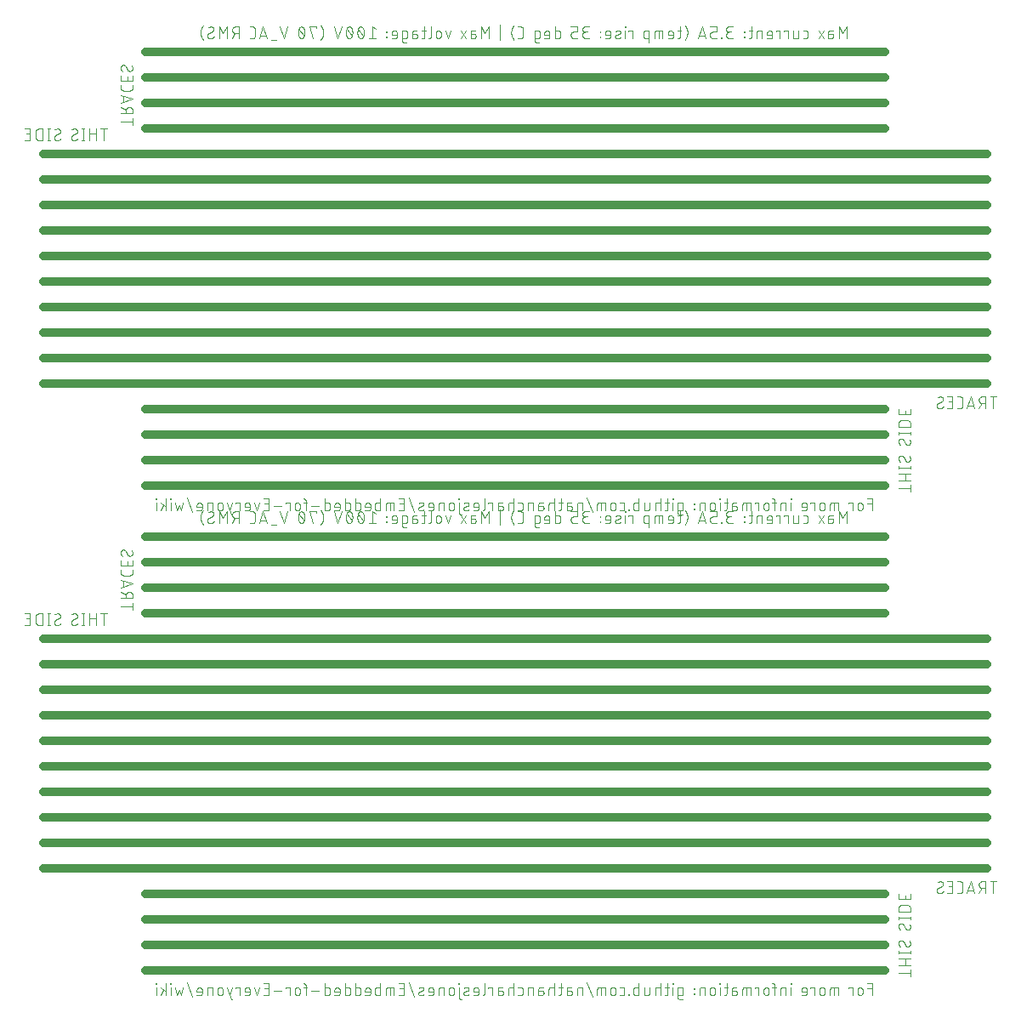
<source format=gbr>
G04 EAGLE Gerber RS-274X export*
G75*
%MOMM*%
%FSLAX34Y34*%
%LPD*%
%INSilkscreen Bottom*%
%IPPOS*%
%AMOC8*
5,1,8,0,0,1.08239X$1,22.5*%
G01*
%ADD10C,0.101600*%
%ADD11C,0.812800*%


D10*
X85146Y851408D02*
X85146Y863092D01*
X81901Y863092D02*
X88392Y863092D01*
X77343Y863092D02*
X77343Y851408D01*
X77343Y857899D02*
X70852Y857899D01*
X70852Y863092D02*
X70852Y851408D01*
X64573Y851408D02*
X64573Y863092D01*
X65871Y851408D02*
X63274Y851408D01*
X63274Y863092D02*
X65871Y863092D01*
X55160Y851408D02*
X55061Y851410D01*
X54961Y851416D01*
X54862Y851425D01*
X54764Y851438D01*
X54666Y851455D01*
X54568Y851476D01*
X54472Y851501D01*
X54377Y851529D01*
X54283Y851561D01*
X54190Y851596D01*
X54098Y851635D01*
X54008Y851678D01*
X53920Y851723D01*
X53833Y851773D01*
X53749Y851825D01*
X53666Y851881D01*
X53586Y851939D01*
X53508Y852001D01*
X53433Y852066D01*
X53360Y852134D01*
X53290Y852204D01*
X53222Y852277D01*
X53157Y852352D01*
X53095Y852430D01*
X53037Y852510D01*
X52981Y852593D01*
X52929Y852677D01*
X52879Y852764D01*
X52834Y852852D01*
X52791Y852942D01*
X52752Y853034D01*
X52717Y853127D01*
X52685Y853221D01*
X52657Y853316D01*
X52632Y853412D01*
X52611Y853510D01*
X52594Y853608D01*
X52581Y853706D01*
X52572Y853805D01*
X52566Y853905D01*
X52564Y854004D01*
X55160Y851408D02*
X55304Y851410D01*
X55449Y851416D01*
X55593Y851425D01*
X55736Y851438D01*
X55880Y851455D01*
X56023Y851476D01*
X56165Y851501D01*
X56306Y851529D01*
X56447Y851561D01*
X56587Y851597D01*
X56726Y851636D01*
X56864Y851679D01*
X57000Y851726D01*
X57136Y851776D01*
X57270Y851830D01*
X57402Y851887D01*
X57533Y851948D01*
X57662Y852012D01*
X57790Y852080D01*
X57916Y852151D01*
X58040Y852225D01*
X58161Y852302D01*
X58281Y852383D01*
X58399Y852466D01*
X58514Y852553D01*
X58627Y852643D01*
X58738Y852736D01*
X58846Y852831D01*
X58952Y852930D01*
X59055Y853031D01*
X58730Y860496D02*
X58728Y860595D01*
X58722Y860695D01*
X58713Y860794D01*
X58700Y860892D01*
X58683Y860990D01*
X58662Y861088D01*
X58637Y861184D01*
X58609Y861279D01*
X58577Y861373D01*
X58542Y861466D01*
X58503Y861558D01*
X58460Y861648D01*
X58415Y861736D01*
X58365Y861823D01*
X58313Y861907D01*
X58257Y861990D01*
X58199Y862070D01*
X58137Y862148D01*
X58072Y862223D01*
X58004Y862296D01*
X57934Y862366D01*
X57861Y862434D01*
X57786Y862499D01*
X57708Y862561D01*
X57628Y862619D01*
X57545Y862675D01*
X57461Y862727D01*
X57374Y862777D01*
X57286Y862822D01*
X57196Y862865D01*
X57104Y862904D01*
X57011Y862939D01*
X56917Y862971D01*
X56822Y862999D01*
X56726Y863024D01*
X56628Y863045D01*
X56530Y863062D01*
X56432Y863075D01*
X56333Y863084D01*
X56233Y863090D01*
X56134Y863092D01*
X55998Y863090D01*
X55862Y863084D01*
X55726Y863075D01*
X55590Y863062D01*
X55455Y863044D01*
X55321Y863024D01*
X55187Y862999D01*
X55053Y862971D01*
X54921Y862938D01*
X54790Y862903D01*
X54659Y862863D01*
X54530Y862820D01*
X54402Y862774D01*
X54276Y862723D01*
X54150Y862670D01*
X54027Y862612D01*
X53905Y862552D01*
X53785Y862488D01*
X53666Y862420D01*
X53550Y862350D01*
X53436Y862276D01*
X53323Y862199D01*
X53213Y862118D01*
X57433Y858224D02*
X57519Y858277D01*
X57603Y858334D01*
X57685Y858393D01*
X57765Y858456D01*
X57842Y858522D01*
X57917Y858590D01*
X57989Y858662D01*
X58058Y858736D01*
X58124Y858813D01*
X58187Y858892D01*
X58247Y858974D01*
X58304Y859058D01*
X58358Y859144D01*
X58408Y859232D01*
X58455Y859322D01*
X58499Y859413D01*
X58538Y859507D01*
X58575Y859601D01*
X58607Y859697D01*
X58636Y859795D01*
X58661Y859893D01*
X58682Y859992D01*
X58700Y860092D01*
X58713Y860192D01*
X58723Y860293D01*
X58729Y860395D01*
X58731Y860496D01*
X53862Y856276D02*
X53776Y856223D01*
X53692Y856166D01*
X53610Y856107D01*
X53530Y856044D01*
X53453Y855978D01*
X53378Y855910D01*
X53306Y855838D01*
X53237Y855764D01*
X53171Y855687D01*
X53108Y855608D01*
X53048Y855526D01*
X52991Y855442D01*
X52937Y855356D01*
X52887Y855268D01*
X52840Y855178D01*
X52796Y855087D01*
X52757Y854993D01*
X52720Y854899D01*
X52688Y854803D01*
X52659Y854705D01*
X52634Y854607D01*
X52613Y854508D01*
X52595Y854408D01*
X52582Y854308D01*
X52572Y854207D01*
X52566Y854105D01*
X52564Y854004D01*
X53862Y856276D02*
X57432Y858224D01*
X38396Y851408D02*
X38297Y851410D01*
X38197Y851416D01*
X38098Y851425D01*
X38000Y851438D01*
X37902Y851455D01*
X37804Y851476D01*
X37708Y851501D01*
X37613Y851529D01*
X37519Y851561D01*
X37426Y851596D01*
X37334Y851635D01*
X37244Y851678D01*
X37156Y851723D01*
X37069Y851773D01*
X36985Y851825D01*
X36902Y851881D01*
X36822Y851939D01*
X36744Y852001D01*
X36669Y852066D01*
X36596Y852134D01*
X36526Y852204D01*
X36458Y852277D01*
X36393Y852352D01*
X36331Y852430D01*
X36273Y852510D01*
X36217Y852593D01*
X36165Y852677D01*
X36115Y852764D01*
X36070Y852852D01*
X36027Y852942D01*
X35988Y853034D01*
X35953Y853127D01*
X35921Y853221D01*
X35893Y853316D01*
X35868Y853412D01*
X35847Y853510D01*
X35830Y853608D01*
X35817Y853706D01*
X35808Y853805D01*
X35802Y853905D01*
X35800Y854004D01*
X38396Y851408D02*
X38540Y851410D01*
X38685Y851416D01*
X38829Y851425D01*
X38972Y851438D01*
X39116Y851455D01*
X39259Y851476D01*
X39401Y851501D01*
X39542Y851529D01*
X39683Y851561D01*
X39823Y851597D01*
X39962Y851636D01*
X40100Y851679D01*
X40236Y851726D01*
X40372Y851776D01*
X40506Y851830D01*
X40638Y851887D01*
X40769Y851948D01*
X40898Y852012D01*
X41026Y852080D01*
X41152Y852151D01*
X41276Y852225D01*
X41397Y852302D01*
X41517Y852383D01*
X41635Y852466D01*
X41750Y852553D01*
X41863Y852643D01*
X41974Y852736D01*
X42082Y852831D01*
X42188Y852930D01*
X42291Y853031D01*
X41966Y860496D02*
X41964Y860595D01*
X41958Y860695D01*
X41949Y860794D01*
X41936Y860892D01*
X41919Y860990D01*
X41898Y861088D01*
X41873Y861184D01*
X41845Y861279D01*
X41813Y861373D01*
X41778Y861466D01*
X41739Y861558D01*
X41696Y861648D01*
X41651Y861736D01*
X41601Y861823D01*
X41549Y861907D01*
X41493Y861990D01*
X41435Y862070D01*
X41373Y862148D01*
X41308Y862223D01*
X41240Y862296D01*
X41170Y862366D01*
X41097Y862434D01*
X41022Y862499D01*
X40944Y862561D01*
X40864Y862619D01*
X40781Y862675D01*
X40697Y862727D01*
X40610Y862777D01*
X40522Y862822D01*
X40432Y862865D01*
X40340Y862904D01*
X40247Y862939D01*
X40153Y862971D01*
X40058Y862999D01*
X39962Y863024D01*
X39864Y863045D01*
X39766Y863062D01*
X39668Y863075D01*
X39569Y863084D01*
X39469Y863090D01*
X39370Y863092D01*
X39234Y863090D01*
X39098Y863084D01*
X38962Y863075D01*
X38826Y863062D01*
X38691Y863044D01*
X38557Y863024D01*
X38423Y862999D01*
X38289Y862971D01*
X38157Y862938D01*
X38026Y862903D01*
X37895Y862863D01*
X37766Y862820D01*
X37638Y862774D01*
X37512Y862723D01*
X37386Y862670D01*
X37263Y862612D01*
X37141Y862552D01*
X37021Y862488D01*
X36902Y862420D01*
X36786Y862350D01*
X36672Y862276D01*
X36559Y862199D01*
X36449Y862118D01*
X40669Y858224D02*
X40755Y858277D01*
X40839Y858334D01*
X40921Y858393D01*
X41001Y858456D01*
X41078Y858522D01*
X41153Y858590D01*
X41225Y858662D01*
X41294Y858736D01*
X41360Y858813D01*
X41423Y858892D01*
X41483Y858974D01*
X41540Y859058D01*
X41594Y859144D01*
X41644Y859232D01*
X41691Y859322D01*
X41735Y859413D01*
X41774Y859507D01*
X41811Y859601D01*
X41843Y859697D01*
X41872Y859795D01*
X41897Y859893D01*
X41918Y859992D01*
X41936Y860092D01*
X41949Y860192D01*
X41959Y860293D01*
X41965Y860395D01*
X41967Y860496D01*
X37098Y856276D02*
X37012Y856223D01*
X36928Y856166D01*
X36846Y856107D01*
X36766Y856044D01*
X36689Y855978D01*
X36614Y855910D01*
X36542Y855838D01*
X36473Y855764D01*
X36407Y855687D01*
X36344Y855608D01*
X36284Y855526D01*
X36227Y855442D01*
X36173Y855356D01*
X36123Y855268D01*
X36076Y855178D01*
X36032Y855087D01*
X35993Y854993D01*
X35956Y854899D01*
X35924Y854803D01*
X35895Y854705D01*
X35870Y854607D01*
X35849Y854508D01*
X35831Y854408D01*
X35818Y854308D01*
X35808Y854207D01*
X35802Y854105D01*
X35800Y854004D01*
X37098Y856276D02*
X40668Y858224D01*
X30283Y863092D02*
X30283Y851408D01*
X31581Y851408D02*
X28984Y851408D01*
X28984Y863092D02*
X31581Y863092D01*
X24003Y863092D02*
X24003Y851408D01*
X24003Y863092D02*
X20758Y863092D01*
X20645Y863090D01*
X20532Y863084D01*
X20419Y863074D01*
X20306Y863060D01*
X20194Y863043D01*
X20083Y863021D01*
X19973Y862996D01*
X19863Y862966D01*
X19755Y862933D01*
X19648Y862896D01*
X19542Y862856D01*
X19438Y862811D01*
X19335Y862763D01*
X19234Y862712D01*
X19135Y862657D01*
X19038Y862599D01*
X18943Y862537D01*
X18850Y862472D01*
X18760Y862404D01*
X18672Y862333D01*
X18586Y862258D01*
X18503Y862181D01*
X18423Y862101D01*
X18346Y862018D01*
X18271Y861932D01*
X18200Y861844D01*
X18132Y861754D01*
X18067Y861661D01*
X18005Y861566D01*
X17947Y861469D01*
X17892Y861370D01*
X17841Y861269D01*
X17793Y861166D01*
X17748Y861062D01*
X17708Y860956D01*
X17671Y860849D01*
X17638Y860741D01*
X17608Y860631D01*
X17583Y860521D01*
X17561Y860410D01*
X17544Y860298D01*
X17530Y860185D01*
X17520Y860072D01*
X17514Y859959D01*
X17512Y859846D01*
X17512Y854654D01*
X17514Y854541D01*
X17520Y854428D01*
X17530Y854315D01*
X17544Y854202D01*
X17561Y854090D01*
X17583Y853979D01*
X17608Y853869D01*
X17638Y853759D01*
X17671Y853651D01*
X17708Y853544D01*
X17748Y853438D01*
X17793Y853334D01*
X17841Y853231D01*
X17892Y853130D01*
X17947Y853031D01*
X18005Y852934D01*
X18067Y852839D01*
X18132Y852746D01*
X18200Y852656D01*
X18271Y852568D01*
X18346Y852482D01*
X18423Y852399D01*
X18503Y852319D01*
X18586Y852242D01*
X18672Y852167D01*
X18760Y852096D01*
X18850Y852028D01*
X18943Y851963D01*
X19038Y851901D01*
X19135Y851843D01*
X19234Y851788D01*
X19335Y851737D01*
X19438Y851689D01*
X19542Y851644D01*
X19648Y851604D01*
X19755Y851567D01*
X19863Y851534D01*
X19973Y851504D01*
X20083Y851479D01*
X20194Y851457D01*
X20306Y851440D01*
X20419Y851426D01*
X20532Y851416D01*
X20645Y851410D01*
X20758Y851408D01*
X24003Y851408D01*
X11789Y851408D02*
X6596Y851408D01*
X11789Y851408D02*
X11789Y863092D01*
X6596Y863092D01*
X7894Y857899D02*
X11789Y857899D01*
X850392Y494792D02*
X850392Y483108D01*
X850392Y494792D02*
X845199Y494792D01*
X845199Y489599D02*
X850392Y489599D01*
X841002Y488301D02*
X841002Y485704D01*
X841002Y488301D02*
X841000Y488402D01*
X840994Y488502D01*
X840984Y488602D01*
X840971Y488702D01*
X840953Y488801D01*
X840932Y488900D01*
X840907Y488997D01*
X840878Y489094D01*
X840845Y489189D01*
X840809Y489283D01*
X840769Y489375D01*
X840726Y489466D01*
X840679Y489555D01*
X840629Y489642D01*
X840575Y489728D01*
X840518Y489811D01*
X840458Y489891D01*
X840395Y489970D01*
X840328Y490046D01*
X840259Y490119D01*
X840187Y490189D01*
X840113Y490257D01*
X840036Y490322D01*
X839956Y490383D01*
X839874Y490442D01*
X839790Y490497D01*
X839704Y490549D01*
X839616Y490598D01*
X839526Y490643D01*
X839434Y490685D01*
X839341Y490723D01*
X839246Y490757D01*
X839151Y490788D01*
X839054Y490815D01*
X838956Y490838D01*
X838857Y490858D01*
X838757Y490873D01*
X838657Y490885D01*
X838557Y490893D01*
X838456Y490897D01*
X838356Y490897D01*
X838255Y490893D01*
X838155Y490885D01*
X838055Y490873D01*
X837955Y490858D01*
X837856Y490838D01*
X837758Y490815D01*
X837661Y490788D01*
X837566Y490757D01*
X837471Y490723D01*
X837378Y490685D01*
X837286Y490643D01*
X837196Y490598D01*
X837108Y490549D01*
X837022Y490497D01*
X836938Y490442D01*
X836856Y490383D01*
X836776Y490322D01*
X836699Y490257D01*
X836625Y490189D01*
X836553Y490119D01*
X836484Y490046D01*
X836417Y489970D01*
X836354Y489891D01*
X836294Y489811D01*
X836237Y489728D01*
X836183Y489642D01*
X836133Y489555D01*
X836086Y489466D01*
X836043Y489375D01*
X836003Y489283D01*
X835967Y489189D01*
X835934Y489094D01*
X835905Y488997D01*
X835880Y488900D01*
X835859Y488801D01*
X835841Y488702D01*
X835828Y488602D01*
X835818Y488502D01*
X835812Y488402D01*
X835810Y488301D01*
X835810Y485704D01*
X835812Y485603D01*
X835818Y485503D01*
X835828Y485403D01*
X835841Y485303D01*
X835859Y485204D01*
X835880Y485105D01*
X835905Y485008D01*
X835934Y484911D01*
X835967Y484816D01*
X836003Y484722D01*
X836043Y484630D01*
X836086Y484539D01*
X836133Y484450D01*
X836183Y484363D01*
X836237Y484277D01*
X836294Y484194D01*
X836354Y484114D01*
X836417Y484035D01*
X836484Y483959D01*
X836553Y483886D01*
X836625Y483816D01*
X836699Y483748D01*
X836776Y483683D01*
X836856Y483622D01*
X836938Y483563D01*
X837022Y483508D01*
X837108Y483456D01*
X837196Y483407D01*
X837286Y483362D01*
X837378Y483320D01*
X837471Y483282D01*
X837566Y483248D01*
X837661Y483217D01*
X837758Y483190D01*
X837856Y483167D01*
X837955Y483147D01*
X838055Y483132D01*
X838155Y483120D01*
X838255Y483112D01*
X838356Y483108D01*
X838456Y483108D01*
X838557Y483112D01*
X838657Y483120D01*
X838757Y483132D01*
X838857Y483147D01*
X838956Y483167D01*
X839054Y483190D01*
X839151Y483217D01*
X839246Y483248D01*
X839341Y483282D01*
X839434Y483320D01*
X839526Y483362D01*
X839616Y483407D01*
X839704Y483456D01*
X839790Y483508D01*
X839874Y483563D01*
X839956Y483622D01*
X840036Y483683D01*
X840113Y483748D01*
X840187Y483816D01*
X840259Y483886D01*
X840328Y483959D01*
X840395Y484035D01*
X840458Y484114D01*
X840518Y484194D01*
X840575Y484277D01*
X840629Y484363D01*
X840679Y484450D01*
X840726Y484539D01*
X840769Y484630D01*
X840809Y484722D01*
X840845Y484816D01*
X840878Y484911D01*
X840907Y485008D01*
X840932Y485105D01*
X840953Y485204D01*
X840971Y485303D01*
X840984Y485403D01*
X840994Y485503D01*
X841000Y485603D01*
X841002Y485704D01*
X830649Y483108D02*
X830649Y490897D01*
X826754Y490897D01*
X826754Y489599D01*
X816393Y490897D02*
X816393Y483108D01*
X816393Y490897D02*
X810551Y490897D01*
X810464Y490895D01*
X810376Y490889D01*
X810290Y490879D01*
X810203Y490866D01*
X810118Y490848D01*
X810033Y490827D01*
X809949Y490802D01*
X809867Y490773D01*
X809786Y490740D01*
X809706Y490704D01*
X809628Y490665D01*
X809552Y490621D01*
X809478Y490575D01*
X809407Y490525D01*
X809337Y490472D01*
X809270Y490416D01*
X809206Y490357D01*
X809144Y490295D01*
X809085Y490231D01*
X809029Y490164D01*
X808976Y490094D01*
X808926Y490023D01*
X808880Y489949D01*
X808836Y489873D01*
X808797Y489795D01*
X808761Y489715D01*
X808728Y489634D01*
X808699Y489552D01*
X808674Y489468D01*
X808653Y489383D01*
X808635Y489298D01*
X808622Y489211D01*
X808612Y489125D01*
X808606Y489037D01*
X808604Y488950D01*
X808603Y488950D02*
X808603Y483108D01*
X812498Y483108D02*
X812498Y490897D01*
X803283Y488301D02*
X803283Y485704D01*
X803283Y488301D02*
X803281Y488402D01*
X803275Y488502D01*
X803265Y488602D01*
X803252Y488702D01*
X803234Y488801D01*
X803213Y488900D01*
X803188Y488997D01*
X803159Y489094D01*
X803126Y489189D01*
X803090Y489283D01*
X803050Y489375D01*
X803007Y489466D01*
X802960Y489555D01*
X802910Y489642D01*
X802856Y489728D01*
X802799Y489811D01*
X802739Y489891D01*
X802676Y489970D01*
X802609Y490046D01*
X802540Y490119D01*
X802468Y490189D01*
X802394Y490257D01*
X802317Y490322D01*
X802237Y490383D01*
X802155Y490442D01*
X802071Y490497D01*
X801985Y490549D01*
X801897Y490598D01*
X801807Y490643D01*
X801715Y490685D01*
X801622Y490723D01*
X801527Y490757D01*
X801432Y490788D01*
X801335Y490815D01*
X801237Y490838D01*
X801138Y490858D01*
X801038Y490873D01*
X800938Y490885D01*
X800838Y490893D01*
X800737Y490897D01*
X800637Y490897D01*
X800536Y490893D01*
X800436Y490885D01*
X800336Y490873D01*
X800236Y490858D01*
X800137Y490838D01*
X800039Y490815D01*
X799942Y490788D01*
X799847Y490757D01*
X799752Y490723D01*
X799659Y490685D01*
X799567Y490643D01*
X799477Y490598D01*
X799389Y490549D01*
X799303Y490497D01*
X799219Y490442D01*
X799137Y490383D01*
X799057Y490322D01*
X798980Y490257D01*
X798906Y490189D01*
X798834Y490119D01*
X798765Y490046D01*
X798698Y489970D01*
X798635Y489891D01*
X798575Y489811D01*
X798518Y489728D01*
X798464Y489642D01*
X798414Y489555D01*
X798367Y489466D01*
X798324Y489375D01*
X798284Y489283D01*
X798248Y489189D01*
X798215Y489094D01*
X798186Y488997D01*
X798161Y488900D01*
X798140Y488801D01*
X798122Y488702D01*
X798109Y488602D01*
X798099Y488502D01*
X798093Y488402D01*
X798091Y488301D01*
X798091Y485704D01*
X798093Y485603D01*
X798099Y485503D01*
X798109Y485403D01*
X798122Y485303D01*
X798140Y485204D01*
X798161Y485105D01*
X798186Y485008D01*
X798215Y484911D01*
X798248Y484816D01*
X798284Y484722D01*
X798324Y484630D01*
X798367Y484539D01*
X798414Y484450D01*
X798464Y484363D01*
X798518Y484277D01*
X798575Y484194D01*
X798635Y484114D01*
X798698Y484035D01*
X798765Y483959D01*
X798834Y483886D01*
X798906Y483816D01*
X798980Y483748D01*
X799057Y483683D01*
X799137Y483622D01*
X799219Y483563D01*
X799303Y483508D01*
X799389Y483456D01*
X799477Y483407D01*
X799567Y483362D01*
X799659Y483320D01*
X799752Y483282D01*
X799847Y483248D01*
X799942Y483217D01*
X800039Y483190D01*
X800137Y483167D01*
X800236Y483147D01*
X800336Y483132D01*
X800436Y483120D01*
X800536Y483112D01*
X800637Y483108D01*
X800737Y483108D01*
X800838Y483112D01*
X800938Y483120D01*
X801038Y483132D01*
X801138Y483147D01*
X801237Y483167D01*
X801335Y483190D01*
X801432Y483217D01*
X801527Y483248D01*
X801622Y483282D01*
X801715Y483320D01*
X801807Y483362D01*
X801897Y483407D01*
X801985Y483456D01*
X802071Y483508D01*
X802155Y483563D01*
X802237Y483622D01*
X802317Y483683D01*
X802394Y483748D01*
X802468Y483816D01*
X802540Y483886D01*
X802609Y483959D01*
X802676Y484035D01*
X802739Y484114D01*
X802799Y484194D01*
X802856Y484277D01*
X802910Y484363D01*
X802960Y484450D01*
X803007Y484539D01*
X803050Y484630D01*
X803090Y484722D01*
X803126Y484816D01*
X803159Y484911D01*
X803188Y485008D01*
X803213Y485105D01*
X803234Y485204D01*
X803252Y485303D01*
X803265Y485403D01*
X803275Y485503D01*
X803281Y485603D01*
X803283Y485704D01*
X792930Y483108D02*
X792930Y490897D01*
X789035Y490897D01*
X789035Y489599D01*
X783429Y483108D02*
X780184Y483108D01*
X783429Y483108D02*
X783516Y483110D01*
X783604Y483116D01*
X783690Y483126D01*
X783777Y483139D01*
X783862Y483157D01*
X783947Y483178D01*
X784031Y483203D01*
X784113Y483232D01*
X784194Y483265D01*
X784274Y483301D01*
X784352Y483340D01*
X784428Y483384D01*
X784502Y483430D01*
X784573Y483480D01*
X784643Y483533D01*
X784710Y483589D01*
X784774Y483648D01*
X784836Y483710D01*
X784895Y483774D01*
X784951Y483841D01*
X785004Y483911D01*
X785054Y483982D01*
X785100Y484056D01*
X785144Y484132D01*
X785183Y484210D01*
X785219Y484290D01*
X785252Y484371D01*
X785281Y484453D01*
X785306Y484537D01*
X785327Y484622D01*
X785345Y484707D01*
X785358Y484794D01*
X785368Y484880D01*
X785374Y484968D01*
X785376Y485055D01*
X785376Y488301D01*
X785374Y488402D01*
X785368Y488502D01*
X785358Y488602D01*
X785345Y488702D01*
X785327Y488801D01*
X785306Y488900D01*
X785281Y488997D01*
X785252Y489094D01*
X785219Y489189D01*
X785183Y489283D01*
X785143Y489375D01*
X785100Y489466D01*
X785053Y489555D01*
X785003Y489642D01*
X784949Y489728D01*
X784892Y489811D01*
X784832Y489891D01*
X784769Y489970D01*
X784702Y490046D01*
X784633Y490119D01*
X784561Y490189D01*
X784487Y490257D01*
X784410Y490322D01*
X784330Y490383D01*
X784248Y490442D01*
X784164Y490497D01*
X784078Y490549D01*
X783990Y490598D01*
X783900Y490643D01*
X783808Y490685D01*
X783715Y490723D01*
X783620Y490757D01*
X783525Y490788D01*
X783428Y490815D01*
X783330Y490838D01*
X783231Y490858D01*
X783131Y490873D01*
X783031Y490885D01*
X782931Y490893D01*
X782830Y490897D01*
X782730Y490897D01*
X782629Y490893D01*
X782529Y490885D01*
X782429Y490873D01*
X782329Y490858D01*
X782230Y490838D01*
X782132Y490815D01*
X782035Y490788D01*
X781940Y490757D01*
X781845Y490723D01*
X781752Y490685D01*
X781660Y490643D01*
X781570Y490598D01*
X781482Y490549D01*
X781396Y490497D01*
X781312Y490442D01*
X781230Y490383D01*
X781150Y490322D01*
X781073Y490257D01*
X780999Y490189D01*
X780927Y490119D01*
X780858Y490046D01*
X780791Y489970D01*
X780728Y489891D01*
X780668Y489811D01*
X780611Y489728D01*
X780557Y489642D01*
X780507Y489555D01*
X780460Y489466D01*
X780417Y489375D01*
X780377Y489283D01*
X780341Y489189D01*
X780308Y489094D01*
X780279Y488997D01*
X780254Y488900D01*
X780233Y488801D01*
X780215Y488702D01*
X780202Y488602D01*
X780192Y488502D01*
X780186Y488402D01*
X780184Y488301D01*
X780184Y487003D01*
X785376Y487003D01*
X769445Y490897D02*
X769445Y483108D01*
X769770Y494143D02*
X769770Y494792D01*
X769121Y494792D01*
X769121Y494143D01*
X769770Y494143D01*
X764422Y490897D02*
X764422Y483108D01*
X764422Y490897D02*
X761176Y490897D01*
X761089Y490895D01*
X761001Y490889D01*
X760915Y490879D01*
X760828Y490866D01*
X760743Y490848D01*
X760658Y490827D01*
X760574Y490802D01*
X760492Y490773D01*
X760411Y490740D01*
X760331Y490704D01*
X760253Y490665D01*
X760177Y490621D01*
X760103Y490575D01*
X760032Y490525D01*
X759962Y490472D01*
X759895Y490416D01*
X759831Y490357D01*
X759769Y490296D01*
X759710Y490231D01*
X759654Y490164D01*
X759601Y490094D01*
X759551Y490023D01*
X759505Y489949D01*
X759462Y489873D01*
X759422Y489795D01*
X759386Y489715D01*
X759353Y489634D01*
X759324Y489552D01*
X759299Y489468D01*
X759278Y489383D01*
X759260Y489298D01*
X759247Y489211D01*
X759237Y489125D01*
X759231Y489037D01*
X759229Y488950D01*
X759229Y483108D01*
X753508Y483108D02*
X753508Y492845D01*
X753506Y492932D01*
X753500Y493020D01*
X753490Y493106D01*
X753477Y493193D01*
X753459Y493278D01*
X753438Y493363D01*
X753413Y493447D01*
X753384Y493529D01*
X753351Y493610D01*
X753315Y493690D01*
X753276Y493768D01*
X753232Y493844D01*
X753186Y493918D01*
X753136Y493989D01*
X753083Y494059D01*
X753027Y494126D01*
X752968Y494190D01*
X752906Y494252D01*
X752842Y494311D01*
X752775Y494367D01*
X752705Y494420D01*
X752634Y494470D01*
X752560Y494516D01*
X752484Y494560D01*
X752406Y494599D01*
X752326Y494635D01*
X752245Y494668D01*
X752163Y494697D01*
X752079Y494722D01*
X751994Y494743D01*
X751909Y494761D01*
X751822Y494774D01*
X751736Y494784D01*
X751648Y494790D01*
X751561Y494792D01*
X750912Y494792D01*
X750912Y490897D02*
X754806Y490897D01*
X747658Y488301D02*
X747658Y485704D01*
X747657Y488301D02*
X747655Y488402D01*
X747649Y488502D01*
X747639Y488602D01*
X747626Y488702D01*
X747608Y488801D01*
X747587Y488900D01*
X747562Y488997D01*
X747533Y489094D01*
X747500Y489189D01*
X747464Y489283D01*
X747424Y489375D01*
X747381Y489466D01*
X747334Y489555D01*
X747284Y489642D01*
X747230Y489728D01*
X747173Y489811D01*
X747113Y489891D01*
X747050Y489970D01*
X746983Y490046D01*
X746914Y490119D01*
X746842Y490189D01*
X746768Y490257D01*
X746691Y490322D01*
X746611Y490383D01*
X746529Y490442D01*
X746445Y490497D01*
X746359Y490549D01*
X746271Y490598D01*
X746181Y490643D01*
X746089Y490685D01*
X745996Y490723D01*
X745901Y490757D01*
X745806Y490788D01*
X745709Y490815D01*
X745611Y490838D01*
X745512Y490858D01*
X745412Y490873D01*
X745312Y490885D01*
X745212Y490893D01*
X745111Y490897D01*
X745011Y490897D01*
X744910Y490893D01*
X744810Y490885D01*
X744710Y490873D01*
X744610Y490858D01*
X744511Y490838D01*
X744413Y490815D01*
X744316Y490788D01*
X744221Y490757D01*
X744126Y490723D01*
X744033Y490685D01*
X743941Y490643D01*
X743851Y490598D01*
X743763Y490549D01*
X743677Y490497D01*
X743593Y490442D01*
X743511Y490383D01*
X743431Y490322D01*
X743354Y490257D01*
X743280Y490189D01*
X743208Y490119D01*
X743139Y490046D01*
X743072Y489970D01*
X743009Y489891D01*
X742949Y489811D01*
X742892Y489728D01*
X742838Y489642D01*
X742788Y489555D01*
X742741Y489466D01*
X742698Y489375D01*
X742658Y489283D01*
X742622Y489189D01*
X742589Y489094D01*
X742560Y488997D01*
X742535Y488900D01*
X742514Y488801D01*
X742496Y488702D01*
X742483Y488602D01*
X742473Y488502D01*
X742467Y488402D01*
X742465Y488301D01*
X742465Y485704D01*
X742467Y485603D01*
X742473Y485503D01*
X742483Y485403D01*
X742496Y485303D01*
X742514Y485204D01*
X742535Y485105D01*
X742560Y485008D01*
X742589Y484911D01*
X742622Y484816D01*
X742658Y484722D01*
X742698Y484630D01*
X742741Y484539D01*
X742788Y484450D01*
X742838Y484363D01*
X742892Y484277D01*
X742949Y484194D01*
X743009Y484114D01*
X743072Y484035D01*
X743139Y483959D01*
X743208Y483886D01*
X743280Y483816D01*
X743354Y483748D01*
X743431Y483683D01*
X743511Y483622D01*
X743593Y483563D01*
X743677Y483508D01*
X743763Y483456D01*
X743851Y483407D01*
X743941Y483362D01*
X744033Y483320D01*
X744126Y483282D01*
X744221Y483248D01*
X744316Y483217D01*
X744413Y483190D01*
X744511Y483167D01*
X744610Y483147D01*
X744710Y483132D01*
X744810Y483120D01*
X744910Y483112D01*
X745011Y483108D01*
X745111Y483108D01*
X745212Y483112D01*
X745312Y483120D01*
X745412Y483132D01*
X745512Y483147D01*
X745611Y483167D01*
X745709Y483190D01*
X745806Y483217D01*
X745901Y483248D01*
X745996Y483282D01*
X746089Y483320D01*
X746181Y483362D01*
X746271Y483407D01*
X746359Y483456D01*
X746445Y483508D01*
X746529Y483563D01*
X746611Y483622D01*
X746691Y483683D01*
X746768Y483748D01*
X746842Y483816D01*
X746914Y483886D01*
X746983Y483959D01*
X747050Y484035D01*
X747113Y484114D01*
X747173Y484194D01*
X747230Y484277D01*
X747284Y484363D01*
X747334Y484450D01*
X747381Y484539D01*
X747424Y484630D01*
X747464Y484722D01*
X747500Y484816D01*
X747533Y484911D01*
X747562Y485008D01*
X747587Y485105D01*
X747608Y485204D01*
X747626Y485303D01*
X747639Y485403D01*
X747649Y485503D01*
X747655Y485603D01*
X747657Y485704D01*
X737304Y483108D02*
X737304Y490897D01*
X733409Y490897D01*
X733409Y489599D01*
X729144Y490897D02*
X729144Y483108D01*
X729144Y490897D02*
X723302Y490897D01*
X723215Y490895D01*
X723127Y490889D01*
X723041Y490879D01*
X722954Y490866D01*
X722869Y490848D01*
X722784Y490827D01*
X722700Y490802D01*
X722618Y490773D01*
X722537Y490740D01*
X722457Y490704D01*
X722379Y490665D01*
X722303Y490621D01*
X722229Y490575D01*
X722158Y490525D01*
X722088Y490472D01*
X722021Y490416D01*
X721957Y490357D01*
X721895Y490295D01*
X721836Y490231D01*
X721780Y490164D01*
X721727Y490094D01*
X721677Y490023D01*
X721631Y489949D01*
X721587Y489873D01*
X721548Y489795D01*
X721512Y489715D01*
X721479Y489634D01*
X721450Y489552D01*
X721425Y489468D01*
X721404Y489383D01*
X721386Y489298D01*
X721373Y489211D01*
X721363Y489125D01*
X721357Y489037D01*
X721355Y488950D01*
X721354Y488950D02*
X721354Y483108D01*
X725249Y483108D02*
X725249Y490897D01*
X713822Y487652D02*
X710901Y487652D01*
X713822Y487652D02*
X713916Y487650D01*
X714010Y487644D01*
X714103Y487635D01*
X714196Y487621D01*
X714288Y487604D01*
X714380Y487582D01*
X714470Y487558D01*
X714560Y487529D01*
X714648Y487497D01*
X714735Y487461D01*
X714820Y487421D01*
X714903Y487378D01*
X714985Y487332D01*
X715065Y487282D01*
X715142Y487229D01*
X715217Y487173D01*
X715290Y487114D01*
X715361Y487052D01*
X715429Y486987D01*
X715494Y486919D01*
X715556Y486848D01*
X715615Y486775D01*
X715671Y486700D01*
X715724Y486623D01*
X715774Y486543D01*
X715820Y486461D01*
X715863Y486378D01*
X715903Y486293D01*
X715939Y486206D01*
X715971Y486118D01*
X716000Y486028D01*
X716024Y485938D01*
X716046Y485846D01*
X716063Y485754D01*
X716077Y485661D01*
X716086Y485568D01*
X716092Y485474D01*
X716094Y485380D01*
X716092Y485286D01*
X716086Y485192D01*
X716077Y485099D01*
X716063Y485006D01*
X716046Y484914D01*
X716024Y484822D01*
X716000Y484732D01*
X715971Y484642D01*
X715939Y484554D01*
X715903Y484467D01*
X715863Y484382D01*
X715820Y484299D01*
X715774Y484217D01*
X715724Y484137D01*
X715671Y484060D01*
X715615Y483985D01*
X715556Y483912D01*
X715494Y483841D01*
X715429Y483773D01*
X715361Y483708D01*
X715290Y483646D01*
X715217Y483587D01*
X715142Y483531D01*
X715065Y483478D01*
X714985Y483428D01*
X714903Y483382D01*
X714820Y483339D01*
X714735Y483299D01*
X714648Y483263D01*
X714560Y483231D01*
X714470Y483202D01*
X714380Y483178D01*
X714288Y483156D01*
X714196Y483139D01*
X714103Y483125D01*
X714010Y483116D01*
X713916Y483110D01*
X713822Y483108D01*
X710901Y483108D01*
X710901Y488950D01*
X710903Y489037D01*
X710909Y489125D01*
X710919Y489211D01*
X710932Y489298D01*
X710950Y489383D01*
X710971Y489468D01*
X710996Y489552D01*
X711025Y489634D01*
X711058Y489715D01*
X711094Y489795D01*
X711133Y489873D01*
X711177Y489949D01*
X711223Y490023D01*
X711273Y490094D01*
X711326Y490164D01*
X711382Y490231D01*
X711441Y490296D01*
X711503Y490357D01*
X711567Y490416D01*
X711634Y490472D01*
X711704Y490525D01*
X711775Y490575D01*
X711849Y490621D01*
X711925Y490665D01*
X712003Y490704D01*
X712083Y490740D01*
X712164Y490773D01*
X712246Y490802D01*
X712330Y490827D01*
X712415Y490848D01*
X712500Y490866D01*
X712587Y490879D01*
X712674Y490889D01*
X712761Y490895D01*
X712848Y490897D01*
X715444Y490897D01*
X706715Y490897D02*
X702820Y490897D01*
X705417Y494792D02*
X705417Y485055D01*
X705416Y485055D02*
X705414Y484968D01*
X705408Y484880D01*
X705398Y484794D01*
X705385Y484707D01*
X705367Y484622D01*
X705346Y484537D01*
X705321Y484453D01*
X705292Y484371D01*
X705259Y484290D01*
X705223Y484210D01*
X705184Y484132D01*
X705140Y484056D01*
X705094Y483982D01*
X705044Y483911D01*
X704991Y483841D01*
X704935Y483774D01*
X704876Y483710D01*
X704814Y483648D01*
X704750Y483589D01*
X704683Y483533D01*
X704613Y483480D01*
X704542Y483430D01*
X704468Y483384D01*
X704392Y483340D01*
X704314Y483301D01*
X704234Y483265D01*
X704153Y483232D01*
X704071Y483203D01*
X703987Y483178D01*
X703902Y483157D01*
X703817Y483139D01*
X703730Y483126D01*
X703644Y483116D01*
X703556Y483110D01*
X703469Y483108D01*
X702820Y483108D01*
X698579Y483108D02*
X698579Y490897D01*
X698904Y494143D02*
X698904Y494792D01*
X698255Y494792D01*
X698255Y494143D01*
X698904Y494143D01*
X693937Y488301D02*
X693937Y485704D01*
X693936Y488301D02*
X693934Y488402D01*
X693928Y488502D01*
X693918Y488602D01*
X693905Y488702D01*
X693887Y488801D01*
X693866Y488900D01*
X693841Y488997D01*
X693812Y489094D01*
X693779Y489189D01*
X693743Y489283D01*
X693703Y489375D01*
X693660Y489466D01*
X693613Y489555D01*
X693563Y489642D01*
X693509Y489728D01*
X693452Y489811D01*
X693392Y489891D01*
X693329Y489970D01*
X693262Y490046D01*
X693193Y490119D01*
X693121Y490189D01*
X693047Y490257D01*
X692970Y490322D01*
X692890Y490383D01*
X692808Y490442D01*
X692724Y490497D01*
X692638Y490549D01*
X692550Y490598D01*
X692460Y490643D01*
X692368Y490685D01*
X692275Y490723D01*
X692180Y490757D01*
X692085Y490788D01*
X691988Y490815D01*
X691890Y490838D01*
X691791Y490858D01*
X691691Y490873D01*
X691591Y490885D01*
X691491Y490893D01*
X691390Y490897D01*
X691290Y490897D01*
X691189Y490893D01*
X691089Y490885D01*
X690989Y490873D01*
X690889Y490858D01*
X690790Y490838D01*
X690692Y490815D01*
X690595Y490788D01*
X690500Y490757D01*
X690405Y490723D01*
X690312Y490685D01*
X690220Y490643D01*
X690130Y490598D01*
X690042Y490549D01*
X689956Y490497D01*
X689872Y490442D01*
X689790Y490383D01*
X689710Y490322D01*
X689633Y490257D01*
X689559Y490189D01*
X689487Y490119D01*
X689418Y490046D01*
X689351Y489970D01*
X689288Y489891D01*
X689228Y489811D01*
X689171Y489728D01*
X689117Y489642D01*
X689067Y489555D01*
X689020Y489466D01*
X688977Y489375D01*
X688937Y489283D01*
X688901Y489189D01*
X688868Y489094D01*
X688839Y488997D01*
X688814Y488900D01*
X688793Y488801D01*
X688775Y488702D01*
X688762Y488602D01*
X688752Y488502D01*
X688746Y488402D01*
X688744Y488301D01*
X688744Y485704D01*
X688746Y485603D01*
X688752Y485503D01*
X688762Y485403D01*
X688775Y485303D01*
X688793Y485204D01*
X688814Y485105D01*
X688839Y485008D01*
X688868Y484911D01*
X688901Y484816D01*
X688937Y484722D01*
X688977Y484630D01*
X689020Y484539D01*
X689067Y484450D01*
X689117Y484363D01*
X689171Y484277D01*
X689228Y484194D01*
X689288Y484114D01*
X689351Y484035D01*
X689418Y483959D01*
X689487Y483886D01*
X689559Y483816D01*
X689633Y483748D01*
X689710Y483683D01*
X689790Y483622D01*
X689872Y483563D01*
X689956Y483508D01*
X690042Y483456D01*
X690130Y483407D01*
X690220Y483362D01*
X690312Y483320D01*
X690405Y483282D01*
X690500Y483248D01*
X690595Y483217D01*
X690692Y483190D01*
X690790Y483167D01*
X690889Y483147D01*
X690989Y483132D01*
X691089Y483120D01*
X691189Y483112D01*
X691290Y483108D01*
X691390Y483108D01*
X691491Y483112D01*
X691591Y483120D01*
X691691Y483132D01*
X691791Y483147D01*
X691890Y483167D01*
X691988Y483190D01*
X692085Y483217D01*
X692180Y483248D01*
X692275Y483282D01*
X692368Y483320D01*
X692460Y483362D01*
X692550Y483407D01*
X692638Y483456D01*
X692724Y483508D01*
X692808Y483563D01*
X692890Y483622D01*
X692970Y483683D01*
X693047Y483748D01*
X693121Y483816D01*
X693193Y483886D01*
X693262Y483959D01*
X693329Y484035D01*
X693392Y484114D01*
X693452Y484194D01*
X693509Y484277D01*
X693563Y484363D01*
X693613Y484450D01*
X693660Y484539D01*
X693703Y484630D01*
X693743Y484722D01*
X693779Y484816D01*
X693812Y484911D01*
X693841Y485008D01*
X693866Y485105D01*
X693887Y485204D01*
X693905Y485303D01*
X693918Y485403D01*
X693928Y485503D01*
X693934Y485603D01*
X693936Y485704D01*
X683650Y483108D02*
X683650Y490897D01*
X680404Y490897D01*
X680317Y490895D01*
X680229Y490889D01*
X680143Y490879D01*
X680056Y490866D01*
X679971Y490848D01*
X679886Y490827D01*
X679802Y490802D01*
X679720Y490773D01*
X679639Y490740D01*
X679559Y490704D01*
X679481Y490665D01*
X679405Y490621D01*
X679331Y490575D01*
X679260Y490525D01*
X679190Y490472D01*
X679123Y490416D01*
X679059Y490357D01*
X678997Y490296D01*
X678938Y490231D01*
X678882Y490164D01*
X678829Y490094D01*
X678779Y490023D01*
X678733Y489949D01*
X678690Y489873D01*
X678650Y489795D01*
X678614Y489715D01*
X678581Y489634D01*
X678552Y489552D01*
X678527Y489468D01*
X678506Y489383D01*
X678488Y489298D01*
X678475Y489211D01*
X678465Y489125D01*
X678459Y489037D01*
X678457Y488950D01*
X678457Y483108D01*
X673377Y484082D02*
X673377Y484731D01*
X672728Y484731D01*
X672728Y484082D01*
X673377Y484082D01*
X673377Y489275D02*
X673377Y489924D01*
X672728Y489924D01*
X672728Y489275D01*
X673377Y489275D01*
X660044Y483108D02*
X656799Y483108D01*
X660044Y483108D02*
X660131Y483110D01*
X660219Y483116D01*
X660305Y483126D01*
X660392Y483139D01*
X660477Y483157D01*
X660562Y483178D01*
X660646Y483203D01*
X660728Y483232D01*
X660809Y483265D01*
X660889Y483301D01*
X660967Y483340D01*
X661043Y483384D01*
X661117Y483430D01*
X661188Y483480D01*
X661258Y483533D01*
X661325Y483589D01*
X661389Y483648D01*
X661451Y483710D01*
X661510Y483774D01*
X661566Y483841D01*
X661619Y483911D01*
X661669Y483982D01*
X661715Y484056D01*
X661759Y484132D01*
X661798Y484210D01*
X661834Y484290D01*
X661867Y484371D01*
X661896Y484453D01*
X661921Y484537D01*
X661942Y484622D01*
X661960Y484707D01*
X661973Y484794D01*
X661983Y484880D01*
X661989Y484968D01*
X661991Y485055D01*
X661992Y485055D02*
X661992Y488950D01*
X661991Y488950D02*
X661989Y489037D01*
X661983Y489125D01*
X661973Y489211D01*
X661960Y489298D01*
X661942Y489383D01*
X661921Y489468D01*
X661896Y489552D01*
X661867Y489634D01*
X661834Y489715D01*
X661798Y489795D01*
X661759Y489873D01*
X661715Y489949D01*
X661669Y490023D01*
X661619Y490094D01*
X661566Y490164D01*
X661510Y490231D01*
X661451Y490295D01*
X661389Y490357D01*
X661325Y490416D01*
X661258Y490472D01*
X661188Y490525D01*
X661117Y490575D01*
X661043Y490621D01*
X660967Y490665D01*
X660889Y490704D01*
X660809Y490740D01*
X660728Y490773D01*
X660646Y490802D01*
X660562Y490827D01*
X660477Y490848D01*
X660392Y490866D01*
X660305Y490879D01*
X660219Y490889D01*
X660131Y490895D01*
X660044Y490897D01*
X656799Y490897D01*
X656799Y481161D01*
X656801Y481074D01*
X656807Y480986D01*
X656817Y480900D01*
X656830Y480813D01*
X656848Y480728D01*
X656869Y480643D01*
X656894Y480559D01*
X656923Y480477D01*
X656956Y480396D01*
X656992Y480316D01*
X657031Y480238D01*
X657075Y480162D01*
X657121Y480088D01*
X657171Y480017D01*
X657224Y479947D01*
X657280Y479880D01*
X657339Y479816D01*
X657401Y479754D01*
X657465Y479695D01*
X657532Y479639D01*
X657602Y479586D01*
X657673Y479536D01*
X657747Y479490D01*
X657823Y479446D01*
X657901Y479407D01*
X657981Y479371D01*
X658062Y479338D01*
X658144Y479309D01*
X658228Y479284D01*
X658313Y479263D01*
X658398Y479245D01*
X658485Y479232D01*
X658571Y479222D01*
X658659Y479216D01*
X658746Y479214D01*
X658746Y479213D02*
X661342Y479213D01*
X651716Y483108D02*
X651716Y490897D01*
X652041Y494143D02*
X652041Y494792D01*
X651392Y494792D01*
X651392Y494143D01*
X652041Y494143D01*
X648041Y490897D02*
X644146Y490897D01*
X646743Y494792D02*
X646743Y485055D01*
X646742Y485055D02*
X646740Y484968D01*
X646734Y484880D01*
X646724Y484794D01*
X646711Y484707D01*
X646693Y484622D01*
X646672Y484537D01*
X646647Y484453D01*
X646618Y484371D01*
X646585Y484290D01*
X646549Y484210D01*
X646510Y484132D01*
X646466Y484056D01*
X646420Y483982D01*
X646370Y483911D01*
X646317Y483841D01*
X646261Y483774D01*
X646202Y483710D01*
X646140Y483648D01*
X646076Y483589D01*
X646009Y483533D01*
X645939Y483480D01*
X645868Y483430D01*
X645794Y483384D01*
X645718Y483340D01*
X645640Y483301D01*
X645560Y483265D01*
X645479Y483232D01*
X645397Y483203D01*
X645313Y483178D01*
X645228Y483157D01*
X645143Y483139D01*
X645056Y483126D01*
X644970Y483116D01*
X644882Y483110D01*
X644795Y483108D01*
X644146Y483108D01*
X639454Y483108D02*
X639454Y494792D01*
X639454Y490897D02*
X636208Y490897D01*
X636121Y490895D01*
X636033Y490889D01*
X635947Y490879D01*
X635860Y490866D01*
X635775Y490848D01*
X635690Y490827D01*
X635606Y490802D01*
X635524Y490773D01*
X635443Y490740D01*
X635363Y490704D01*
X635285Y490665D01*
X635209Y490621D01*
X635135Y490575D01*
X635064Y490525D01*
X634994Y490472D01*
X634927Y490416D01*
X634863Y490357D01*
X634801Y490296D01*
X634742Y490231D01*
X634686Y490164D01*
X634633Y490094D01*
X634583Y490023D01*
X634537Y489949D01*
X634494Y489873D01*
X634454Y489795D01*
X634418Y489715D01*
X634385Y489634D01*
X634356Y489552D01*
X634331Y489468D01*
X634310Y489383D01*
X634292Y489298D01*
X634279Y489211D01*
X634269Y489125D01*
X634263Y489037D01*
X634261Y488950D01*
X634261Y483108D01*
X628786Y485055D02*
X628786Y490897D01*
X628785Y485055D02*
X628783Y484968D01*
X628777Y484880D01*
X628767Y484794D01*
X628754Y484707D01*
X628736Y484622D01*
X628715Y484537D01*
X628690Y484453D01*
X628661Y484371D01*
X628628Y484290D01*
X628592Y484210D01*
X628553Y484132D01*
X628509Y484056D01*
X628463Y483982D01*
X628413Y483911D01*
X628360Y483841D01*
X628304Y483774D01*
X628245Y483710D01*
X628183Y483648D01*
X628119Y483589D01*
X628052Y483533D01*
X627982Y483480D01*
X627911Y483430D01*
X627837Y483384D01*
X627761Y483340D01*
X627683Y483301D01*
X627603Y483265D01*
X627522Y483232D01*
X627440Y483203D01*
X627356Y483178D01*
X627271Y483157D01*
X627186Y483139D01*
X627099Y483126D01*
X627013Y483116D01*
X626925Y483110D01*
X626838Y483108D01*
X623593Y483108D01*
X623593Y490897D01*
X618059Y494792D02*
X618059Y483108D01*
X614813Y483108D01*
X614726Y483110D01*
X614638Y483116D01*
X614552Y483126D01*
X614465Y483139D01*
X614380Y483157D01*
X614295Y483178D01*
X614211Y483203D01*
X614129Y483232D01*
X614048Y483265D01*
X613968Y483301D01*
X613890Y483340D01*
X613814Y483384D01*
X613740Y483430D01*
X613669Y483480D01*
X613599Y483533D01*
X613532Y483589D01*
X613468Y483648D01*
X613406Y483709D01*
X613347Y483774D01*
X613291Y483841D01*
X613238Y483911D01*
X613188Y483982D01*
X613142Y484056D01*
X613099Y484132D01*
X613059Y484210D01*
X613023Y484290D01*
X612990Y484371D01*
X612961Y484453D01*
X612936Y484537D01*
X612915Y484622D01*
X612897Y484707D01*
X612884Y484794D01*
X612874Y484880D01*
X612868Y484968D01*
X612866Y485055D01*
X612866Y488950D01*
X612868Y489037D01*
X612874Y489125D01*
X612884Y489211D01*
X612897Y489298D01*
X612915Y489383D01*
X612936Y489468D01*
X612961Y489552D01*
X612990Y489634D01*
X613023Y489715D01*
X613059Y489795D01*
X613098Y489873D01*
X613142Y489949D01*
X613188Y490023D01*
X613238Y490094D01*
X613291Y490164D01*
X613347Y490231D01*
X613406Y490296D01*
X613468Y490357D01*
X613532Y490416D01*
X613599Y490472D01*
X613669Y490525D01*
X613740Y490575D01*
X613814Y490621D01*
X613890Y490665D01*
X613968Y490704D01*
X614048Y490740D01*
X614129Y490773D01*
X614211Y490802D01*
X614295Y490827D01*
X614380Y490848D01*
X614465Y490866D01*
X614552Y490879D01*
X614639Y490889D01*
X614726Y490895D01*
X614813Y490897D01*
X618059Y490897D01*
X608607Y483757D02*
X608607Y483108D01*
X608607Y483757D02*
X607958Y483757D01*
X607958Y483108D01*
X608607Y483108D01*
X601679Y483108D02*
X599083Y483108D01*
X601679Y483108D02*
X601766Y483110D01*
X601854Y483116D01*
X601940Y483126D01*
X602027Y483139D01*
X602112Y483157D01*
X602197Y483178D01*
X602281Y483203D01*
X602363Y483232D01*
X602444Y483265D01*
X602524Y483301D01*
X602602Y483340D01*
X602678Y483384D01*
X602752Y483430D01*
X602823Y483480D01*
X602893Y483533D01*
X602960Y483589D01*
X603024Y483648D01*
X603086Y483710D01*
X603145Y483774D01*
X603201Y483841D01*
X603254Y483911D01*
X603304Y483982D01*
X603350Y484056D01*
X603394Y484132D01*
X603433Y484210D01*
X603469Y484290D01*
X603502Y484371D01*
X603531Y484453D01*
X603556Y484537D01*
X603577Y484622D01*
X603595Y484707D01*
X603608Y484794D01*
X603618Y484880D01*
X603624Y484968D01*
X603626Y485055D01*
X603627Y485055D02*
X603627Y488950D01*
X603626Y488950D02*
X603624Y489037D01*
X603618Y489125D01*
X603608Y489211D01*
X603595Y489298D01*
X603577Y489383D01*
X603556Y489468D01*
X603531Y489552D01*
X603502Y489634D01*
X603469Y489715D01*
X603433Y489795D01*
X603394Y489873D01*
X603350Y489949D01*
X603304Y490023D01*
X603254Y490094D01*
X603201Y490164D01*
X603145Y490231D01*
X603086Y490295D01*
X603024Y490357D01*
X602960Y490416D01*
X602893Y490472D01*
X602823Y490525D01*
X602752Y490575D01*
X602678Y490621D01*
X602602Y490665D01*
X602524Y490704D01*
X602444Y490740D01*
X602363Y490773D01*
X602281Y490802D01*
X602197Y490827D01*
X602112Y490848D01*
X602027Y490866D01*
X601940Y490879D01*
X601854Y490889D01*
X601766Y490895D01*
X601679Y490897D01*
X599083Y490897D01*
X594877Y488301D02*
X594877Y485704D01*
X594876Y488301D02*
X594874Y488402D01*
X594868Y488502D01*
X594858Y488602D01*
X594845Y488702D01*
X594827Y488801D01*
X594806Y488900D01*
X594781Y488997D01*
X594752Y489094D01*
X594719Y489189D01*
X594683Y489283D01*
X594643Y489375D01*
X594600Y489466D01*
X594553Y489555D01*
X594503Y489642D01*
X594449Y489728D01*
X594392Y489811D01*
X594332Y489891D01*
X594269Y489970D01*
X594202Y490046D01*
X594133Y490119D01*
X594061Y490189D01*
X593987Y490257D01*
X593910Y490322D01*
X593830Y490383D01*
X593748Y490442D01*
X593664Y490497D01*
X593578Y490549D01*
X593490Y490598D01*
X593400Y490643D01*
X593308Y490685D01*
X593215Y490723D01*
X593120Y490757D01*
X593025Y490788D01*
X592928Y490815D01*
X592830Y490838D01*
X592731Y490858D01*
X592631Y490873D01*
X592531Y490885D01*
X592431Y490893D01*
X592330Y490897D01*
X592230Y490897D01*
X592129Y490893D01*
X592029Y490885D01*
X591929Y490873D01*
X591829Y490858D01*
X591730Y490838D01*
X591632Y490815D01*
X591535Y490788D01*
X591440Y490757D01*
X591345Y490723D01*
X591252Y490685D01*
X591160Y490643D01*
X591070Y490598D01*
X590982Y490549D01*
X590896Y490497D01*
X590812Y490442D01*
X590730Y490383D01*
X590650Y490322D01*
X590573Y490257D01*
X590499Y490189D01*
X590427Y490119D01*
X590358Y490046D01*
X590291Y489970D01*
X590228Y489891D01*
X590168Y489811D01*
X590111Y489728D01*
X590057Y489642D01*
X590007Y489555D01*
X589960Y489466D01*
X589917Y489375D01*
X589877Y489283D01*
X589841Y489189D01*
X589808Y489094D01*
X589779Y488997D01*
X589754Y488900D01*
X589733Y488801D01*
X589715Y488702D01*
X589702Y488602D01*
X589692Y488502D01*
X589686Y488402D01*
X589684Y488301D01*
X589684Y485704D01*
X589686Y485603D01*
X589692Y485503D01*
X589702Y485403D01*
X589715Y485303D01*
X589733Y485204D01*
X589754Y485105D01*
X589779Y485008D01*
X589808Y484911D01*
X589841Y484816D01*
X589877Y484722D01*
X589917Y484630D01*
X589960Y484539D01*
X590007Y484450D01*
X590057Y484363D01*
X590111Y484277D01*
X590168Y484194D01*
X590228Y484114D01*
X590291Y484035D01*
X590358Y483959D01*
X590427Y483886D01*
X590499Y483816D01*
X590573Y483748D01*
X590650Y483683D01*
X590730Y483622D01*
X590812Y483563D01*
X590896Y483508D01*
X590982Y483456D01*
X591070Y483407D01*
X591160Y483362D01*
X591252Y483320D01*
X591345Y483282D01*
X591440Y483248D01*
X591535Y483217D01*
X591632Y483190D01*
X591730Y483167D01*
X591829Y483147D01*
X591929Y483132D01*
X592029Y483120D01*
X592129Y483112D01*
X592230Y483108D01*
X592330Y483108D01*
X592431Y483112D01*
X592531Y483120D01*
X592631Y483132D01*
X592731Y483147D01*
X592830Y483167D01*
X592928Y483190D01*
X593025Y483217D01*
X593120Y483248D01*
X593215Y483282D01*
X593308Y483320D01*
X593400Y483362D01*
X593490Y483407D01*
X593578Y483456D01*
X593664Y483508D01*
X593748Y483563D01*
X593830Y483622D01*
X593910Y483683D01*
X593987Y483748D01*
X594061Y483816D01*
X594133Y483886D01*
X594202Y483959D01*
X594269Y484035D01*
X594332Y484114D01*
X594392Y484194D01*
X594449Y484277D01*
X594503Y484363D01*
X594553Y484450D01*
X594600Y484539D01*
X594643Y484630D01*
X594683Y484722D01*
X594719Y484816D01*
X594752Y484911D01*
X594781Y485008D01*
X594806Y485105D01*
X594827Y485204D01*
X594845Y485303D01*
X594858Y485403D01*
X594868Y485503D01*
X594874Y485603D01*
X594876Y485704D01*
X584364Y483108D02*
X584364Y490897D01*
X578522Y490897D01*
X578435Y490895D01*
X578347Y490889D01*
X578261Y490879D01*
X578174Y490866D01*
X578089Y490848D01*
X578004Y490827D01*
X577920Y490802D01*
X577838Y490773D01*
X577757Y490740D01*
X577677Y490704D01*
X577599Y490665D01*
X577523Y490621D01*
X577449Y490575D01*
X577378Y490525D01*
X577308Y490472D01*
X577241Y490416D01*
X577177Y490357D01*
X577115Y490295D01*
X577056Y490231D01*
X577000Y490164D01*
X576947Y490094D01*
X576897Y490023D01*
X576851Y489949D01*
X576807Y489873D01*
X576768Y489795D01*
X576732Y489715D01*
X576699Y489634D01*
X576670Y489552D01*
X576645Y489468D01*
X576624Y489383D01*
X576606Y489298D01*
X576593Y489211D01*
X576583Y489125D01*
X576577Y489037D01*
X576575Y488950D01*
X576575Y483108D01*
X580469Y483108D02*
X580469Y490897D01*
X571636Y481810D02*
X566443Y496090D01*
X561730Y490897D02*
X561730Y483108D01*
X561730Y490897D02*
X558484Y490897D01*
X558397Y490895D01*
X558309Y490889D01*
X558223Y490879D01*
X558136Y490866D01*
X558051Y490848D01*
X557966Y490827D01*
X557882Y490802D01*
X557800Y490773D01*
X557719Y490740D01*
X557639Y490704D01*
X557561Y490665D01*
X557485Y490621D01*
X557411Y490575D01*
X557340Y490525D01*
X557270Y490472D01*
X557203Y490416D01*
X557139Y490357D01*
X557077Y490296D01*
X557018Y490231D01*
X556962Y490164D01*
X556909Y490094D01*
X556859Y490023D01*
X556813Y489949D01*
X556770Y489873D01*
X556730Y489795D01*
X556694Y489715D01*
X556661Y489634D01*
X556632Y489552D01*
X556607Y489468D01*
X556586Y489383D01*
X556568Y489298D01*
X556555Y489211D01*
X556545Y489125D01*
X556539Y489037D01*
X556537Y488950D01*
X556537Y483108D01*
X549230Y487652D02*
X546309Y487652D01*
X549230Y487652D02*
X549324Y487650D01*
X549418Y487644D01*
X549511Y487635D01*
X549604Y487621D01*
X549696Y487604D01*
X549788Y487582D01*
X549878Y487558D01*
X549968Y487529D01*
X550056Y487497D01*
X550143Y487461D01*
X550228Y487421D01*
X550311Y487378D01*
X550393Y487332D01*
X550473Y487282D01*
X550550Y487229D01*
X550625Y487173D01*
X550698Y487114D01*
X550769Y487052D01*
X550837Y486987D01*
X550902Y486919D01*
X550964Y486848D01*
X551023Y486775D01*
X551079Y486700D01*
X551132Y486623D01*
X551182Y486543D01*
X551228Y486461D01*
X551271Y486378D01*
X551311Y486293D01*
X551347Y486206D01*
X551379Y486118D01*
X551408Y486028D01*
X551432Y485938D01*
X551454Y485846D01*
X551471Y485754D01*
X551485Y485661D01*
X551494Y485568D01*
X551500Y485474D01*
X551502Y485380D01*
X551500Y485286D01*
X551494Y485192D01*
X551485Y485099D01*
X551471Y485006D01*
X551454Y484914D01*
X551432Y484822D01*
X551408Y484732D01*
X551379Y484642D01*
X551347Y484554D01*
X551311Y484467D01*
X551271Y484382D01*
X551228Y484299D01*
X551182Y484217D01*
X551132Y484137D01*
X551079Y484060D01*
X551023Y483985D01*
X550964Y483912D01*
X550902Y483841D01*
X550837Y483773D01*
X550769Y483708D01*
X550698Y483646D01*
X550625Y483587D01*
X550550Y483531D01*
X550473Y483478D01*
X550393Y483428D01*
X550311Y483382D01*
X550228Y483339D01*
X550143Y483299D01*
X550056Y483263D01*
X549968Y483231D01*
X549878Y483202D01*
X549788Y483178D01*
X549696Y483156D01*
X549604Y483139D01*
X549511Y483125D01*
X549418Y483116D01*
X549324Y483110D01*
X549230Y483108D01*
X546309Y483108D01*
X546309Y488950D01*
X546311Y489037D01*
X546317Y489125D01*
X546327Y489211D01*
X546340Y489298D01*
X546358Y489383D01*
X546379Y489468D01*
X546404Y489552D01*
X546433Y489634D01*
X546466Y489715D01*
X546502Y489795D01*
X546541Y489873D01*
X546585Y489949D01*
X546631Y490023D01*
X546681Y490094D01*
X546734Y490164D01*
X546790Y490231D01*
X546849Y490296D01*
X546911Y490357D01*
X546975Y490416D01*
X547042Y490472D01*
X547112Y490525D01*
X547183Y490575D01*
X547257Y490621D01*
X547333Y490665D01*
X547411Y490704D01*
X547491Y490740D01*
X547572Y490773D01*
X547654Y490802D01*
X547738Y490827D01*
X547823Y490848D01*
X547908Y490866D01*
X547995Y490879D01*
X548082Y490889D01*
X548169Y490895D01*
X548256Y490897D01*
X550853Y490897D01*
X542123Y490897D02*
X538228Y490897D01*
X540825Y494792D02*
X540825Y485055D01*
X540823Y484968D01*
X540817Y484880D01*
X540807Y484794D01*
X540794Y484707D01*
X540776Y484622D01*
X540755Y484537D01*
X540730Y484453D01*
X540701Y484371D01*
X540668Y484290D01*
X540632Y484210D01*
X540593Y484132D01*
X540549Y484056D01*
X540503Y483982D01*
X540453Y483911D01*
X540400Y483841D01*
X540344Y483774D01*
X540285Y483710D01*
X540223Y483648D01*
X540159Y483589D01*
X540092Y483533D01*
X540022Y483480D01*
X539951Y483430D01*
X539877Y483384D01*
X539801Y483340D01*
X539723Y483301D01*
X539643Y483265D01*
X539562Y483232D01*
X539480Y483203D01*
X539396Y483178D01*
X539311Y483157D01*
X539226Y483139D01*
X539139Y483126D01*
X539053Y483116D01*
X538965Y483110D01*
X538878Y483108D01*
X538228Y483108D01*
X533536Y483108D02*
X533536Y494792D01*
X533536Y490897D02*
X530290Y490897D01*
X530203Y490895D01*
X530115Y490889D01*
X530029Y490879D01*
X529942Y490866D01*
X529857Y490848D01*
X529772Y490827D01*
X529688Y490802D01*
X529606Y490773D01*
X529525Y490740D01*
X529445Y490704D01*
X529367Y490665D01*
X529291Y490621D01*
X529217Y490575D01*
X529146Y490525D01*
X529076Y490472D01*
X529009Y490416D01*
X528945Y490357D01*
X528883Y490296D01*
X528824Y490231D01*
X528768Y490164D01*
X528715Y490094D01*
X528665Y490023D01*
X528619Y489949D01*
X528576Y489873D01*
X528536Y489795D01*
X528500Y489715D01*
X528467Y489634D01*
X528438Y489552D01*
X528413Y489468D01*
X528392Y489383D01*
X528374Y489298D01*
X528361Y489211D01*
X528351Y489125D01*
X528345Y489037D01*
X528343Y488950D01*
X528343Y483108D01*
X521036Y487652D02*
X518115Y487652D01*
X521036Y487652D02*
X521130Y487650D01*
X521224Y487644D01*
X521317Y487635D01*
X521410Y487621D01*
X521502Y487604D01*
X521594Y487582D01*
X521684Y487558D01*
X521774Y487529D01*
X521862Y487497D01*
X521949Y487461D01*
X522034Y487421D01*
X522117Y487378D01*
X522199Y487332D01*
X522279Y487282D01*
X522356Y487229D01*
X522431Y487173D01*
X522504Y487114D01*
X522575Y487052D01*
X522643Y486987D01*
X522708Y486919D01*
X522770Y486848D01*
X522829Y486775D01*
X522885Y486700D01*
X522938Y486623D01*
X522988Y486543D01*
X523034Y486461D01*
X523077Y486378D01*
X523117Y486293D01*
X523153Y486206D01*
X523185Y486118D01*
X523214Y486028D01*
X523238Y485938D01*
X523260Y485846D01*
X523277Y485754D01*
X523291Y485661D01*
X523300Y485568D01*
X523306Y485474D01*
X523308Y485380D01*
X523306Y485286D01*
X523300Y485192D01*
X523291Y485099D01*
X523277Y485006D01*
X523260Y484914D01*
X523238Y484822D01*
X523214Y484732D01*
X523185Y484642D01*
X523153Y484554D01*
X523117Y484467D01*
X523077Y484382D01*
X523034Y484299D01*
X522988Y484217D01*
X522938Y484137D01*
X522885Y484060D01*
X522829Y483985D01*
X522770Y483912D01*
X522708Y483841D01*
X522643Y483773D01*
X522575Y483708D01*
X522504Y483646D01*
X522431Y483587D01*
X522356Y483531D01*
X522279Y483478D01*
X522199Y483428D01*
X522117Y483382D01*
X522034Y483339D01*
X521949Y483299D01*
X521862Y483263D01*
X521774Y483231D01*
X521684Y483202D01*
X521594Y483178D01*
X521502Y483156D01*
X521410Y483139D01*
X521317Y483125D01*
X521224Y483116D01*
X521130Y483110D01*
X521036Y483108D01*
X518115Y483108D01*
X518115Y488950D01*
X518117Y489037D01*
X518123Y489125D01*
X518133Y489211D01*
X518146Y489298D01*
X518164Y489383D01*
X518185Y489468D01*
X518210Y489552D01*
X518239Y489634D01*
X518272Y489715D01*
X518308Y489795D01*
X518347Y489873D01*
X518391Y489949D01*
X518437Y490023D01*
X518487Y490094D01*
X518540Y490164D01*
X518596Y490231D01*
X518655Y490296D01*
X518717Y490357D01*
X518781Y490416D01*
X518848Y490472D01*
X518918Y490525D01*
X518989Y490575D01*
X519063Y490621D01*
X519139Y490665D01*
X519217Y490704D01*
X519297Y490740D01*
X519378Y490773D01*
X519460Y490802D01*
X519544Y490827D01*
X519629Y490848D01*
X519714Y490866D01*
X519801Y490879D01*
X519888Y490889D01*
X519975Y490895D01*
X520062Y490897D01*
X522659Y490897D01*
X512581Y490897D02*
X512581Y483108D01*
X512581Y490897D02*
X509335Y490897D01*
X509248Y490895D01*
X509160Y490889D01*
X509074Y490879D01*
X508987Y490866D01*
X508902Y490848D01*
X508817Y490827D01*
X508733Y490802D01*
X508651Y490773D01*
X508570Y490740D01*
X508490Y490704D01*
X508412Y490665D01*
X508336Y490621D01*
X508262Y490575D01*
X508191Y490525D01*
X508121Y490472D01*
X508054Y490416D01*
X507990Y490357D01*
X507928Y490296D01*
X507869Y490231D01*
X507813Y490164D01*
X507760Y490094D01*
X507710Y490023D01*
X507664Y489949D01*
X507621Y489873D01*
X507581Y489795D01*
X507545Y489715D01*
X507512Y489634D01*
X507483Y489552D01*
X507458Y489468D01*
X507437Y489383D01*
X507419Y489298D01*
X507406Y489211D01*
X507396Y489125D01*
X507390Y489037D01*
X507388Y488950D01*
X507388Y483108D01*
X500333Y483108D02*
X497737Y483108D01*
X500333Y483108D02*
X500420Y483110D01*
X500508Y483116D01*
X500594Y483126D01*
X500681Y483139D01*
X500766Y483157D01*
X500851Y483178D01*
X500935Y483203D01*
X501017Y483232D01*
X501098Y483265D01*
X501178Y483301D01*
X501256Y483340D01*
X501332Y483384D01*
X501406Y483430D01*
X501477Y483480D01*
X501547Y483533D01*
X501614Y483589D01*
X501678Y483648D01*
X501740Y483710D01*
X501799Y483774D01*
X501855Y483841D01*
X501908Y483911D01*
X501958Y483982D01*
X502004Y484056D01*
X502048Y484132D01*
X502087Y484210D01*
X502123Y484290D01*
X502156Y484371D01*
X502185Y484453D01*
X502210Y484537D01*
X502231Y484622D01*
X502249Y484707D01*
X502262Y484794D01*
X502272Y484880D01*
X502278Y484968D01*
X502280Y485055D01*
X502281Y485055D02*
X502281Y488950D01*
X502280Y488950D02*
X502278Y489037D01*
X502272Y489125D01*
X502262Y489211D01*
X502249Y489298D01*
X502231Y489383D01*
X502210Y489468D01*
X502185Y489552D01*
X502156Y489634D01*
X502123Y489715D01*
X502087Y489795D01*
X502048Y489873D01*
X502004Y489949D01*
X501958Y490023D01*
X501908Y490094D01*
X501855Y490164D01*
X501799Y490231D01*
X501740Y490295D01*
X501678Y490357D01*
X501614Y490416D01*
X501547Y490472D01*
X501477Y490525D01*
X501406Y490575D01*
X501332Y490621D01*
X501256Y490665D01*
X501178Y490704D01*
X501098Y490740D01*
X501017Y490773D01*
X500935Y490802D01*
X500851Y490827D01*
X500766Y490848D01*
X500681Y490866D01*
X500594Y490879D01*
X500508Y490889D01*
X500420Y490895D01*
X500333Y490897D01*
X497737Y490897D01*
X493150Y494792D02*
X493150Y483108D01*
X493150Y490897D02*
X489904Y490897D01*
X489817Y490895D01*
X489729Y490889D01*
X489643Y490879D01*
X489556Y490866D01*
X489471Y490848D01*
X489386Y490827D01*
X489302Y490802D01*
X489220Y490773D01*
X489139Y490740D01*
X489059Y490704D01*
X488981Y490665D01*
X488905Y490621D01*
X488831Y490575D01*
X488760Y490525D01*
X488690Y490472D01*
X488623Y490416D01*
X488559Y490357D01*
X488497Y490296D01*
X488438Y490231D01*
X488382Y490164D01*
X488329Y490094D01*
X488279Y490023D01*
X488233Y489949D01*
X488190Y489873D01*
X488150Y489795D01*
X488114Y489715D01*
X488081Y489634D01*
X488052Y489552D01*
X488027Y489468D01*
X488006Y489383D01*
X487988Y489298D01*
X487975Y489211D01*
X487965Y489125D01*
X487959Y489037D01*
X487957Y488950D01*
X487957Y483108D01*
X480650Y487652D02*
X477729Y487652D01*
X480650Y487652D02*
X480744Y487650D01*
X480838Y487644D01*
X480931Y487635D01*
X481024Y487621D01*
X481116Y487604D01*
X481208Y487582D01*
X481298Y487558D01*
X481388Y487529D01*
X481476Y487497D01*
X481563Y487461D01*
X481648Y487421D01*
X481731Y487378D01*
X481813Y487332D01*
X481893Y487282D01*
X481970Y487229D01*
X482045Y487173D01*
X482118Y487114D01*
X482189Y487052D01*
X482257Y486987D01*
X482322Y486919D01*
X482384Y486848D01*
X482443Y486775D01*
X482499Y486700D01*
X482552Y486623D01*
X482602Y486543D01*
X482648Y486461D01*
X482691Y486378D01*
X482731Y486293D01*
X482767Y486206D01*
X482799Y486118D01*
X482828Y486028D01*
X482852Y485938D01*
X482874Y485846D01*
X482891Y485754D01*
X482905Y485661D01*
X482914Y485568D01*
X482920Y485474D01*
X482922Y485380D01*
X482920Y485286D01*
X482914Y485192D01*
X482905Y485099D01*
X482891Y485006D01*
X482874Y484914D01*
X482852Y484822D01*
X482828Y484732D01*
X482799Y484642D01*
X482767Y484554D01*
X482731Y484467D01*
X482691Y484382D01*
X482648Y484299D01*
X482602Y484217D01*
X482552Y484137D01*
X482499Y484060D01*
X482443Y483985D01*
X482384Y483912D01*
X482322Y483841D01*
X482257Y483773D01*
X482189Y483708D01*
X482118Y483646D01*
X482045Y483587D01*
X481970Y483531D01*
X481893Y483478D01*
X481813Y483428D01*
X481731Y483382D01*
X481648Y483339D01*
X481563Y483299D01*
X481476Y483263D01*
X481388Y483231D01*
X481298Y483202D01*
X481208Y483178D01*
X481116Y483156D01*
X481024Y483139D01*
X480931Y483125D01*
X480838Y483116D01*
X480744Y483110D01*
X480650Y483108D01*
X477729Y483108D01*
X477729Y488950D01*
X477731Y489037D01*
X477737Y489125D01*
X477747Y489211D01*
X477760Y489298D01*
X477778Y489383D01*
X477799Y489468D01*
X477824Y489552D01*
X477853Y489634D01*
X477886Y489715D01*
X477922Y489795D01*
X477961Y489873D01*
X478005Y489949D01*
X478051Y490023D01*
X478101Y490094D01*
X478154Y490164D01*
X478210Y490231D01*
X478269Y490296D01*
X478331Y490357D01*
X478395Y490416D01*
X478462Y490472D01*
X478532Y490525D01*
X478603Y490575D01*
X478677Y490621D01*
X478753Y490665D01*
X478831Y490704D01*
X478911Y490740D01*
X478992Y490773D01*
X479074Y490802D01*
X479158Y490827D01*
X479243Y490848D01*
X479328Y490866D01*
X479415Y490879D01*
X479502Y490889D01*
X479589Y490895D01*
X479676Y490897D01*
X482273Y490897D01*
X472129Y490897D02*
X472129Y483108D01*
X472129Y490897D02*
X468234Y490897D01*
X468234Y489599D01*
X464425Y485055D02*
X464425Y494792D01*
X464425Y485055D02*
X464423Y484968D01*
X464417Y484880D01*
X464407Y484794D01*
X464394Y484707D01*
X464376Y484622D01*
X464355Y484537D01*
X464330Y484453D01*
X464301Y484371D01*
X464268Y484290D01*
X464232Y484210D01*
X464193Y484132D01*
X464149Y484056D01*
X464103Y483982D01*
X464053Y483911D01*
X464000Y483841D01*
X463944Y483774D01*
X463885Y483710D01*
X463823Y483648D01*
X463759Y483589D01*
X463692Y483533D01*
X463622Y483480D01*
X463551Y483430D01*
X463477Y483384D01*
X463401Y483340D01*
X463323Y483301D01*
X463243Y483265D01*
X463162Y483232D01*
X463080Y483203D01*
X462996Y483178D01*
X462911Y483157D01*
X462826Y483139D01*
X462739Y483126D01*
X462653Y483116D01*
X462565Y483110D01*
X462478Y483108D01*
X456532Y483108D02*
X453286Y483108D01*
X456532Y483108D02*
X456619Y483110D01*
X456707Y483116D01*
X456793Y483126D01*
X456880Y483139D01*
X456965Y483157D01*
X457050Y483178D01*
X457134Y483203D01*
X457216Y483232D01*
X457297Y483265D01*
X457377Y483301D01*
X457455Y483340D01*
X457531Y483384D01*
X457605Y483430D01*
X457676Y483480D01*
X457746Y483533D01*
X457813Y483589D01*
X457877Y483648D01*
X457939Y483710D01*
X457998Y483774D01*
X458054Y483841D01*
X458107Y483911D01*
X458157Y483982D01*
X458203Y484056D01*
X458247Y484132D01*
X458286Y484210D01*
X458322Y484290D01*
X458355Y484371D01*
X458384Y484453D01*
X458409Y484537D01*
X458430Y484622D01*
X458448Y484707D01*
X458461Y484794D01*
X458471Y484880D01*
X458477Y484968D01*
X458479Y485055D01*
X458479Y488301D01*
X458477Y488402D01*
X458471Y488502D01*
X458461Y488602D01*
X458448Y488702D01*
X458430Y488801D01*
X458409Y488900D01*
X458384Y488997D01*
X458355Y489094D01*
X458322Y489189D01*
X458286Y489283D01*
X458246Y489375D01*
X458203Y489466D01*
X458156Y489555D01*
X458106Y489642D01*
X458052Y489728D01*
X457995Y489811D01*
X457935Y489891D01*
X457872Y489970D01*
X457805Y490046D01*
X457736Y490119D01*
X457664Y490189D01*
X457590Y490257D01*
X457513Y490322D01*
X457433Y490383D01*
X457351Y490442D01*
X457267Y490497D01*
X457181Y490549D01*
X457093Y490598D01*
X457003Y490643D01*
X456911Y490685D01*
X456818Y490723D01*
X456723Y490757D01*
X456628Y490788D01*
X456531Y490815D01*
X456433Y490838D01*
X456334Y490858D01*
X456234Y490873D01*
X456134Y490885D01*
X456034Y490893D01*
X455933Y490897D01*
X455833Y490897D01*
X455732Y490893D01*
X455632Y490885D01*
X455532Y490873D01*
X455432Y490858D01*
X455333Y490838D01*
X455235Y490815D01*
X455138Y490788D01*
X455043Y490757D01*
X454948Y490723D01*
X454855Y490685D01*
X454763Y490643D01*
X454673Y490598D01*
X454585Y490549D01*
X454499Y490497D01*
X454415Y490442D01*
X454333Y490383D01*
X454253Y490322D01*
X454176Y490257D01*
X454102Y490189D01*
X454030Y490119D01*
X453961Y490046D01*
X453894Y489970D01*
X453831Y489891D01*
X453771Y489811D01*
X453714Y489728D01*
X453660Y489642D01*
X453610Y489555D01*
X453563Y489466D01*
X453520Y489375D01*
X453480Y489283D01*
X453444Y489189D01*
X453411Y489094D01*
X453382Y488997D01*
X453357Y488900D01*
X453336Y488801D01*
X453318Y488702D01*
X453305Y488602D01*
X453295Y488502D01*
X453289Y488402D01*
X453287Y488301D01*
X453286Y488301D02*
X453286Y487003D01*
X458479Y487003D01*
X447599Y487652D02*
X444354Y486354D01*
X447599Y487651D02*
X447674Y487684D01*
X447748Y487720D01*
X447820Y487759D01*
X447890Y487802D01*
X447957Y487848D01*
X448023Y487898D01*
X448085Y487950D01*
X448146Y488006D01*
X448203Y488064D01*
X448258Y488125D01*
X448309Y488189D01*
X448357Y488255D01*
X448402Y488324D01*
X448444Y488394D01*
X448482Y488467D01*
X448517Y488541D01*
X448548Y488617D01*
X448575Y488694D01*
X448598Y488773D01*
X448618Y488852D01*
X448633Y488933D01*
X448645Y489014D01*
X448653Y489096D01*
X448657Y489177D01*
X448656Y489259D01*
X448652Y489341D01*
X448644Y489423D01*
X448632Y489504D01*
X448616Y489584D01*
X448596Y489664D01*
X448572Y489742D01*
X448544Y489819D01*
X448513Y489895D01*
X448478Y489969D01*
X448440Y490041D01*
X448398Y490112D01*
X448352Y490180D01*
X448304Y490246D01*
X448252Y490309D01*
X448197Y490370D01*
X448139Y490428D01*
X448079Y490484D01*
X448016Y490536D01*
X447950Y490585D01*
X447882Y490631D01*
X447812Y490673D01*
X447740Y490713D01*
X447666Y490748D01*
X447591Y490780D01*
X447514Y490808D01*
X447436Y490832D01*
X447356Y490853D01*
X447276Y490870D01*
X447195Y490882D01*
X447114Y490891D01*
X447032Y490896D01*
X446950Y490897D01*
X446951Y490897D02*
X446774Y490893D01*
X446597Y490884D01*
X446420Y490870D01*
X446243Y490853D01*
X446068Y490831D01*
X445892Y490806D01*
X445718Y490775D01*
X445544Y490741D01*
X445371Y490703D01*
X445199Y490660D01*
X445028Y490613D01*
X444858Y490563D01*
X444689Y490508D01*
X444522Y490449D01*
X444357Y490386D01*
X444192Y490319D01*
X444030Y490248D01*
X444354Y486354D02*
X444279Y486321D01*
X444205Y486285D01*
X444133Y486246D01*
X444063Y486203D01*
X443996Y486157D01*
X443930Y486107D01*
X443868Y486055D01*
X443807Y485999D01*
X443750Y485941D01*
X443695Y485880D01*
X443644Y485816D01*
X443596Y485750D01*
X443551Y485681D01*
X443509Y485611D01*
X443471Y485538D01*
X443436Y485464D01*
X443405Y485388D01*
X443378Y485311D01*
X443355Y485232D01*
X443335Y485153D01*
X443320Y485072D01*
X443308Y484991D01*
X443300Y484909D01*
X443296Y484828D01*
X443297Y484746D01*
X443301Y484664D01*
X443309Y484582D01*
X443321Y484501D01*
X443337Y484421D01*
X443357Y484341D01*
X443381Y484263D01*
X443409Y484186D01*
X443440Y484110D01*
X443475Y484036D01*
X443513Y483964D01*
X443555Y483893D01*
X443601Y483825D01*
X443649Y483759D01*
X443701Y483696D01*
X443756Y483635D01*
X443814Y483577D01*
X443874Y483521D01*
X443937Y483469D01*
X444003Y483420D01*
X444071Y483374D01*
X444141Y483332D01*
X444213Y483292D01*
X444287Y483257D01*
X444362Y483225D01*
X444439Y483197D01*
X444517Y483173D01*
X444597Y483152D01*
X444677Y483135D01*
X444758Y483123D01*
X444839Y483114D01*
X444921Y483109D01*
X445003Y483108D01*
X445263Y483115D01*
X445523Y483128D01*
X445783Y483147D01*
X446042Y483172D01*
X446301Y483204D01*
X446558Y483241D01*
X446815Y483285D01*
X447071Y483334D01*
X447325Y483390D01*
X447578Y483451D01*
X447829Y483519D01*
X448079Y483593D01*
X448327Y483672D01*
X448573Y483757D01*
X438935Y481161D02*
X438935Y490897D01*
X438935Y481161D02*
X438937Y481074D01*
X438943Y480986D01*
X438953Y480900D01*
X438966Y480813D01*
X438984Y480728D01*
X439005Y480643D01*
X439030Y480559D01*
X439059Y480477D01*
X439092Y480396D01*
X439128Y480316D01*
X439167Y480238D01*
X439211Y480162D01*
X439257Y480088D01*
X439307Y480017D01*
X439360Y479947D01*
X439416Y479880D01*
X439475Y479816D01*
X439537Y479754D01*
X439601Y479695D01*
X439668Y479639D01*
X439738Y479586D01*
X439809Y479536D01*
X439883Y479490D01*
X439959Y479446D01*
X440037Y479407D01*
X440117Y479371D01*
X440198Y479338D01*
X440280Y479309D01*
X440364Y479284D01*
X440449Y479263D01*
X440534Y479245D01*
X440621Y479232D01*
X440707Y479222D01*
X440795Y479216D01*
X440882Y479214D01*
X440882Y479213D02*
X441532Y479213D01*
X439260Y494143D02*
X439260Y494792D01*
X438611Y494792D01*
X438611Y494143D01*
X439260Y494143D01*
X434095Y488301D02*
X434095Y485704D01*
X434095Y488301D02*
X434093Y488402D01*
X434087Y488502D01*
X434077Y488602D01*
X434064Y488702D01*
X434046Y488801D01*
X434025Y488900D01*
X434000Y488997D01*
X433971Y489094D01*
X433938Y489189D01*
X433902Y489283D01*
X433862Y489375D01*
X433819Y489466D01*
X433772Y489555D01*
X433722Y489642D01*
X433668Y489728D01*
X433611Y489811D01*
X433551Y489891D01*
X433488Y489970D01*
X433421Y490046D01*
X433352Y490119D01*
X433280Y490189D01*
X433206Y490257D01*
X433129Y490322D01*
X433049Y490383D01*
X432967Y490442D01*
X432883Y490497D01*
X432797Y490549D01*
X432709Y490598D01*
X432619Y490643D01*
X432527Y490685D01*
X432434Y490723D01*
X432339Y490757D01*
X432244Y490788D01*
X432147Y490815D01*
X432049Y490838D01*
X431950Y490858D01*
X431850Y490873D01*
X431750Y490885D01*
X431650Y490893D01*
X431549Y490897D01*
X431449Y490897D01*
X431348Y490893D01*
X431248Y490885D01*
X431148Y490873D01*
X431048Y490858D01*
X430949Y490838D01*
X430851Y490815D01*
X430754Y490788D01*
X430659Y490757D01*
X430564Y490723D01*
X430471Y490685D01*
X430379Y490643D01*
X430289Y490598D01*
X430201Y490549D01*
X430115Y490497D01*
X430031Y490442D01*
X429949Y490383D01*
X429869Y490322D01*
X429792Y490257D01*
X429718Y490189D01*
X429646Y490119D01*
X429577Y490046D01*
X429510Y489970D01*
X429447Y489891D01*
X429387Y489811D01*
X429330Y489728D01*
X429276Y489642D01*
X429226Y489555D01*
X429179Y489466D01*
X429136Y489375D01*
X429096Y489283D01*
X429060Y489189D01*
X429027Y489094D01*
X428998Y488997D01*
X428973Y488900D01*
X428952Y488801D01*
X428934Y488702D01*
X428921Y488602D01*
X428911Y488502D01*
X428905Y488402D01*
X428903Y488301D01*
X428902Y488301D02*
X428902Y485704D01*
X428903Y485704D02*
X428905Y485603D01*
X428911Y485503D01*
X428921Y485403D01*
X428934Y485303D01*
X428952Y485204D01*
X428973Y485105D01*
X428998Y485008D01*
X429027Y484911D01*
X429060Y484816D01*
X429096Y484722D01*
X429136Y484630D01*
X429179Y484539D01*
X429226Y484450D01*
X429276Y484363D01*
X429330Y484277D01*
X429387Y484194D01*
X429447Y484114D01*
X429510Y484035D01*
X429577Y483959D01*
X429646Y483886D01*
X429718Y483816D01*
X429792Y483748D01*
X429869Y483683D01*
X429949Y483622D01*
X430031Y483563D01*
X430115Y483508D01*
X430201Y483456D01*
X430289Y483407D01*
X430379Y483362D01*
X430471Y483320D01*
X430564Y483282D01*
X430659Y483248D01*
X430754Y483217D01*
X430851Y483190D01*
X430949Y483167D01*
X431048Y483147D01*
X431148Y483132D01*
X431248Y483120D01*
X431348Y483112D01*
X431449Y483108D01*
X431549Y483108D01*
X431650Y483112D01*
X431750Y483120D01*
X431850Y483132D01*
X431950Y483147D01*
X432049Y483167D01*
X432147Y483190D01*
X432244Y483217D01*
X432339Y483248D01*
X432434Y483282D01*
X432527Y483320D01*
X432619Y483362D01*
X432709Y483407D01*
X432797Y483456D01*
X432883Y483508D01*
X432967Y483563D01*
X433049Y483622D01*
X433129Y483683D01*
X433206Y483748D01*
X433280Y483816D01*
X433352Y483886D01*
X433421Y483959D01*
X433488Y484035D01*
X433551Y484114D01*
X433611Y484194D01*
X433668Y484277D01*
X433722Y484363D01*
X433772Y484450D01*
X433819Y484539D01*
X433862Y484630D01*
X433902Y484722D01*
X433938Y484816D01*
X433971Y484911D01*
X434000Y485008D01*
X434025Y485105D01*
X434046Y485204D01*
X434064Y485303D01*
X434077Y485403D01*
X434087Y485503D01*
X434093Y485603D01*
X434095Y485704D01*
X423808Y483108D02*
X423808Y490897D01*
X420562Y490897D01*
X420475Y490895D01*
X420387Y490889D01*
X420301Y490879D01*
X420214Y490866D01*
X420129Y490848D01*
X420044Y490827D01*
X419960Y490802D01*
X419878Y490773D01*
X419797Y490740D01*
X419717Y490704D01*
X419639Y490665D01*
X419563Y490621D01*
X419489Y490575D01*
X419418Y490525D01*
X419348Y490472D01*
X419281Y490416D01*
X419217Y490357D01*
X419155Y490296D01*
X419096Y490231D01*
X419040Y490164D01*
X418987Y490094D01*
X418937Y490023D01*
X418891Y489949D01*
X418848Y489873D01*
X418808Y489795D01*
X418772Y489715D01*
X418739Y489634D01*
X418710Y489552D01*
X418685Y489468D01*
X418664Y489383D01*
X418646Y489298D01*
X418633Y489211D01*
X418623Y489125D01*
X418617Y489037D01*
X418615Y488950D01*
X418615Y483108D01*
X411574Y483108D02*
X408328Y483108D01*
X411574Y483108D02*
X411661Y483110D01*
X411749Y483116D01*
X411835Y483126D01*
X411922Y483139D01*
X412007Y483157D01*
X412092Y483178D01*
X412176Y483203D01*
X412258Y483232D01*
X412339Y483265D01*
X412419Y483301D01*
X412497Y483340D01*
X412573Y483384D01*
X412647Y483430D01*
X412718Y483480D01*
X412788Y483533D01*
X412855Y483589D01*
X412919Y483648D01*
X412981Y483710D01*
X413040Y483774D01*
X413096Y483841D01*
X413149Y483911D01*
X413199Y483982D01*
X413245Y484056D01*
X413289Y484132D01*
X413328Y484210D01*
X413364Y484290D01*
X413397Y484371D01*
X413426Y484453D01*
X413451Y484537D01*
X413472Y484622D01*
X413490Y484707D01*
X413503Y484794D01*
X413513Y484880D01*
X413519Y484968D01*
X413521Y485055D01*
X413521Y488301D01*
X413519Y488402D01*
X413513Y488502D01*
X413503Y488602D01*
X413490Y488702D01*
X413472Y488801D01*
X413451Y488900D01*
X413426Y488997D01*
X413397Y489094D01*
X413364Y489189D01*
X413328Y489283D01*
X413288Y489375D01*
X413245Y489466D01*
X413198Y489555D01*
X413148Y489642D01*
X413094Y489728D01*
X413037Y489811D01*
X412977Y489891D01*
X412914Y489970D01*
X412847Y490046D01*
X412778Y490119D01*
X412706Y490189D01*
X412632Y490257D01*
X412555Y490322D01*
X412475Y490383D01*
X412393Y490442D01*
X412309Y490497D01*
X412223Y490549D01*
X412135Y490598D01*
X412045Y490643D01*
X411953Y490685D01*
X411860Y490723D01*
X411765Y490757D01*
X411670Y490788D01*
X411573Y490815D01*
X411475Y490838D01*
X411376Y490858D01*
X411276Y490873D01*
X411176Y490885D01*
X411076Y490893D01*
X410975Y490897D01*
X410875Y490897D01*
X410774Y490893D01*
X410674Y490885D01*
X410574Y490873D01*
X410474Y490858D01*
X410375Y490838D01*
X410277Y490815D01*
X410180Y490788D01*
X410085Y490757D01*
X409990Y490723D01*
X409897Y490685D01*
X409805Y490643D01*
X409715Y490598D01*
X409627Y490549D01*
X409541Y490497D01*
X409457Y490442D01*
X409375Y490383D01*
X409295Y490322D01*
X409218Y490257D01*
X409144Y490189D01*
X409072Y490119D01*
X409003Y490046D01*
X408936Y489970D01*
X408873Y489891D01*
X408813Y489811D01*
X408756Y489728D01*
X408702Y489642D01*
X408652Y489555D01*
X408605Y489466D01*
X408562Y489375D01*
X408522Y489283D01*
X408486Y489189D01*
X408453Y489094D01*
X408424Y488997D01*
X408399Y488900D01*
X408378Y488801D01*
X408360Y488702D01*
X408347Y488602D01*
X408337Y488502D01*
X408331Y488402D01*
X408329Y488301D01*
X408328Y488301D02*
X408328Y487003D01*
X413521Y487003D01*
X402641Y487652D02*
X399396Y486354D01*
X402641Y487651D02*
X402716Y487684D01*
X402790Y487720D01*
X402862Y487759D01*
X402932Y487802D01*
X402999Y487848D01*
X403065Y487898D01*
X403127Y487950D01*
X403188Y488006D01*
X403245Y488064D01*
X403300Y488125D01*
X403351Y488189D01*
X403399Y488255D01*
X403444Y488324D01*
X403486Y488394D01*
X403524Y488467D01*
X403559Y488541D01*
X403590Y488617D01*
X403617Y488694D01*
X403640Y488773D01*
X403660Y488852D01*
X403675Y488933D01*
X403687Y489014D01*
X403695Y489096D01*
X403699Y489177D01*
X403698Y489259D01*
X403694Y489341D01*
X403686Y489423D01*
X403674Y489504D01*
X403658Y489584D01*
X403638Y489664D01*
X403614Y489742D01*
X403586Y489819D01*
X403555Y489895D01*
X403520Y489969D01*
X403482Y490041D01*
X403440Y490112D01*
X403394Y490180D01*
X403346Y490246D01*
X403294Y490309D01*
X403239Y490370D01*
X403181Y490428D01*
X403121Y490484D01*
X403058Y490536D01*
X402992Y490585D01*
X402924Y490631D01*
X402854Y490673D01*
X402782Y490713D01*
X402708Y490748D01*
X402633Y490780D01*
X402556Y490808D01*
X402478Y490832D01*
X402398Y490853D01*
X402318Y490870D01*
X402237Y490882D01*
X402156Y490891D01*
X402074Y490896D01*
X401992Y490897D01*
X401993Y490897D02*
X401816Y490893D01*
X401639Y490884D01*
X401462Y490870D01*
X401285Y490853D01*
X401110Y490831D01*
X400934Y490806D01*
X400760Y490775D01*
X400586Y490741D01*
X400413Y490703D01*
X400241Y490660D01*
X400070Y490613D01*
X399900Y490563D01*
X399731Y490508D01*
X399564Y490449D01*
X399399Y490386D01*
X399234Y490319D01*
X399072Y490248D01*
X399396Y486354D02*
X399321Y486321D01*
X399247Y486285D01*
X399175Y486246D01*
X399105Y486203D01*
X399038Y486157D01*
X398972Y486107D01*
X398910Y486055D01*
X398849Y485999D01*
X398792Y485941D01*
X398737Y485880D01*
X398686Y485816D01*
X398638Y485750D01*
X398593Y485681D01*
X398551Y485611D01*
X398513Y485538D01*
X398478Y485464D01*
X398447Y485388D01*
X398420Y485311D01*
X398397Y485232D01*
X398377Y485153D01*
X398362Y485072D01*
X398350Y484991D01*
X398342Y484909D01*
X398338Y484828D01*
X398339Y484746D01*
X398343Y484664D01*
X398351Y484582D01*
X398363Y484501D01*
X398379Y484421D01*
X398399Y484341D01*
X398423Y484263D01*
X398451Y484186D01*
X398482Y484110D01*
X398517Y484036D01*
X398555Y483964D01*
X398597Y483893D01*
X398643Y483825D01*
X398691Y483759D01*
X398743Y483696D01*
X398798Y483635D01*
X398856Y483577D01*
X398916Y483521D01*
X398979Y483469D01*
X399045Y483420D01*
X399113Y483374D01*
X399183Y483332D01*
X399255Y483292D01*
X399329Y483257D01*
X399404Y483225D01*
X399481Y483197D01*
X399559Y483173D01*
X399639Y483152D01*
X399719Y483135D01*
X399800Y483123D01*
X399881Y483114D01*
X399963Y483109D01*
X400045Y483108D01*
X400305Y483115D01*
X400565Y483128D01*
X400825Y483147D01*
X401084Y483172D01*
X401343Y483204D01*
X401600Y483241D01*
X401857Y483285D01*
X402113Y483334D01*
X402367Y483390D01*
X402620Y483451D01*
X402871Y483519D01*
X403121Y483593D01*
X403369Y483672D01*
X403615Y483757D01*
X394090Y481810D02*
X388897Y496090D01*
X384049Y483108D02*
X378856Y483108D01*
X384049Y483108D02*
X384049Y494792D01*
X378856Y494792D01*
X380154Y489599D02*
X384049Y489599D01*
X374052Y490897D02*
X374052Y483108D01*
X374052Y490897D02*
X368210Y490897D01*
X368123Y490895D01*
X368035Y490889D01*
X367949Y490879D01*
X367862Y490866D01*
X367777Y490848D01*
X367692Y490827D01*
X367608Y490802D01*
X367526Y490773D01*
X367445Y490740D01*
X367365Y490704D01*
X367287Y490665D01*
X367211Y490621D01*
X367137Y490575D01*
X367066Y490525D01*
X366996Y490472D01*
X366929Y490416D01*
X366865Y490357D01*
X366803Y490295D01*
X366744Y490231D01*
X366688Y490164D01*
X366635Y490094D01*
X366585Y490023D01*
X366539Y489949D01*
X366495Y489873D01*
X366456Y489795D01*
X366420Y489715D01*
X366387Y489634D01*
X366358Y489552D01*
X366333Y489468D01*
X366312Y489383D01*
X366294Y489298D01*
X366281Y489211D01*
X366271Y489125D01*
X366265Y489037D01*
X366263Y488950D01*
X366263Y483108D01*
X370158Y483108D02*
X370158Y490897D01*
X360503Y494792D02*
X360503Y483108D01*
X357258Y483108D01*
X357171Y483110D01*
X357083Y483116D01*
X356997Y483126D01*
X356910Y483139D01*
X356825Y483157D01*
X356740Y483178D01*
X356656Y483203D01*
X356574Y483232D01*
X356493Y483265D01*
X356413Y483301D01*
X356335Y483340D01*
X356259Y483384D01*
X356185Y483430D01*
X356114Y483480D01*
X356044Y483533D01*
X355977Y483589D01*
X355913Y483648D01*
X355851Y483709D01*
X355792Y483774D01*
X355736Y483841D01*
X355683Y483911D01*
X355633Y483982D01*
X355587Y484056D01*
X355544Y484132D01*
X355504Y484210D01*
X355468Y484290D01*
X355435Y484371D01*
X355406Y484453D01*
X355381Y484537D01*
X355360Y484622D01*
X355342Y484707D01*
X355329Y484794D01*
X355319Y484880D01*
X355313Y484968D01*
X355311Y485055D01*
X355310Y485055D02*
X355310Y488950D01*
X355311Y488950D02*
X355313Y489037D01*
X355319Y489125D01*
X355329Y489211D01*
X355342Y489298D01*
X355360Y489383D01*
X355381Y489468D01*
X355406Y489552D01*
X355435Y489634D01*
X355468Y489715D01*
X355504Y489795D01*
X355543Y489873D01*
X355587Y489949D01*
X355633Y490023D01*
X355683Y490094D01*
X355736Y490164D01*
X355792Y490231D01*
X355851Y490296D01*
X355913Y490357D01*
X355977Y490416D01*
X356044Y490472D01*
X356114Y490525D01*
X356185Y490575D01*
X356259Y490621D01*
X356335Y490665D01*
X356413Y490704D01*
X356493Y490740D01*
X356574Y490773D01*
X356656Y490802D01*
X356740Y490827D01*
X356825Y490848D01*
X356910Y490866D01*
X356997Y490879D01*
X357084Y490889D01*
X357171Y490895D01*
X357258Y490897D01*
X360503Y490897D01*
X348709Y483108D02*
X345463Y483108D01*
X348709Y483108D02*
X348796Y483110D01*
X348884Y483116D01*
X348970Y483126D01*
X349057Y483139D01*
X349142Y483157D01*
X349227Y483178D01*
X349311Y483203D01*
X349393Y483232D01*
X349474Y483265D01*
X349554Y483301D01*
X349632Y483340D01*
X349708Y483384D01*
X349782Y483430D01*
X349853Y483480D01*
X349923Y483533D01*
X349990Y483589D01*
X350054Y483648D01*
X350116Y483710D01*
X350175Y483774D01*
X350231Y483841D01*
X350284Y483911D01*
X350334Y483982D01*
X350380Y484056D01*
X350424Y484132D01*
X350463Y484210D01*
X350499Y484290D01*
X350532Y484371D01*
X350561Y484453D01*
X350586Y484537D01*
X350607Y484622D01*
X350625Y484707D01*
X350638Y484794D01*
X350648Y484880D01*
X350654Y484968D01*
X350656Y485055D01*
X350656Y488301D01*
X350654Y488402D01*
X350648Y488502D01*
X350638Y488602D01*
X350625Y488702D01*
X350607Y488801D01*
X350586Y488900D01*
X350561Y488997D01*
X350532Y489094D01*
X350499Y489189D01*
X350463Y489283D01*
X350423Y489375D01*
X350380Y489466D01*
X350333Y489555D01*
X350283Y489642D01*
X350229Y489728D01*
X350172Y489811D01*
X350112Y489891D01*
X350049Y489970D01*
X349982Y490046D01*
X349913Y490119D01*
X349841Y490189D01*
X349767Y490257D01*
X349690Y490322D01*
X349610Y490383D01*
X349528Y490442D01*
X349444Y490497D01*
X349358Y490549D01*
X349270Y490598D01*
X349180Y490643D01*
X349088Y490685D01*
X348995Y490723D01*
X348900Y490757D01*
X348805Y490788D01*
X348708Y490815D01*
X348610Y490838D01*
X348511Y490858D01*
X348411Y490873D01*
X348311Y490885D01*
X348211Y490893D01*
X348110Y490897D01*
X348010Y490897D01*
X347909Y490893D01*
X347809Y490885D01*
X347709Y490873D01*
X347609Y490858D01*
X347510Y490838D01*
X347412Y490815D01*
X347315Y490788D01*
X347220Y490757D01*
X347125Y490723D01*
X347032Y490685D01*
X346940Y490643D01*
X346850Y490598D01*
X346762Y490549D01*
X346676Y490497D01*
X346592Y490442D01*
X346510Y490383D01*
X346430Y490322D01*
X346353Y490257D01*
X346279Y490189D01*
X346207Y490119D01*
X346138Y490046D01*
X346071Y489970D01*
X346008Y489891D01*
X345948Y489811D01*
X345891Y489728D01*
X345837Y489642D01*
X345787Y489555D01*
X345740Y489466D01*
X345697Y489375D01*
X345657Y489283D01*
X345621Y489189D01*
X345588Y489094D01*
X345559Y488997D01*
X345534Y488900D01*
X345513Y488801D01*
X345495Y488702D01*
X345482Y488602D01*
X345472Y488502D01*
X345466Y488402D01*
X345464Y488301D01*
X345463Y488301D02*
X345463Y487003D01*
X350656Y487003D01*
X335616Y483108D02*
X335616Y494792D01*
X335616Y483108D02*
X338862Y483108D01*
X338949Y483110D01*
X339037Y483116D01*
X339123Y483126D01*
X339210Y483139D01*
X339295Y483157D01*
X339380Y483178D01*
X339464Y483203D01*
X339546Y483232D01*
X339627Y483265D01*
X339707Y483301D01*
X339785Y483340D01*
X339861Y483384D01*
X339935Y483430D01*
X340006Y483480D01*
X340076Y483533D01*
X340143Y483589D01*
X340207Y483648D01*
X340269Y483710D01*
X340328Y483774D01*
X340384Y483841D01*
X340437Y483911D01*
X340487Y483982D01*
X340533Y484056D01*
X340577Y484132D01*
X340616Y484210D01*
X340652Y484290D01*
X340685Y484371D01*
X340714Y484453D01*
X340739Y484537D01*
X340760Y484622D01*
X340778Y484707D01*
X340791Y484794D01*
X340801Y484880D01*
X340807Y484968D01*
X340809Y485055D01*
X340809Y488950D01*
X340807Y489037D01*
X340801Y489125D01*
X340791Y489211D01*
X340778Y489298D01*
X340760Y489383D01*
X340739Y489468D01*
X340714Y489552D01*
X340685Y489634D01*
X340652Y489715D01*
X340616Y489795D01*
X340577Y489873D01*
X340533Y489949D01*
X340487Y490023D01*
X340437Y490094D01*
X340384Y490164D01*
X340328Y490231D01*
X340269Y490295D01*
X340207Y490357D01*
X340143Y490416D01*
X340076Y490472D01*
X340006Y490525D01*
X339935Y490575D01*
X339861Y490621D01*
X339785Y490665D01*
X339707Y490704D01*
X339627Y490740D01*
X339546Y490773D01*
X339464Y490802D01*
X339380Y490827D01*
X339295Y490848D01*
X339210Y490866D01*
X339123Y490879D01*
X339037Y490889D01*
X338949Y490895D01*
X338862Y490897D01*
X335616Y490897D01*
X325329Y494792D02*
X325329Y483108D01*
X328575Y483108D01*
X328662Y483110D01*
X328750Y483116D01*
X328836Y483126D01*
X328923Y483139D01*
X329008Y483157D01*
X329093Y483178D01*
X329177Y483203D01*
X329259Y483232D01*
X329340Y483265D01*
X329420Y483301D01*
X329498Y483340D01*
X329574Y483384D01*
X329648Y483430D01*
X329719Y483480D01*
X329789Y483533D01*
X329856Y483589D01*
X329920Y483648D01*
X329982Y483710D01*
X330041Y483774D01*
X330097Y483841D01*
X330150Y483911D01*
X330200Y483982D01*
X330246Y484056D01*
X330290Y484132D01*
X330329Y484210D01*
X330365Y484290D01*
X330398Y484371D01*
X330427Y484453D01*
X330452Y484537D01*
X330473Y484622D01*
X330491Y484707D01*
X330504Y484794D01*
X330514Y484880D01*
X330520Y484968D01*
X330522Y485055D01*
X330522Y488950D01*
X330520Y489037D01*
X330514Y489125D01*
X330504Y489211D01*
X330491Y489298D01*
X330473Y489383D01*
X330452Y489468D01*
X330427Y489552D01*
X330398Y489634D01*
X330365Y489715D01*
X330329Y489795D01*
X330290Y489873D01*
X330246Y489949D01*
X330200Y490023D01*
X330150Y490094D01*
X330097Y490164D01*
X330041Y490231D01*
X329982Y490295D01*
X329920Y490357D01*
X329856Y490416D01*
X329789Y490472D01*
X329719Y490525D01*
X329648Y490575D01*
X329574Y490621D01*
X329498Y490665D01*
X329420Y490704D01*
X329340Y490740D01*
X329259Y490773D01*
X329177Y490802D01*
X329093Y490827D01*
X329008Y490848D01*
X328923Y490866D01*
X328836Y490879D01*
X328750Y490889D01*
X328662Y490895D01*
X328575Y490897D01*
X325329Y490897D01*
X318229Y483108D02*
X314983Y483108D01*
X318229Y483108D02*
X318316Y483110D01*
X318404Y483116D01*
X318490Y483126D01*
X318577Y483139D01*
X318662Y483157D01*
X318747Y483178D01*
X318831Y483203D01*
X318913Y483232D01*
X318994Y483265D01*
X319074Y483301D01*
X319152Y483340D01*
X319228Y483384D01*
X319302Y483430D01*
X319373Y483480D01*
X319443Y483533D01*
X319510Y483589D01*
X319574Y483648D01*
X319636Y483710D01*
X319695Y483774D01*
X319751Y483841D01*
X319804Y483911D01*
X319854Y483982D01*
X319900Y484056D01*
X319944Y484132D01*
X319983Y484210D01*
X320019Y484290D01*
X320052Y484371D01*
X320081Y484453D01*
X320106Y484537D01*
X320127Y484622D01*
X320145Y484707D01*
X320158Y484794D01*
X320168Y484880D01*
X320174Y484968D01*
X320176Y485055D01*
X320176Y488301D01*
X320174Y488402D01*
X320168Y488502D01*
X320158Y488602D01*
X320145Y488702D01*
X320127Y488801D01*
X320106Y488900D01*
X320081Y488997D01*
X320052Y489094D01*
X320019Y489189D01*
X319983Y489283D01*
X319943Y489375D01*
X319900Y489466D01*
X319853Y489555D01*
X319803Y489642D01*
X319749Y489728D01*
X319692Y489811D01*
X319632Y489891D01*
X319569Y489970D01*
X319502Y490046D01*
X319433Y490119D01*
X319361Y490189D01*
X319287Y490257D01*
X319210Y490322D01*
X319130Y490383D01*
X319048Y490442D01*
X318964Y490497D01*
X318878Y490549D01*
X318790Y490598D01*
X318700Y490643D01*
X318608Y490685D01*
X318515Y490723D01*
X318420Y490757D01*
X318325Y490788D01*
X318228Y490815D01*
X318130Y490838D01*
X318031Y490858D01*
X317931Y490873D01*
X317831Y490885D01*
X317731Y490893D01*
X317630Y490897D01*
X317530Y490897D01*
X317429Y490893D01*
X317329Y490885D01*
X317229Y490873D01*
X317129Y490858D01*
X317030Y490838D01*
X316932Y490815D01*
X316835Y490788D01*
X316740Y490757D01*
X316645Y490723D01*
X316552Y490685D01*
X316460Y490643D01*
X316370Y490598D01*
X316282Y490549D01*
X316196Y490497D01*
X316112Y490442D01*
X316030Y490383D01*
X315950Y490322D01*
X315873Y490257D01*
X315799Y490189D01*
X315727Y490119D01*
X315658Y490046D01*
X315591Y489970D01*
X315528Y489891D01*
X315468Y489811D01*
X315411Y489728D01*
X315357Y489642D01*
X315307Y489555D01*
X315260Y489466D01*
X315217Y489375D01*
X315177Y489283D01*
X315141Y489189D01*
X315108Y489094D01*
X315079Y488997D01*
X315054Y488900D01*
X315033Y488801D01*
X315015Y488702D01*
X315002Y488602D01*
X314992Y488502D01*
X314986Y488402D01*
X314984Y488301D01*
X314983Y488301D02*
X314983Y487003D01*
X320176Y487003D01*
X305136Y483108D02*
X305136Y494792D01*
X305136Y483108D02*
X308382Y483108D01*
X308469Y483110D01*
X308557Y483116D01*
X308643Y483126D01*
X308730Y483139D01*
X308815Y483157D01*
X308900Y483178D01*
X308984Y483203D01*
X309066Y483232D01*
X309147Y483265D01*
X309227Y483301D01*
X309305Y483340D01*
X309381Y483384D01*
X309455Y483430D01*
X309526Y483480D01*
X309596Y483533D01*
X309663Y483589D01*
X309727Y483648D01*
X309789Y483710D01*
X309848Y483774D01*
X309904Y483841D01*
X309957Y483911D01*
X310007Y483982D01*
X310053Y484056D01*
X310097Y484132D01*
X310136Y484210D01*
X310172Y484290D01*
X310205Y484371D01*
X310234Y484453D01*
X310259Y484537D01*
X310280Y484622D01*
X310298Y484707D01*
X310311Y484794D01*
X310321Y484880D01*
X310327Y484968D01*
X310329Y485055D01*
X310329Y488950D01*
X310327Y489037D01*
X310321Y489125D01*
X310311Y489211D01*
X310298Y489298D01*
X310280Y489383D01*
X310259Y489468D01*
X310234Y489552D01*
X310205Y489634D01*
X310172Y489715D01*
X310136Y489795D01*
X310097Y489873D01*
X310053Y489949D01*
X310007Y490023D01*
X309957Y490094D01*
X309904Y490164D01*
X309848Y490231D01*
X309789Y490295D01*
X309727Y490357D01*
X309663Y490416D01*
X309596Y490472D01*
X309526Y490525D01*
X309455Y490575D01*
X309381Y490621D01*
X309305Y490665D01*
X309227Y490704D01*
X309147Y490740D01*
X309066Y490773D01*
X308984Y490802D01*
X308900Y490827D01*
X308815Y490848D01*
X308730Y490866D01*
X308643Y490879D01*
X308557Y490889D01*
X308469Y490895D01*
X308382Y490897D01*
X305136Y490897D01*
X299757Y487652D02*
X291968Y487652D01*
X286403Y483108D02*
X286403Y492845D01*
X286402Y492845D02*
X286400Y492932D01*
X286394Y493020D01*
X286384Y493106D01*
X286371Y493193D01*
X286353Y493278D01*
X286332Y493363D01*
X286307Y493447D01*
X286278Y493529D01*
X286245Y493610D01*
X286209Y493690D01*
X286170Y493768D01*
X286126Y493844D01*
X286080Y493918D01*
X286030Y493989D01*
X285977Y494059D01*
X285921Y494126D01*
X285862Y494190D01*
X285800Y494252D01*
X285736Y494311D01*
X285669Y494367D01*
X285599Y494420D01*
X285528Y494470D01*
X285454Y494516D01*
X285378Y494560D01*
X285300Y494599D01*
X285220Y494635D01*
X285139Y494668D01*
X285057Y494697D01*
X284973Y494722D01*
X284888Y494743D01*
X284803Y494761D01*
X284716Y494774D01*
X284630Y494784D01*
X284542Y494790D01*
X284455Y494792D01*
X283806Y494792D01*
X283806Y490897D02*
X287701Y490897D01*
X280552Y488301D02*
X280552Y485704D01*
X280552Y488301D02*
X280550Y488402D01*
X280544Y488502D01*
X280534Y488602D01*
X280521Y488702D01*
X280503Y488801D01*
X280482Y488900D01*
X280457Y488997D01*
X280428Y489094D01*
X280395Y489189D01*
X280359Y489283D01*
X280319Y489375D01*
X280276Y489466D01*
X280229Y489555D01*
X280179Y489642D01*
X280125Y489728D01*
X280068Y489811D01*
X280008Y489891D01*
X279945Y489970D01*
X279878Y490046D01*
X279809Y490119D01*
X279737Y490189D01*
X279663Y490257D01*
X279586Y490322D01*
X279506Y490383D01*
X279424Y490442D01*
X279340Y490497D01*
X279254Y490549D01*
X279166Y490598D01*
X279076Y490643D01*
X278984Y490685D01*
X278891Y490723D01*
X278796Y490757D01*
X278701Y490788D01*
X278604Y490815D01*
X278506Y490838D01*
X278407Y490858D01*
X278307Y490873D01*
X278207Y490885D01*
X278107Y490893D01*
X278006Y490897D01*
X277906Y490897D01*
X277805Y490893D01*
X277705Y490885D01*
X277605Y490873D01*
X277505Y490858D01*
X277406Y490838D01*
X277308Y490815D01*
X277211Y490788D01*
X277116Y490757D01*
X277021Y490723D01*
X276928Y490685D01*
X276836Y490643D01*
X276746Y490598D01*
X276658Y490549D01*
X276572Y490497D01*
X276488Y490442D01*
X276406Y490383D01*
X276326Y490322D01*
X276249Y490257D01*
X276175Y490189D01*
X276103Y490119D01*
X276034Y490046D01*
X275967Y489970D01*
X275904Y489891D01*
X275844Y489811D01*
X275787Y489728D01*
X275733Y489642D01*
X275683Y489555D01*
X275636Y489466D01*
X275593Y489375D01*
X275553Y489283D01*
X275517Y489189D01*
X275484Y489094D01*
X275455Y488997D01*
X275430Y488900D01*
X275409Y488801D01*
X275391Y488702D01*
X275378Y488602D01*
X275368Y488502D01*
X275362Y488402D01*
X275360Y488301D01*
X275359Y488301D02*
X275359Y485704D01*
X275360Y485704D02*
X275362Y485603D01*
X275368Y485503D01*
X275378Y485403D01*
X275391Y485303D01*
X275409Y485204D01*
X275430Y485105D01*
X275455Y485008D01*
X275484Y484911D01*
X275517Y484816D01*
X275553Y484722D01*
X275593Y484630D01*
X275636Y484539D01*
X275683Y484450D01*
X275733Y484363D01*
X275787Y484277D01*
X275844Y484194D01*
X275904Y484114D01*
X275967Y484035D01*
X276034Y483959D01*
X276103Y483886D01*
X276175Y483816D01*
X276249Y483748D01*
X276326Y483683D01*
X276406Y483622D01*
X276488Y483563D01*
X276572Y483508D01*
X276658Y483456D01*
X276746Y483407D01*
X276836Y483362D01*
X276928Y483320D01*
X277021Y483282D01*
X277116Y483248D01*
X277211Y483217D01*
X277308Y483190D01*
X277406Y483167D01*
X277505Y483147D01*
X277605Y483132D01*
X277705Y483120D01*
X277805Y483112D01*
X277906Y483108D01*
X278006Y483108D01*
X278107Y483112D01*
X278207Y483120D01*
X278307Y483132D01*
X278407Y483147D01*
X278506Y483167D01*
X278604Y483190D01*
X278701Y483217D01*
X278796Y483248D01*
X278891Y483282D01*
X278984Y483320D01*
X279076Y483362D01*
X279166Y483407D01*
X279254Y483456D01*
X279340Y483508D01*
X279424Y483563D01*
X279506Y483622D01*
X279586Y483683D01*
X279663Y483748D01*
X279737Y483816D01*
X279809Y483886D01*
X279878Y483959D01*
X279945Y484035D01*
X280008Y484114D01*
X280068Y484194D01*
X280125Y484277D01*
X280179Y484363D01*
X280229Y484450D01*
X280276Y484539D01*
X280319Y484630D01*
X280359Y484722D01*
X280395Y484816D01*
X280428Y484911D01*
X280457Y485008D01*
X280482Y485105D01*
X280503Y485204D01*
X280521Y485303D01*
X280534Y485403D01*
X280544Y485503D01*
X280550Y485603D01*
X280552Y485704D01*
X270199Y483108D02*
X270199Y490897D01*
X266304Y490897D01*
X266304Y489599D01*
X262419Y487652D02*
X254630Y487652D01*
X249175Y483108D02*
X243982Y483108D01*
X249175Y483108D02*
X249175Y494792D01*
X243982Y494792D01*
X245280Y489599D02*
X249175Y489599D01*
X240166Y490897D02*
X237570Y483108D01*
X234973Y490897D01*
X228694Y483108D02*
X225448Y483108D01*
X228694Y483108D02*
X228781Y483110D01*
X228869Y483116D01*
X228955Y483126D01*
X229042Y483139D01*
X229127Y483157D01*
X229212Y483178D01*
X229296Y483203D01*
X229378Y483232D01*
X229459Y483265D01*
X229539Y483301D01*
X229617Y483340D01*
X229693Y483384D01*
X229767Y483430D01*
X229838Y483480D01*
X229908Y483533D01*
X229975Y483589D01*
X230039Y483648D01*
X230101Y483710D01*
X230160Y483774D01*
X230216Y483841D01*
X230269Y483911D01*
X230319Y483982D01*
X230365Y484056D01*
X230409Y484132D01*
X230448Y484210D01*
X230484Y484290D01*
X230517Y484371D01*
X230546Y484453D01*
X230571Y484537D01*
X230592Y484622D01*
X230610Y484707D01*
X230623Y484794D01*
X230633Y484880D01*
X230639Y484968D01*
X230641Y485055D01*
X230641Y488301D01*
X230639Y488402D01*
X230633Y488502D01*
X230623Y488602D01*
X230610Y488702D01*
X230592Y488801D01*
X230571Y488900D01*
X230546Y488997D01*
X230517Y489094D01*
X230484Y489189D01*
X230448Y489283D01*
X230408Y489375D01*
X230365Y489466D01*
X230318Y489555D01*
X230268Y489642D01*
X230214Y489728D01*
X230157Y489811D01*
X230097Y489891D01*
X230034Y489970D01*
X229967Y490046D01*
X229898Y490119D01*
X229826Y490189D01*
X229752Y490257D01*
X229675Y490322D01*
X229595Y490383D01*
X229513Y490442D01*
X229429Y490497D01*
X229343Y490549D01*
X229255Y490598D01*
X229165Y490643D01*
X229073Y490685D01*
X228980Y490723D01*
X228885Y490757D01*
X228790Y490788D01*
X228693Y490815D01*
X228595Y490838D01*
X228496Y490858D01*
X228396Y490873D01*
X228296Y490885D01*
X228196Y490893D01*
X228095Y490897D01*
X227995Y490897D01*
X227894Y490893D01*
X227794Y490885D01*
X227694Y490873D01*
X227594Y490858D01*
X227495Y490838D01*
X227397Y490815D01*
X227300Y490788D01*
X227205Y490757D01*
X227110Y490723D01*
X227017Y490685D01*
X226925Y490643D01*
X226835Y490598D01*
X226747Y490549D01*
X226661Y490497D01*
X226577Y490442D01*
X226495Y490383D01*
X226415Y490322D01*
X226338Y490257D01*
X226264Y490189D01*
X226192Y490119D01*
X226123Y490046D01*
X226056Y489970D01*
X225993Y489891D01*
X225933Y489811D01*
X225876Y489728D01*
X225822Y489642D01*
X225772Y489555D01*
X225725Y489466D01*
X225682Y489375D01*
X225642Y489283D01*
X225606Y489189D01*
X225573Y489094D01*
X225544Y488997D01*
X225519Y488900D01*
X225498Y488801D01*
X225480Y488702D01*
X225467Y488602D01*
X225457Y488502D01*
X225451Y488402D01*
X225449Y488301D01*
X225448Y488301D02*
X225448Y487003D01*
X230641Y487003D01*
X220288Y483108D02*
X220288Y490897D01*
X216393Y490897D01*
X216393Y489599D01*
X213115Y479213D02*
X211817Y479213D01*
X207922Y490897D01*
X213115Y490897D02*
X210519Y483108D01*
X203590Y485704D02*
X203590Y488301D01*
X203588Y488402D01*
X203582Y488502D01*
X203572Y488602D01*
X203559Y488702D01*
X203541Y488801D01*
X203520Y488900D01*
X203495Y488997D01*
X203466Y489094D01*
X203433Y489189D01*
X203397Y489283D01*
X203357Y489375D01*
X203314Y489466D01*
X203267Y489555D01*
X203217Y489642D01*
X203163Y489728D01*
X203106Y489811D01*
X203046Y489891D01*
X202983Y489970D01*
X202916Y490046D01*
X202847Y490119D01*
X202775Y490189D01*
X202701Y490257D01*
X202624Y490322D01*
X202544Y490383D01*
X202462Y490442D01*
X202378Y490497D01*
X202292Y490549D01*
X202204Y490598D01*
X202114Y490643D01*
X202022Y490685D01*
X201929Y490723D01*
X201834Y490757D01*
X201739Y490788D01*
X201642Y490815D01*
X201544Y490838D01*
X201445Y490858D01*
X201345Y490873D01*
X201245Y490885D01*
X201145Y490893D01*
X201044Y490897D01*
X200944Y490897D01*
X200843Y490893D01*
X200743Y490885D01*
X200643Y490873D01*
X200543Y490858D01*
X200444Y490838D01*
X200346Y490815D01*
X200249Y490788D01*
X200154Y490757D01*
X200059Y490723D01*
X199966Y490685D01*
X199874Y490643D01*
X199784Y490598D01*
X199696Y490549D01*
X199610Y490497D01*
X199526Y490442D01*
X199444Y490383D01*
X199364Y490322D01*
X199287Y490257D01*
X199213Y490189D01*
X199141Y490119D01*
X199072Y490046D01*
X199005Y489970D01*
X198942Y489891D01*
X198882Y489811D01*
X198825Y489728D01*
X198771Y489642D01*
X198721Y489555D01*
X198674Y489466D01*
X198631Y489375D01*
X198591Y489283D01*
X198555Y489189D01*
X198522Y489094D01*
X198493Y488997D01*
X198468Y488900D01*
X198447Y488801D01*
X198429Y488702D01*
X198416Y488602D01*
X198406Y488502D01*
X198400Y488402D01*
X198398Y488301D01*
X198397Y488301D02*
X198397Y485704D01*
X198398Y485704D02*
X198400Y485603D01*
X198406Y485503D01*
X198416Y485403D01*
X198429Y485303D01*
X198447Y485204D01*
X198468Y485105D01*
X198493Y485008D01*
X198522Y484911D01*
X198555Y484816D01*
X198591Y484722D01*
X198631Y484630D01*
X198674Y484539D01*
X198721Y484450D01*
X198771Y484363D01*
X198825Y484277D01*
X198882Y484194D01*
X198942Y484114D01*
X199005Y484035D01*
X199072Y483959D01*
X199141Y483886D01*
X199213Y483816D01*
X199287Y483748D01*
X199364Y483683D01*
X199444Y483622D01*
X199526Y483563D01*
X199610Y483508D01*
X199696Y483456D01*
X199784Y483407D01*
X199874Y483362D01*
X199966Y483320D01*
X200059Y483282D01*
X200154Y483248D01*
X200249Y483217D01*
X200346Y483190D01*
X200444Y483167D01*
X200543Y483147D01*
X200643Y483132D01*
X200743Y483120D01*
X200843Y483112D01*
X200944Y483108D01*
X201044Y483108D01*
X201145Y483112D01*
X201245Y483120D01*
X201345Y483132D01*
X201445Y483147D01*
X201544Y483167D01*
X201642Y483190D01*
X201739Y483217D01*
X201834Y483248D01*
X201929Y483282D01*
X202022Y483320D01*
X202114Y483362D01*
X202204Y483407D01*
X202292Y483456D01*
X202378Y483508D01*
X202462Y483563D01*
X202544Y483622D01*
X202624Y483683D01*
X202701Y483748D01*
X202775Y483816D01*
X202847Y483886D01*
X202916Y483959D01*
X202983Y484035D01*
X203046Y484114D01*
X203106Y484194D01*
X203163Y484277D01*
X203217Y484363D01*
X203267Y484450D01*
X203314Y484539D01*
X203357Y484630D01*
X203397Y484722D01*
X203433Y484816D01*
X203466Y484911D01*
X203495Y485008D01*
X203520Y485105D01*
X203541Y485204D01*
X203559Y485303D01*
X203572Y485403D01*
X203582Y485503D01*
X203588Y485603D01*
X203590Y485704D01*
X193303Y483108D02*
X193303Y490897D01*
X190058Y490897D01*
X189971Y490895D01*
X189883Y490889D01*
X189797Y490879D01*
X189710Y490866D01*
X189625Y490848D01*
X189540Y490827D01*
X189456Y490802D01*
X189374Y490773D01*
X189293Y490740D01*
X189213Y490704D01*
X189135Y490665D01*
X189059Y490621D01*
X188985Y490575D01*
X188914Y490525D01*
X188844Y490472D01*
X188777Y490416D01*
X188713Y490357D01*
X188651Y490296D01*
X188592Y490231D01*
X188536Y490164D01*
X188483Y490094D01*
X188433Y490023D01*
X188387Y489949D01*
X188344Y489873D01*
X188304Y489795D01*
X188268Y489715D01*
X188235Y489634D01*
X188206Y489552D01*
X188181Y489468D01*
X188160Y489383D01*
X188142Y489298D01*
X188129Y489211D01*
X188119Y489125D01*
X188113Y489037D01*
X188111Y488950D01*
X188110Y488950D02*
X188110Y483108D01*
X181069Y483108D02*
X177823Y483108D01*
X181069Y483108D02*
X181156Y483110D01*
X181244Y483116D01*
X181330Y483126D01*
X181417Y483139D01*
X181502Y483157D01*
X181587Y483178D01*
X181671Y483203D01*
X181753Y483232D01*
X181834Y483265D01*
X181914Y483301D01*
X181992Y483340D01*
X182068Y483384D01*
X182142Y483430D01*
X182213Y483480D01*
X182283Y483533D01*
X182350Y483589D01*
X182414Y483648D01*
X182476Y483710D01*
X182535Y483774D01*
X182591Y483841D01*
X182644Y483911D01*
X182694Y483982D01*
X182740Y484056D01*
X182784Y484132D01*
X182823Y484210D01*
X182859Y484290D01*
X182892Y484371D01*
X182921Y484453D01*
X182946Y484537D01*
X182967Y484622D01*
X182985Y484707D01*
X182998Y484794D01*
X183008Y484880D01*
X183014Y484968D01*
X183016Y485055D01*
X183016Y488301D01*
X183014Y488402D01*
X183008Y488502D01*
X182998Y488602D01*
X182985Y488702D01*
X182967Y488801D01*
X182946Y488900D01*
X182921Y488997D01*
X182892Y489094D01*
X182859Y489189D01*
X182823Y489283D01*
X182783Y489375D01*
X182740Y489466D01*
X182693Y489555D01*
X182643Y489642D01*
X182589Y489728D01*
X182532Y489811D01*
X182472Y489891D01*
X182409Y489970D01*
X182342Y490046D01*
X182273Y490119D01*
X182201Y490189D01*
X182127Y490257D01*
X182050Y490322D01*
X181970Y490383D01*
X181888Y490442D01*
X181804Y490497D01*
X181718Y490549D01*
X181630Y490598D01*
X181540Y490643D01*
X181448Y490685D01*
X181355Y490723D01*
X181260Y490757D01*
X181165Y490788D01*
X181068Y490815D01*
X180970Y490838D01*
X180871Y490858D01*
X180771Y490873D01*
X180671Y490885D01*
X180571Y490893D01*
X180470Y490897D01*
X180370Y490897D01*
X180269Y490893D01*
X180169Y490885D01*
X180069Y490873D01*
X179969Y490858D01*
X179870Y490838D01*
X179772Y490815D01*
X179675Y490788D01*
X179580Y490757D01*
X179485Y490723D01*
X179392Y490685D01*
X179300Y490643D01*
X179210Y490598D01*
X179122Y490549D01*
X179036Y490497D01*
X178952Y490442D01*
X178870Y490383D01*
X178790Y490322D01*
X178713Y490257D01*
X178639Y490189D01*
X178567Y490119D01*
X178498Y490046D01*
X178431Y489970D01*
X178368Y489891D01*
X178308Y489811D01*
X178251Y489728D01*
X178197Y489642D01*
X178147Y489555D01*
X178100Y489466D01*
X178057Y489375D01*
X178017Y489283D01*
X177981Y489189D01*
X177948Y489094D01*
X177919Y488997D01*
X177894Y488900D01*
X177873Y488801D01*
X177855Y488702D01*
X177842Y488602D01*
X177832Y488502D01*
X177826Y488402D01*
X177824Y488301D01*
X177823Y488301D02*
X177823Y487003D01*
X183016Y487003D01*
X173491Y481810D02*
X168298Y496090D01*
X164121Y490897D02*
X162174Y483108D01*
X160227Y488301D01*
X158279Y483108D01*
X156332Y490897D01*
X151845Y490897D02*
X151845Y483108D01*
X152169Y494143D02*
X152169Y494792D01*
X151520Y494792D01*
X151520Y494143D01*
X152169Y494143D01*
X146686Y494792D02*
X146686Y483108D01*
X146686Y487003D02*
X141493Y490897D01*
X144414Y488625D02*
X141493Y483108D01*
X137367Y483108D02*
X137367Y490897D01*
X137691Y494143D02*
X137691Y494792D01*
X137042Y494792D01*
X137042Y494143D01*
X137691Y494143D01*
X824992Y953008D02*
X824992Y964692D01*
X821097Y958201D01*
X817203Y964692D01*
X817203Y953008D01*
X809670Y957552D02*
X806749Y957552D01*
X809670Y957552D02*
X809764Y957550D01*
X809858Y957544D01*
X809951Y957535D01*
X810044Y957521D01*
X810136Y957504D01*
X810228Y957482D01*
X810318Y957458D01*
X810408Y957429D01*
X810496Y957397D01*
X810583Y957361D01*
X810668Y957321D01*
X810751Y957278D01*
X810833Y957232D01*
X810913Y957182D01*
X810990Y957129D01*
X811065Y957073D01*
X811138Y957014D01*
X811209Y956952D01*
X811277Y956887D01*
X811342Y956819D01*
X811404Y956748D01*
X811463Y956675D01*
X811519Y956600D01*
X811572Y956523D01*
X811622Y956443D01*
X811668Y956361D01*
X811711Y956278D01*
X811751Y956193D01*
X811787Y956106D01*
X811819Y956018D01*
X811848Y955928D01*
X811872Y955838D01*
X811894Y955746D01*
X811911Y955654D01*
X811925Y955561D01*
X811934Y955468D01*
X811940Y955374D01*
X811942Y955280D01*
X811940Y955186D01*
X811934Y955092D01*
X811925Y954999D01*
X811911Y954906D01*
X811894Y954814D01*
X811872Y954722D01*
X811848Y954632D01*
X811819Y954542D01*
X811787Y954454D01*
X811751Y954367D01*
X811711Y954282D01*
X811668Y954199D01*
X811622Y954117D01*
X811572Y954037D01*
X811519Y953960D01*
X811463Y953885D01*
X811404Y953812D01*
X811342Y953741D01*
X811277Y953673D01*
X811209Y953608D01*
X811138Y953546D01*
X811065Y953487D01*
X810990Y953431D01*
X810913Y953378D01*
X810833Y953328D01*
X810751Y953282D01*
X810668Y953239D01*
X810583Y953199D01*
X810496Y953163D01*
X810408Y953131D01*
X810318Y953102D01*
X810228Y953078D01*
X810136Y953056D01*
X810044Y953039D01*
X809951Y953025D01*
X809858Y953016D01*
X809764Y953010D01*
X809670Y953008D01*
X806749Y953008D01*
X806749Y958850D01*
X806751Y958937D01*
X806757Y959025D01*
X806767Y959111D01*
X806780Y959198D01*
X806798Y959283D01*
X806819Y959368D01*
X806844Y959452D01*
X806873Y959534D01*
X806906Y959615D01*
X806942Y959695D01*
X806981Y959773D01*
X807025Y959849D01*
X807071Y959923D01*
X807121Y959994D01*
X807174Y960064D01*
X807230Y960131D01*
X807289Y960196D01*
X807351Y960257D01*
X807415Y960316D01*
X807482Y960372D01*
X807552Y960425D01*
X807623Y960475D01*
X807697Y960521D01*
X807773Y960565D01*
X807851Y960604D01*
X807931Y960640D01*
X808012Y960673D01*
X808094Y960702D01*
X808178Y960727D01*
X808263Y960748D01*
X808348Y960766D01*
X808435Y960779D01*
X808522Y960789D01*
X808609Y960795D01*
X808696Y960797D01*
X811293Y960797D01*
X801977Y953008D02*
X796784Y960797D01*
X801977Y960797D02*
X796784Y953008D01*
X784395Y953008D02*
X781799Y953008D01*
X784395Y953008D02*
X784482Y953010D01*
X784570Y953016D01*
X784656Y953026D01*
X784743Y953039D01*
X784828Y953057D01*
X784913Y953078D01*
X784997Y953103D01*
X785079Y953132D01*
X785160Y953165D01*
X785240Y953201D01*
X785318Y953240D01*
X785394Y953284D01*
X785468Y953330D01*
X785539Y953380D01*
X785609Y953433D01*
X785676Y953489D01*
X785740Y953548D01*
X785802Y953610D01*
X785861Y953674D01*
X785917Y953741D01*
X785970Y953811D01*
X786020Y953882D01*
X786066Y953956D01*
X786110Y954032D01*
X786149Y954110D01*
X786185Y954190D01*
X786218Y954271D01*
X786247Y954353D01*
X786272Y954437D01*
X786293Y954522D01*
X786311Y954607D01*
X786324Y954694D01*
X786334Y954780D01*
X786340Y954868D01*
X786342Y954955D01*
X786343Y954955D02*
X786343Y958850D01*
X786342Y958850D02*
X786340Y958937D01*
X786334Y959025D01*
X786324Y959111D01*
X786311Y959198D01*
X786293Y959283D01*
X786272Y959368D01*
X786247Y959452D01*
X786218Y959534D01*
X786185Y959615D01*
X786149Y959695D01*
X786110Y959773D01*
X786066Y959849D01*
X786020Y959923D01*
X785970Y959994D01*
X785917Y960064D01*
X785861Y960131D01*
X785802Y960195D01*
X785740Y960257D01*
X785676Y960316D01*
X785609Y960372D01*
X785539Y960425D01*
X785468Y960475D01*
X785394Y960521D01*
X785318Y960565D01*
X785240Y960604D01*
X785160Y960640D01*
X785079Y960673D01*
X784997Y960702D01*
X784913Y960727D01*
X784828Y960748D01*
X784743Y960766D01*
X784656Y960779D01*
X784570Y960789D01*
X784482Y960795D01*
X784395Y960797D01*
X781799Y960797D01*
X777212Y960797D02*
X777212Y954955D01*
X777210Y954868D01*
X777204Y954780D01*
X777194Y954694D01*
X777181Y954607D01*
X777163Y954522D01*
X777142Y954437D01*
X777117Y954353D01*
X777088Y954271D01*
X777055Y954190D01*
X777019Y954110D01*
X776980Y954032D01*
X776936Y953956D01*
X776890Y953882D01*
X776840Y953811D01*
X776787Y953741D01*
X776731Y953674D01*
X776672Y953610D01*
X776610Y953548D01*
X776546Y953489D01*
X776479Y953433D01*
X776409Y953380D01*
X776338Y953330D01*
X776264Y953284D01*
X776188Y953240D01*
X776110Y953201D01*
X776030Y953165D01*
X775949Y953132D01*
X775867Y953103D01*
X775783Y953078D01*
X775698Y953057D01*
X775613Y953039D01*
X775526Y953026D01*
X775440Y953016D01*
X775352Y953010D01*
X775265Y953008D01*
X772019Y953008D01*
X772019Y960797D01*
X766477Y960797D02*
X766477Y953008D01*
X766477Y960797D02*
X762583Y960797D01*
X762583Y959499D01*
X758476Y960797D02*
X758476Y953008D01*
X758476Y960797D02*
X754582Y960797D01*
X754582Y959499D01*
X748976Y953008D02*
X745730Y953008D01*
X748976Y953008D02*
X749063Y953010D01*
X749151Y953016D01*
X749237Y953026D01*
X749324Y953039D01*
X749409Y953057D01*
X749494Y953078D01*
X749578Y953103D01*
X749660Y953132D01*
X749741Y953165D01*
X749821Y953201D01*
X749899Y953240D01*
X749975Y953284D01*
X750049Y953330D01*
X750120Y953380D01*
X750190Y953433D01*
X750257Y953489D01*
X750321Y953548D01*
X750383Y953610D01*
X750442Y953674D01*
X750498Y953741D01*
X750551Y953811D01*
X750601Y953882D01*
X750647Y953956D01*
X750691Y954032D01*
X750730Y954110D01*
X750766Y954190D01*
X750799Y954271D01*
X750828Y954353D01*
X750853Y954437D01*
X750874Y954522D01*
X750892Y954607D01*
X750905Y954694D01*
X750915Y954780D01*
X750921Y954868D01*
X750923Y954955D01*
X750923Y958201D01*
X750922Y958201D02*
X750920Y958302D01*
X750914Y958402D01*
X750904Y958502D01*
X750891Y958602D01*
X750873Y958701D01*
X750852Y958800D01*
X750827Y958897D01*
X750798Y958994D01*
X750765Y959089D01*
X750729Y959183D01*
X750689Y959275D01*
X750646Y959366D01*
X750599Y959455D01*
X750549Y959542D01*
X750495Y959628D01*
X750438Y959711D01*
X750378Y959791D01*
X750315Y959870D01*
X750248Y959946D01*
X750179Y960019D01*
X750107Y960089D01*
X750033Y960157D01*
X749956Y960222D01*
X749876Y960283D01*
X749794Y960342D01*
X749710Y960397D01*
X749624Y960449D01*
X749536Y960498D01*
X749446Y960543D01*
X749354Y960585D01*
X749261Y960623D01*
X749166Y960657D01*
X749071Y960688D01*
X748974Y960715D01*
X748876Y960738D01*
X748777Y960758D01*
X748677Y960773D01*
X748577Y960785D01*
X748477Y960793D01*
X748376Y960797D01*
X748276Y960797D01*
X748175Y960793D01*
X748075Y960785D01*
X747975Y960773D01*
X747875Y960758D01*
X747776Y960738D01*
X747678Y960715D01*
X747581Y960688D01*
X747486Y960657D01*
X747391Y960623D01*
X747298Y960585D01*
X747206Y960543D01*
X747116Y960498D01*
X747028Y960449D01*
X746942Y960397D01*
X746858Y960342D01*
X746776Y960283D01*
X746696Y960222D01*
X746619Y960157D01*
X746545Y960089D01*
X746473Y960019D01*
X746404Y959946D01*
X746337Y959870D01*
X746274Y959791D01*
X746214Y959711D01*
X746157Y959628D01*
X746103Y959542D01*
X746053Y959455D01*
X746006Y959366D01*
X745963Y959275D01*
X745923Y959183D01*
X745887Y959089D01*
X745854Y958994D01*
X745825Y958897D01*
X745800Y958800D01*
X745779Y958701D01*
X745761Y958602D01*
X745748Y958502D01*
X745738Y958402D01*
X745732Y958302D01*
X745730Y958201D01*
X745730Y956903D01*
X750923Y956903D01*
X740636Y953008D02*
X740636Y960797D01*
X737390Y960797D01*
X737303Y960795D01*
X737215Y960789D01*
X737129Y960779D01*
X737042Y960766D01*
X736957Y960748D01*
X736872Y960727D01*
X736788Y960702D01*
X736706Y960673D01*
X736625Y960640D01*
X736545Y960604D01*
X736467Y960565D01*
X736391Y960521D01*
X736317Y960475D01*
X736246Y960425D01*
X736176Y960372D01*
X736109Y960316D01*
X736045Y960257D01*
X735983Y960196D01*
X735924Y960131D01*
X735868Y960064D01*
X735815Y959994D01*
X735765Y959923D01*
X735719Y959849D01*
X735676Y959773D01*
X735636Y959695D01*
X735600Y959615D01*
X735567Y959534D01*
X735538Y959452D01*
X735513Y959368D01*
X735492Y959283D01*
X735474Y959198D01*
X735461Y959111D01*
X735451Y959025D01*
X735445Y958937D01*
X735443Y958850D01*
X735443Y953008D01*
X731316Y960797D02*
X727421Y960797D01*
X730018Y964692D02*
X730018Y954955D01*
X730016Y954868D01*
X730010Y954780D01*
X730000Y954694D01*
X729987Y954607D01*
X729969Y954522D01*
X729948Y954437D01*
X729923Y954353D01*
X729894Y954271D01*
X729861Y954190D01*
X729825Y954110D01*
X729786Y954032D01*
X729742Y953956D01*
X729696Y953882D01*
X729646Y953811D01*
X729593Y953741D01*
X729537Y953674D01*
X729478Y953610D01*
X729416Y953548D01*
X729352Y953489D01*
X729285Y953433D01*
X729215Y953380D01*
X729144Y953330D01*
X729070Y953284D01*
X728994Y953240D01*
X728916Y953201D01*
X728836Y953165D01*
X728755Y953132D01*
X728673Y953103D01*
X728589Y953078D01*
X728504Y953057D01*
X728419Y953039D01*
X728332Y953026D01*
X728246Y953016D01*
X728158Y953010D01*
X728071Y953008D01*
X727421Y953008D01*
X723124Y953982D02*
X723124Y954631D01*
X722475Y954631D01*
X722475Y953982D01*
X723124Y953982D01*
X723124Y959175D02*
X723124Y959824D01*
X722475Y959824D01*
X722475Y959175D01*
X723124Y959175D01*
X711567Y953008D02*
X708322Y953008D01*
X708209Y953010D01*
X708096Y953016D01*
X707983Y953026D01*
X707870Y953040D01*
X707758Y953057D01*
X707647Y953079D01*
X707537Y953104D01*
X707427Y953134D01*
X707319Y953167D01*
X707212Y953204D01*
X707106Y953244D01*
X707002Y953289D01*
X706899Y953337D01*
X706798Y953388D01*
X706699Y953443D01*
X706602Y953501D01*
X706507Y953563D01*
X706414Y953628D01*
X706324Y953696D01*
X706236Y953767D01*
X706150Y953842D01*
X706067Y953919D01*
X705987Y953999D01*
X705910Y954082D01*
X705835Y954168D01*
X705764Y954256D01*
X705696Y954346D01*
X705631Y954439D01*
X705569Y954534D01*
X705511Y954631D01*
X705456Y954730D01*
X705405Y954831D01*
X705357Y954934D01*
X705312Y955038D01*
X705272Y955144D01*
X705235Y955251D01*
X705202Y955359D01*
X705172Y955469D01*
X705147Y955579D01*
X705125Y955690D01*
X705108Y955802D01*
X705094Y955915D01*
X705084Y956028D01*
X705078Y956141D01*
X705076Y956254D01*
X705078Y956367D01*
X705084Y956480D01*
X705094Y956593D01*
X705108Y956706D01*
X705125Y956818D01*
X705147Y956929D01*
X705172Y957039D01*
X705202Y957149D01*
X705235Y957257D01*
X705272Y957364D01*
X705312Y957470D01*
X705357Y957574D01*
X705405Y957677D01*
X705456Y957778D01*
X705511Y957877D01*
X705569Y957974D01*
X705631Y958069D01*
X705696Y958162D01*
X705764Y958252D01*
X705835Y958340D01*
X705910Y958426D01*
X705987Y958509D01*
X706067Y958589D01*
X706150Y958666D01*
X706236Y958741D01*
X706324Y958812D01*
X706414Y958880D01*
X706507Y958945D01*
X706602Y959007D01*
X706699Y959065D01*
X706798Y959120D01*
X706899Y959171D01*
X707002Y959219D01*
X707106Y959264D01*
X707212Y959304D01*
X707319Y959341D01*
X707427Y959374D01*
X707537Y959404D01*
X707647Y959429D01*
X707758Y959451D01*
X707870Y959468D01*
X707983Y959482D01*
X708096Y959492D01*
X708209Y959498D01*
X708322Y959500D01*
X707672Y964692D02*
X711567Y964692D01*
X707672Y964692D02*
X707571Y964690D01*
X707471Y964684D01*
X707371Y964674D01*
X707271Y964661D01*
X707172Y964643D01*
X707073Y964622D01*
X706976Y964597D01*
X706879Y964568D01*
X706784Y964535D01*
X706690Y964499D01*
X706598Y964459D01*
X706507Y964416D01*
X706418Y964369D01*
X706331Y964319D01*
X706245Y964265D01*
X706162Y964208D01*
X706082Y964148D01*
X706003Y964085D01*
X705927Y964018D01*
X705854Y963949D01*
X705784Y963877D01*
X705716Y963803D01*
X705651Y963726D01*
X705590Y963646D01*
X705531Y963564D01*
X705476Y963480D01*
X705424Y963394D01*
X705375Y963306D01*
X705330Y963216D01*
X705288Y963124D01*
X705250Y963031D01*
X705216Y962936D01*
X705185Y962841D01*
X705158Y962744D01*
X705135Y962646D01*
X705115Y962547D01*
X705100Y962447D01*
X705088Y962347D01*
X705080Y962247D01*
X705076Y962146D01*
X705076Y962046D01*
X705080Y961945D01*
X705088Y961845D01*
X705100Y961745D01*
X705115Y961645D01*
X705135Y961546D01*
X705158Y961448D01*
X705185Y961351D01*
X705216Y961256D01*
X705250Y961161D01*
X705288Y961068D01*
X705330Y960976D01*
X705375Y960886D01*
X705424Y960798D01*
X705476Y960712D01*
X705531Y960628D01*
X705590Y960546D01*
X705651Y960466D01*
X705716Y960389D01*
X705784Y960315D01*
X705854Y960243D01*
X705927Y960174D01*
X706003Y960107D01*
X706082Y960044D01*
X706162Y959984D01*
X706245Y959927D01*
X706331Y959873D01*
X706418Y959823D01*
X706507Y959776D01*
X706598Y959733D01*
X706690Y959693D01*
X706784Y959657D01*
X706879Y959624D01*
X706976Y959595D01*
X707073Y959570D01*
X707172Y959549D01*
X707271Y959531D01*
X707371Y959518D01*
X707471Y959508D01*
X707571Y959502D01*
X707672Y959500D01*
X707672Y959499D02*
X710269Y959499D01*
X700645Y953657D02*
X700645Y953008D01*
X700645Y953657D02*
X699996Y953657D01*
X699996Y953008D01*
X700645Y953008D01*
X695565Y953008D02*
X691670Y953008D01*
X691571Y953010D01*
X691471Y953016D01*
X691372Y953025D01*
X691274Y953038D01*
X691176Y953055D01*
X691078Y953076D01*
X690982Y953101D01*
X690887Y953129D01*
X690793Y953161D01*
X690700Y953196D01*
X690608Y953235D01*
X690518Y953278D01*
X690430Y953323D01*
X690343Y953373D01*
X690259Y953425D01*
X690176Y953481D01*
X690096Y953539D01*
X690018Y953601D01*
X689943Y953666D01*
X689870Y953734D01*
X689800Y953804D01*
X689732Y953877D01*
X689667Y953952D01*
X689605Y954030D01*
X689547Y954110D01*
X689491Y954193D01*
X689439Y954277D01*
X689389Y954364D01*
X689344Y954452D01*
X689301Y954542D01*
X689262Y954634D01*
X689227Y954727D01*
X689195Y954821D01*
X689167Y954916D01*
X689142Y955012D01*
X689121Y955110D01*
X689104Y955208D01*
X689091Y955306D01*
X689082Y955405D01*
X689076Y955505D01*
X689074Y955604D01*
X689074Y956903D01*
X689076Y957002D01*
X689082Y957102D01*
X689091Y957201D01*
X689104Y957299D01*
X689121Y957397D01*
X689142Y957495D01*
X689167Y957591D01*
X689195Y957686D01*
X689227Y957780D01*
X689262Y957873D01*
X689301Y957965D01*
X689344Y958055D01*
X689389Y958143D01*
X689439Y958230D01*
X689491Y958314D01*
X689547Y958397D01*
X689605Y958477D01*
X689667Y958555D01*
X689732Y958630D01*
X689800Y958703D01*
X689870Y958773D01*
X689943Y958841D01*
X690018Y958906D01*
X690096Y958968D01*
X690176Y959026D01*
X690259Y959082D01*
X690343Y959134D01*
X690430Y959184D01*
X690518Y959229D01*
X690608Y959272D01*
X690700Y959311D01*
X690793Y959346D01*
X690887Y959378D01*
X690982Y959406D01*
X691078Y959431D01*
X691176Y959452D01*
X691274Y959469D01*
X691372Y959482D01*
X691471Y959491D01*
X691571Y959497D01*
X691670Y959499D01*
X695565Y959499D01*
X695565Y964692D01*
X689074Y964692D01*
X680890Y964692D02*
X684784Y953008D01*
X676995Y953008D02*
X680890Y964692D01*
X677969Y955929D02*
X683811Y955929D01*
X666537Y958850D02*
X666534Y959117D01*
X666524Y959385D01*
X666508Y959651D01*
X666486Y959918D01*
X666457Y960184D01*
X666421Y960449D01*
X666380Y960713D01*
X666332Y960976D01*
X666278Y961238D01*
X666217Y961498D01*
X666150Y961757D01*
X666077Y962014D01*
X665998Y962270D01*
X665913Y962523D01*
X665821Y962774D01*
X665724Y963023D01*
X665621Y963270D01*
X665511Y963514D01*
X665396Y963755D01*
X665275Y963994D01*
X665149Y964229D01*
X665017Y964462D01*
X664879Y964691D01*
X664736Y964916D01*
X664587Y965139D01*
X664433Y965357D01*
X664274Y965572D01*
X664110Y965783D01*
X663941Y965990D01*
X666537Y958850D02*
X666534Y958583D01*
X666524Y958315D01*
X666508Y958049D01*
X666486Y957782D01*
X666457Y957516D01*
X666421Y957251D01*
X666380Y956987D01*
X666332Y956724D01*
X666278Y956462D01*
X666217Y956202D01*
X666150Y955943D01*
X666077Y955686D01*
X665998Y955431D01*
X665913Y955177D01*
X665821Y954926D01*
X665724Y954677D01*
X665621Y954430D01*
X665511Y954186D01*
X665396Y953945D01*
X665275Y953706D01*
X665149Y953471D01*
X665017Y953238D01*
X664879Y953009D01*
X664736Y952784D01*
X664587Y952561D01*
X664433Y952343D01*
X664274Y952128D01*
X664110Y951917D01*
X663941Y951710D01*
X660450Y960797D02*
X656556Y960797D01*
X659152Y964692D02*
X659152Y954955D01*
X659150Y954868D01*
X659144Y954780D01*
X659134Y954694D01*
X659121Y954607D01*
X659103Y954522D01*
X659082Y954437D01*
X659057Y954353D01*
X659028Y954271D01*
X658995Y954190D01*
X658959Y954110D01*
X658920Y954032D01*
X658876Y953956D01*
X658830Y953882D01*
X658780Y953811D01*
X658727Y953741D01*
X658671Y953674D01*
X658612Y953610D01*
X658550Y953548D01*
X658486Y953489D01*
X658419Y953433D01*
X658349Y953380D01*
X658278Y953330D01*
X658204Y953284D01*
X658128Y953240D01*
X658050Y953201D01*
X657970Y953165D01*
X657889Y953132D01*
X657807Y953103D01*
X657723Y953078D01*
X657638Y953057D01*
X657553Y953039D01*
X657466Y953026D01*
X657380Y953016D01*
X657292Y953010D01*
X657205Y953008D01*
X656556Y953008D01*
X650297Y953008D02*
X647051Y953008D01*
X650297Y953008D02*
X650384Y953010D01*
X650472Y953016D01*
X650558Y953026D01*
X650645Y953039D01*
X650730Y953057D01*
X650815Y953078D01*
X650899Y953103D01*
X650981Y953132D01*
X651062Y953165D01*
X651142Y953201D01*
X651220Y953240D01*
X651296Y953284D01*
X651370Y953330D01*
X651441Y953380D01*
X651511Y953433D01*
X651578Y953489D01*
X651642Y953548D01*
X651704Y953610D01*
X651763Y953674D01*
X651819Y953741D01*
X651872Y953811D01*
X651922Y953882D01*
X651968Y953956D01*
X652012Y954032D01*
X652051Y954110D01*
X652087Y954190D01*
X652120Y954271D01*
X652149Y954353D01*
X652174Y954437D01*
X652195Y954522D01*
X652213Y954607D01*
X652226Y954694D01*
X652236Y954780D01*
X652242Y954868D01*
X652244Y954955D01*
X652244Y958201D01*
X652242Y958302D01*
X652236Y958402D01*
X652226Y958502D01*
X652213Y958602D01*
X652195Y958701D01*
X652174Y958800D01*
X652149Y958897D01*
X652120Y958994D01*
X652087Y959089D01*
X652051Y959183D01*
X652011Y959275D01*
X651968Y959366D01*
X651921Y959455D01*
X651871Y959542D01*
X651817Y959628D01*
X651760Y959711D01*
X651700Y959791D01*
X651637Y959870D01*
X651570Y959946D01*
X651501Y960019D01*
X651429Y960089D01*
X651355Y960157D01*
X651278Y960222D01*
X651198Y960283D01*
X651116Y960342D01*
X651032Y960397D01*
X650946Y960449D01*
X650858Y960498D01*
X650768Y960543D01*
X650676Y960585D01*
X650583Y960623D01*
X650488Y960657D01*
X650393Y960688D01*
X650296Y960715D01*
X650198Y960738D01*
X650099Y960758D01*
X649999Y960773D01*
X649899Y960785D01*
X649799Y960793D01*
X649698Y960797D01*
X649598Y960797D01*
X649497Y960793D01*
X649397Y960785D01*
X649297Y960773D01*
X649197Y960758D01*
X649098Y960738D01*
X649000Y960715D01*
X648903Y960688D01*
X648808Y960657D01*
X648713Y960623D01*
X648620Y960585D01*
X648528Y960543D01*
X648438Y960498D01*
X648350Y960449D01*
X648264Y960397D01*
X648180Y960342D01*
X648098Y960283D01*
X648018Y960222D01*
X647941Y960157D01*
X647867Y960089D01*
X647795Y960019D01*
X647726Y959946D01*
X647659Y959870D01*
X647596Y959791D01*
X647536Y959711D01*
X647479Y959628D01*
X647425Y959542D01*
X647375Y959455D01*
X647328Y959366D01*
X647285Y959275D01*
X647245Y959183D01*
X647209Y959089D01*
X647176Y958994D01*
X647147Y958897D01*
X647122Y958800D01*
X647101Y958701D01*
X647083Y958602D01*
X647070Y958502D01*
X647060Y958402D01*
X647054Y958302D01*
X647052Y958201D01*
X647051Y958201D02*
X647051Y956903D01*
X652244Y956903D01*
X641731Y960797D02*
X641731Y953008D01*
X641731Y960797D02*
X635889Y960797D01*
X635802Y960795D01*
X635714Y960789D01*
X635628Y960779D01*
X635541Y960766D01*
X635456Y960748D01*
X635371Y960727D01*
X635287Y960702D01*
X635205Y960673D01*
X635124Y960640D01*
X635044Y960604D01*
X634966Y960565D01*
X634890Y960521D01*
X634816Y960475D01*
X634745Y960425D01*
X634675Y960372D01*
X634608Y960316D01*
X634544Y960257D01*
X634482Y960195D01*
X634423Y960131D01*
X634367Y960064D01*
X634314Y959994D01*
X634264Y959923D01*
X634218Y959849D01*
X634174Y959773D01*
X634135Y959695D01*
X634099Y959615D01*
X634066Y959534D01*
X634037Y959452D01*
X634012Y959368D01*
X633991Y959283D01*
X633973Y959198D01*
X633960Y959111D01*
X633950Y959025D01*
X633944Y958937D01*
X633942Y958850D01*
X633942Y953008D01*
X637837Y953008D02*
X637837Y960797D01*
X628182Y960797D02*
X628182Y949113D01*
X628182Y960797D02*
X624937Y960797D01*
X624850Y960795D01*
X624762Y960789D01*
X624676Y960779D01*
X624589Y960766D01*
X624504Y960748D01*
X624419Y960727D01*
X624335Y960702D01*
X624253Y960673D01*
X624172Y960640D01*
X624092Y960604D01*
X624014Y960565D01*
X623938Y960521D01*
X623864Y960475D01*
X623793Y960425D01*
X623723Y960372D01*
X623656Y960316D01*
X623592Y960257D01*
X623530Y960196D01*
X623471Y960131D01*
X623415Y960064D01*
X623362Y959994D01*
X623312Y959923D01*
X623266Y959849D01*
X623223Y959773D01*
X623183Y959695D01*
X623147Y959615D01*
X623114Y959534D01*
X623085Y959452D01*
X623060Y959368D01*
X623039Y959283D01*
X623021Y959198D01*
X623008Y959111D01*
X622998Y959025D01*
X622992Y958937D01*
X622990Y958850D01*
X622989Y958850D02*
X622989Y954955D01*
X622990Y954955D02*
X622992Y954868D01*
X622998Y954780D01*
X623008Y954694D01*
X623021Y954607D01*
X623039Y954522D01*
X623060Y954437D01*
X623085Y954353D01*
X623114Y954271D01*
X623147Y954190D01*
X623183Y954110D01*
X623222Y954032D01*
X623266Y953956D01*
X623312Y953882D01*
X623362Y953811D01*
X623415Y953741D01*
X623471Y953674D01*
X623530Y953609D01*
X623592Y953548D01*
X623656Y953489D01*
X623723Y953433D01*
X623793Y953380D01*
X623864Y953330D01*
X623938Y953284D01*
X624014Y953240D01*
X624092Y953201D01*
X624172Y953165D01*
X624253Y953132D01*
X624335Y953103D01*
X624419Y953078D01*
X624504Y953057D01*
X624589Y953039D01*
X624676Y953026D01*
X624763Y953016D01*
X624850Y953010D01*
X624937Y953008D01*
X628182Y953008D01*
X611792Y953008D02*
X611792Y960797D01*
X607897Y960797D01*
X607897Y959499D01*
X604309Y960797D02*
X604309Y953008D01*
X604633Y964043D02*
X604633Y964692D01*
X603984Y964692D01*
X603984Y964043D01*
X604633Y964043D01*
X598692Y957552D02*
X595447Y956254D01*
X598692Y957551D02*
X598767Y957584D01*
X598841Y957620D01*
X598913Y957659D01*
X598983Y957702D01*
X599050Y957748D01*
X599116Y957798D01*
X599178Y957850D01*
X599239Y957906D01*
X599296Y957964D01*
X599351Y958025D01*
X599402Y958089D01*
X599450Y958155D01*
X599495Y958224D01*
X599537Y958294D01*
X599575Y958367D01*
X599610Y958441D01*
X599641Y958517D01*
X599668Y958594D01*
X599691Y958673D01*
X599711Y958752D01*
X599726Y958833D01*
X599738Y958914D01*
X599746Y958996D01*
X599750Y959077D01*
X599749Y959159D01*
X599745Y959241D01*
X599737Y959323D01*
X599725Y959404D01*
X599709Y959484D01*
X599689Y959564D01*
X599665Y959642D01*
X599637Y959719D01*
X599606Y959795D01*
X599571Y959869D01*
X599533Y959941D01*
X599491Y960012D01*
X599445Y960080D01*
X599397Y960146D01*
X599345Y960209D01*
X599290Y960270D01*
X599232Y960328D01*
X599172Y960384D01*
X599109Y960436D01*
X599043Y960485D01*
X598975Y960531D01*
X598905Y960573D01*
X598833Y960613D01*
X598759Y960648D01*
X598684Y960680D01*
X598607Y960708D01*
X598529Y960732D01*
X598449Y960753D01*
X598369Y960770D01*
X598288Y960782D01*
X598207Y960791D01*
X598125Y960796D01*
X598043Y960797D01*
X598044Y960797D02*
X597867Y960793D01*
X597690Y960784D01*
X597513Y960770D01*
X597336Y960753D01*
X597161Y960731D01*
X596985Y960706D01*
X596811Y960675D01*
X596637Y960641D01*
X596464Y960603D01*
X596292Y960560D01*
X596121Y960513D01*
X595951Y960463D01*
X595782Y960408D01*
X595615Y960349D01*
X595450Y960286D01*
X595285Y960219D01*
X595123Y960148D01*
X595447Y956254D02*
X595372Y956221D01*
X595298Y956185D01*
X595226Y956146D01*
X595156Y956103D01*
X595089Y956057D01*
X595023Y956007D01*
X594961Y955955D01*
X594900Y955899D01*
X594843Y955841D01*
X594788Y955780D01*
X594737Y955716D01*
X594689Y955650D01*
X594644Y955581D01*
X594602Y955511D01*
X594564Y955438D01*
X594529Y955364D01*
X594498Y955288D01*
X594471Y955211D01*
X594448Y955132D01*
X594428Y955053D01*
X594413Y954972D01*
X594401Y954891D01*
X594393Y954809D01*
X594389Y954728D01*
X594390Y954646D01*
X594394Y954564D01*
X594402Y954482D01*
X594414Y954401D01*
X594430Y954321D01*
X594450Y954241D01*
X594474Y954163D01*
X594502Y954086D01*
X594533Y954010D01*
X594568Y953936D01*
X594606Y953864D01*
X594648Y953793D01*
X594694Y953725D01*
X594742Y953659D01*
X594794Y953596D01*
X594849Y953535D01*
X594907Y953477D01*
X594967Y953421D01*
X595030Y953369D01*
X595096Y953320D01*
X595164Y953274D01*
X595234Y953232D01*
X595306Y953192D01*
X595380Y953157D01*
X595455Y953125D01*
X595532Y953097D01*
X595610Y953073D01*
X595690Y953052D01*
X595770Y953035D01*
X595851Y953023D01*
X595932Y953014D01*
X596014Y953009D01*
X596096Y953008D01*
X596356Y953015D01*
X596616Y953028D01*
X596876Y953047D01*
X597135Y953072D01*
X597394Y953104D01*
X597651Y953141D01*
X597908Y953185D01*
X598164Y953234D01*
X598418Y953290D01*
X598671Y953351D01*
X598922Y953419D01*
X599172Y953493D01*
X599420Y953572D01*
X599666Y953657D01*
X587813Y953008D02*
X584567Y953008D01*
X587813Y953008D02*
X587900Y953010D01*
X587988Y953016D01*
X588074Y953026D01*
X588161Y953039D01*
X588246Y953057D01*
X588331Y953078D01*
X588415Y953103D01*
X588497Y953132D01*
X588578Y953165D01*
X588658Y953201D01*
X588736Y953240D01*
X588812Y953284D01*
X588886Y953330D01*
X588957Y953380D01*
X589027Y953433D01*
X589094Y953489D01*
X589158Y953548D01*
X589220Y953610D01*
X589279Y953674D01*
X589335Y953741D01*
X589388Y953811D01*
X589438Y953882D01*
X589484Y953956D01*
X589528Y954032D01*
X589567Y954110D01*
X589603Y954190D01*
X589636Y954271D01*
X589665Y954353D01*
X589690Y954437D01*
X589711Y954522D01*
X589729Y954607D01*
X589742Y954694D01*
X589752Y954780D01*
X589758Y954868D01*
X589760Y954955D01*
X589760Y958201D01*
X589758Y958302D01*
X589752Y958402D01*
X589742Y958502D01*
X589729Y958602D01*
X589711Y958701D01*
X589690Y958800D01*
X589665Y958897D01*
X589636Y958994D01*
X589603Y959089D01*
X589567Y959183D01*
X589527Y959275D01*
X589484Y959366D01*
X589437Y959455D01*
X589387Y959542D01*
X589333Y959628D01*
X589276Y959711D01*
X589216Y959791D01*
X589153Y959870D01*
X589086Y959946D01*
X589017Y960019D01*
X588945Y960089D01*
X588871Y960157D01*
X588794Y960222D01*
X588714Y960283D01*
X588632Y960342D01*
X588548Y960397D01*
X588462Y960449D01*
X588374Y960498D01*
X588284Y960543D01*
X588192Y960585D01*
X588099Y960623D01*
X588004Y960657D01*
X587909Y960688D01*
X587812Y960715D01*
X587714Y960738D01*
X587615Y960758D01*
X587515Y960773D01*
X587415Y960785D01*
X587315Y960793D01*
X587214Y960797D01*
X587114Y960797D01*
X587013Y960793D01*
X586913Y960785D01*
X586813Y960773D01*
X586713Y960758D01*
X586614Y960738D01*
X586516Y960715D01*
X586419Y960688D01*
X586324Y960657D01*
X586229Y960623D01*
X586136Y960585D01*
X586044Y960543D01*
X585954Y960498D01*
X585866Y960449D01*
X585780Y960397D01*
X585696Y960342D01*
X585614Y960283D01*
X585534Y960222D01*
X585457Y960157D01*
X585383Y960089D01*
X585311Y960019D01*
X585242Y959946D01*
X585175Y959870D01*
X585112Y959791D01*
X585052Y959711D01*
X584995Y959628D01*
X584941Y959542D01*
X584891Y959455D01*
X584844Y959366D01*
X584801Y959275D01*
X584761Y959183D01*
X584725Y959089D01*
X584692Y958994D01*
X584663Y958897D01*
X584638Y958800D01*
X584617Y958701D01*
X584599Y958602D01*
X584586Y958502D01*
X584576Y958402D01*
X584570Y958302D01*
X584568Y958201D01*
X584567Y958201D02*
X584567Y956903D01*
X589760Y956903D01*
X579868Y954631D02*
X579868Y953982D01*
X579868Y954631D02*
X579219Y954631D01*
X579219Y953982D01*
X579868Y953982D01*
X579868Y959175D02*
X579868Y959824D01*
X579219Y959824D01*
X579219Y959175D01*
X579868Y959175D01*
X568311Y953008D02*
X565066Y953008D01*
X564953Y953010D01*
X564840Y953016D01*
X564727Y953026D01*
X564614Y953040D01*
X564502Y953057D01*
X564391Y953079D01*
X564281Y953104D01*
X564171Y953134D01*
X564063Y953167D01*
X563956Y953204D01*
X563850Y953244D01*
X563746Y953289D01*
X563643Y953337D01*
X563542Y953388D01*
X563443Y953443D01*
X563346Y953501D01*
X563251Y953563D01*
X563158Y953628D01*
X563068Y953696D01*
X562980Y953767D01*
X562894Y953842D01*
X562811Y953919D01*
X562731Y953999D01*
X562654Y954082D01*
X562579Y954168D01*
X562508Y954256D01*
X562440Y954346D01*
X562375Y954439D01*
X562313Y954534D01*
X562255Y954631D01*
X562200Y954730D01*
X562149Y954831D01*
X562101Y954934D01*
X562056Y955038D01*
X562016Y955144D01*
X561979Y955251D01*
X561946Y955359D01*
X561916Y955469D01*
X561891Y955579D01*
X561869Y955690D01*
X561852Y955802D01*
X561838Y955915D01*
X561828Y956028D01*
X561822Y956141D01*
X561820Y956254D01*
X561822Y956367D01*
X561828Y956480D01*
X561838Y956593D01*
X561852Y956706D01*
X561869Y956818D01*
X561891Y956929D01*
X561916Y957039D01*
X561946Y957149D01*
X561979Y957257D01*
X562016Y957364D01*
X562056Y957470D01*
X562101Y957574D01*
X562149Y957677D01*
X562200Y957778D01*
X562255Y957877D01*
X562313Y957974D01*
X562375Y958069D01*
X562440Y958162D01*
X562508Y958252D01*
X562579Y958340D01*
X562654Y958426D01*
X562731Y958509D01*
X562811Y958589D01*
X562894Y958666D01*
X562980Y958741D01*
X563068Y958812D01*
X563158Y958880D01*
X563251Y958945D01*
X563346Y959007D01*
X563443Y959065D01*
X563542Y959120D01*
X563643Y959171D01*
X563746Y959219D01*
X563850Y959264D01*
X563956Y959304D01*
X564063Y959341D01*
X564171Y959374D01*
X564281Y959404D01*
X564391Y959429D01*
X564502Y959451D01*
X564614Y959468D01*
X564727Y959482D01*
X564840Y959492D01*
X564953Y959498D01*
X565066Y959500D01*
X564417Y964692D02*
X568311Y964692D01*
X564417Y964692D02*
X564316Y964690D01*
X564216Y964684D01*
X564116Y964674D01*
X564016Y964661D01*
X563917Y964643D01*
X563818Y964622D01*
X563721Y964597D01*
X563624Y964568D01*
X563529Y964535D01*
X563435Y964499D01*
X563343Y964459D01*
X563252Y964416D01*
X563163Y964369D01*
X563076Y964319D01*
X562990Y964265D01*
X562907Y964208D01*
X562827Y964148D01*
X562748Y964085D01*
X562672Y964018D01*
X562599Y963949D01*
X562529Y963877D01*
X562461Y963803D01*
X562396Y963726D01*
X562335Y963646D01*
X562276Y963564D01*
X562221Y963480D01*
X562169Y963394D01*
X562120Y963306D01*
X562075Y963216D01*
X562033Y963124D01*
X561995Y963031D01*
X561961Y962936D01*
X561930Y962841D01*
X561903Y962744D01*
X561880Y962646D01*
X561860Y962547D01*
X561845Y962447D01*
X561833Y962347D01*
X561825Y962247D01*
X561821Y962146D01*
X561821Y962046D01*
X561825Y961945D01*
X561833Y961845D01*
X561845Y961745D01*
X561860Y961645D01*
X561880Y961546D01*
X561903Y961448D01*
X561930Y961351D01*
X561961Y961256D01*
X561995Y961161D01*
X562033Y961068D01*
X562075Y960976D01*
X562120Y960886D01*
X562169Y960798D01*
X562221Y960712D01*
X562276Y960628D01*
X562335Y960546D01*
X562396Y960466D01*
X562461Y960389D01*
X562529Y960315D01*
X562599Y960243D01*
X562672Y960174D01*
X562748Y960107D01*
X562827Y960044D01*
X562907Y959984D01*
X562990Y959927D01*
X563076Y959873D01*
X563163Y959823D01*
X563252Y959776D01*
X563343Y959733D01*
X563435Y959693D01*
X563529Y959657D01*
X563624Y959624D01*
X563721Y959595D01*
X563818Y959570D01*
X563917Y959549D01*
X564016Y959531D01*
X564116Y959518D01*
X564216Y959508D01*
X564316Y959502D01*
X564417Y959500D01*
X564417Y959499D02*
X567013Y959499D01*
X556881Y953008D02*
X552987Y953008D01*
X552888Y953010D01*
X552788Y953016D01*
X552689Y953025D01*
X552591Y953038D01*
X552493Y953055D01*
X552395Y953076D01*
X552299Y953101D01*
X552204Y953129D01*
X552110Y953161D01*
X552017Y953196D01*
X551925Y953235D01*
X551835Y953278D01*
X551747Y953323D01*
X551660Y953373D01*
X551576Y953425D01*
X551493Y953481D01*
X551413Y953539D01*
X551335Y953601D01*
X551260Y953666D01*
X551187Y953734D01*
X551117Y953804D01*
X551049Y953877D01*
X550984Y953952D01*
X550922Y954030D01*
X550864Y954110D01*
X550808Y954193D01*
X550756Y954277D01*
X550706Y954364D01*
X550661Y954452D01*
X550618Y954542D01*
X550579Y954634D01*
X550544Y954727D01*
X550512Y954821D01*
X550484Y954916D01*
X550459Y955012D01*
X550438Y955110D01*
X550421Y955208D01*
X550408Y955306D01*
X550399Y955405D01*
X550393Y955505D01*
X550391Y955604D01*
X550390Y955604D02*
X550390Y956903D01*
X550391Y956903D02*
X550393Y957002D01*
X550399Y957102D01*
X550408Y957201D01*
X550421Y957299D01*
X550438Y957397D01*
X550459Y957495D01*
X550484Y957591D01*
X550512Y957686D01*
X550544Y957780D01*
X550579Y957873D01*
X550618Y957965D01*
X550661Y958055D01*
X550706Y958143D01*
X550756Y958230D01*
X550808Y958314D01*
X550864Y958397D01*
X550922Y958477D01*
X550984Y958555D01*
X551049Y958630D01*
X551117Y958703D01*
X551187Y958773D01*
X551260Y958841D01*
X551335Y958906D01*
X551413Y958968D01*
X551493Y959026D01*
X551576Y959082D01*
X551660Y959134D01*
X551747Y959184D01*
X551835Y959229D01*
X551925Y959272D01*
X552017Y959311D01*
X552110Y959346D01*
X552204Y959378D01*
X552299Y959406D01*
X552395Y959431D01*
X552493Y959452D01*
X552591Y959469D01*
X552689Y959482D01*
X552788Y959491D01*
X552888Y959497D01*
X552987Y959499D01*
X556881Y959499D01*
X556881Y964692D01*
X550390Y964692D01*
X534334Y964692D02*
X534334Y953008D01*
X537580Y953008D01*
X537667Y953010D01*
X537755Y953016D01*
X537841Y953026D01*
X537928Y953039D01*
X538013Y953057D01*
X538098Y953078D01*
X538182Y953103D01*
X538264Y953132D01*
X538345Y953165D01*
X538425Y953201D01*
X538503Y953240D01*
X538579Y953284D01*
X538653Y953330D01*
X538724Y953380D01*
X538794Y953433D01*
X538861Y953489D01*
X538925Y953548D01*
X538987Y953610D01*
X539046Y953674D01*
X539102Y953741D01*
X539155Y953811D01*
X539205Y953882D01*
X539251Y953956D01*
X539295Y954032D01*
X539334Y954110D01*
X539370Y954190D01*
X539403Y954271D01*
X539432Y954353D01*
X539457Y954437D01*
X539478Y954522D01*
X539496Y954607D01*
X539509Y954694D01*
X539519Y954780D01*
X539525Y954868D01*
X539527Y954955D01*
X539527Y958850D01*
X539525Y958937D01*
X539519Y959025D01*
X539509Y959111D01*
X539496Y959198D01*
X539478Y959283D01*
X539457Y959368D01*
X539432Y959452D01*
X539403Y959534D01*
X539370Y959615D01*
X539334Y959695D01*
X539295Y959773D01*
X539251Y959849D01*
X539205Y959923D01*
X539155Y959994D01*
X539102Y960064D01*
X539046Y960131D01*
X538987Y960195D01*
X538925Y960257D01*
X538861Y960316D01*
X538794Y960372D01*
X538724Y960425D01*
X538653Y960475D01*
X538579Y960521D01*
X538503Y960565D01*
X538425Y960604D01*
X538345Y960640D01*
X538264Y960673D01*
X538182Y960702D01*
X538098Y960727D01*
X538013Y960748D01*
X537928Y960766D01*
X537841Y960779D01*
X537755Y960789D01*
X537667Y960795D01*
X537580Y960797D01*
X534334Y960797D01*
X527234Y953008D02*
X523988Y953008D01*
X527234Y953008D02*
X527321Y953010D01*
X527409Y953016D01*
X527495Y953026D01*
X527582Y953039D01*
X527667Y953057D01*
X527752Y953078D01*
X527836Y953103D01*
X527918Y953132D01*
X527999Y953165D01*
X528079Y953201D01*
X528157Y953240D01*
X528233Y953284D01*
X528307Y953330D01*
X528378Y953380D01*
X528448Y953433D01*
X528515Y953489D01*
X528579Y953548D01*
X528641Y953610D01*
X528700Y953674D01*
X528756Y953741D01*
X528809Y953811D01*
X528859Y953882D01*
X528905Y953956D01*
X528949Y954032D01*
X528988Y954110D01*
X529024Y954190D01*
X529057Y954271D01*
X529086Y954353D01*
X529111Y954437D01*
X529132Y954522D01*
X529150Y954607D01*
X529163Y954694D01*
X529173Y954780D01*
X529179Y954868D01*
X529181Y954955D01*
X529181Y958201D01*
X529179Y958302D01*
X529173Y958402D01*
X529163Y958502D01*
X529150Y958602D01*
X529132Y958701D01*
X529111Y958800D01*
X529086Y958897D01*
X529057Y958994D01*
X529024Y959089D01*
X528988Y959183D01*
X528948Y959275D01*
X528905Y959366D01*
X528858Y959455D01*
X528808Y959542D01*
X528754Y959628D01*
X528697Y959711D01*
X528637Y959791D01*
X528574Y959870D01*
X528507Y959946D01*
X528438Y960019D01*
X528366Y960089D01*
X528292Y960157D01*
X528215Y960222D01*
X528135Y960283D01*
X528053Y960342D01*
X527969Y960397D01*
X527883Y960449D01*
X527795Y960498D01*
X527705Y960543D01*
X527613Y960585D01*
X527520Y960623D01*
X527425Y960657D01*
X527330Y960688D01*
X527233Y960715D01*
X527135Y960738D01*
X527036Y960758D01*
X526936Y960773D01*
X526836Y960785D01*
X526736Y960793D01*
X526635Y960797D01*
X526535Y960797D01*
X526434Y960793D01*
X526334Y960785D01*
X526234Y960773D01*
X526134Y960758D01*
X526035Y960738D01*
X525937Y960715D01*
X525840Y960688D01*
X525745Y960657D01*
X525650Y960623D01*
X525557Y960585D01*
X525465Y960543D01*
X525375Y960498D01*
X525287Y960449D01*
X525201Y960397D01*
X525117Y960342D01*
X525035Y960283D01*
X524955Y960222D01*
X524878Y960157D01*
X524804Y960089D01*
X524732Y960019D01*
X524663Y959946D01*
X524596Y959870D01*
X524533Y959791D01*
X524473Y959711D01*
X524416Y959628D01*
X524362Y959542D01*
X524312Y959455D01*
X524265Y959366D01*
X524222Y959275D01*
X524182Y959183D01*
X524146Y959089D01*
X524113Y958994D01*
X524084Y958897D01*
X524059Y958800D01*
X524038Y958701D01*
X524020Y958602D01*
X524007Y958502D01*
X523997Y958402D01*
X523991Y958302D01*
X523989Y958201D01*
X523988Y958201D02*
X523988Y956903D01*
X529181Y956903D01*
X517387Y953008D02*
X514141Y953008D01*
X517387Y953008D02*
X517474Y953010D01*
X517562Y953016D01*
X517648Y953026D01*
X517735Y953039D01*
X517820Y953057D01*
X517905Y953078D01*
X517989Y953103D01*
X518071Y953132D01*
X518152Y953165D01*
X518232Y953201D01*
X518310Y953240D01*
X518386Y953284D01*
X518460Y953330D01*
X518531Y953380D01*
X518601Y953433D01*
X518668Y953489D01*
X518732Y953548D01*
X518794Y953610D01*
X518853Y953674D01*
X518909Y953741D01*
X518962Y953811D01*
X519012Y953882D01*
X519058Y953956D01*
X519102Y954032D01*
X519141Y954110D01*
X519177Y954190D01*
X519210Y954271D01*
X519239Y954353D01*
X519264Y954437D01*
X519285Y954522D01*
X519303Y954607D01*
X519316Y954694D01*
X519326Y954780D01*
X519332Y954868D01*
X519334Y954955D01*
X519334Y958850D01*
X519332Y958937D01*
X519326Y959025D01*
X519316Y959111D01*
X519303Y959198D01*
X519285Y959283D01*
X519264Y959368D01*
X519239Y959452D01*
X519210Y959534D01*
X519177Y959615D01*
X519141Y959695D01*
X519102Y959773D01*
X519058Y959849D01*
X519012Y959923D01*
X518962Y959994D01*
X518909Y960064D01*
X518853Y960131D01*
X518794Y960195D01*
X518732Y960257D01*
X518668Y960316D01*
X518601Y960372D01*
X518531Y960425D01*
X518460Y960475D01*
X518386Y960521D01*
X518310Y960565D01*
X518232Y960604D01*
X518152Y960640D01*
X518071Y960673D01*
X517989Y960702D01*
X517905Y960727D01*
X517820Y960748D01*
X517735Y960766D01*
X517648Y960779D01*
X517562Y960789D01*
X517474Y960795D01*
X517387Y960797D01*
X514141Y960797D01*
X514141Y951061D01*
X514142Y951061D02*
X514144Y950974D01*
X514150Y950886D01*
X514160Y950800D01*
X514173Y950713D01*
X514191Y950628D01*
X514212Y950543D01*
X514237Y950459D01*
X514266Y950377D01*
X514299Y950296D01*
X514335Y950216D01*
X514374Y950138D01*
X514418Y950062D01*
X514464Y949988D01*
X514514Y949917D01*
X514567Y949847D01*
X514623Y949780D01*
X514682Y949716D01*
X514744Y949654D01*
X514808Y949595D01*
X514875Y949539D01*
X514945Y949486D01*
X515016Y949436D01*
X515090Y949390D01*
X515166Y949346D01*
X515244Y949307D01*
X515324Y949271D01*
X515405Y949238D01*
X515487Y949209D01*
X515571Y949184D01*
X515656Y949163D01*
X515741Y949145D01*
X515828Y949132D01*
X515914Y949122D01*
X516002Y949116D01*
X516089Y949114D01*
X516089Y949113D02*
X518685Y949113D01*
X500216Y953008D02*
X497620Y953008D01*
X500216Y953008D02*
X500315Y953010D01*
X500415Y953016D01*
X500514Y953025D01*
X500612Y953038D01*
X500710Y953055D01*
X500808Y953076D01*
X500904Y953101D01*
X500999Y953129D01*
X501093Y953161D01*
X501186Y953196D01*
X501278Y953235D01*
X501368Y953278D01*
X501456Y953323D01*
X501543Y953373D01*
X501627Y953425D01*
X501710Y953481D01*
X501790Y953539D01*
X501868Y953601D01*
X501943Y953666D01*
X502016Y953734D01*
X502086Y953804D01*
X502154Y953877D01*
X502219Y953952D01*
X502281Y954030D01*
X502339Y954110D01*
X502395Y954193D01*
X502447Y954277D01*
X502497Y954364D01*
X502542Y954452D01*
X502585Y954542D01*
X502624Y954634D01*
X502659Y954727D01*
X502691Y954821D01*
X502719Y954916D01*
X502744Y955012D01*
X502765Y955110D01*
X502782Y955208D01*
X502795Y955306D01*
X502804Y955405D01*
X502810Y955505D01*
X502812Y955604D01*
X502813Y955604D02*
X502813Y962096D01*
X502812Y962096D02*
X502810Y962195D01*
X502804Y962295D01*
X502795Y962394D01*
X502782Y962492D01*
X502765Y962590D01*
X502744Y962688D01*
X502719Y962784D01*
X502691Y962879D01*
X502659Y962973D01*
X502624Y963066D01*
X502585Y963158D01*
X502542Y963248D01*
X502497Y963336D01*
X502447Y963423D01*
X502395Y963507D01*
X502339Y963590D01*
X502281Y963670D01*
X502219Y963748D01*
X502154Y963823D01*
X502086Y963896D01*
X502016Y963966D01*
X501943Y964034D01*
X501868Y964099D01*
X501790Y964161D01*
X501710Y964219D01*
X501627Y964275D01*
X501543Y964327D01*
X501456Y964377D01*
X501368Y964422D01*
X501278Y964465D01*
X501186Y964504D01*
X501093Y964539D01*
X500999Y964571D01*
X500904Y964599D01*
X500808Y964624D01*
X500710Y964645D01*
X500612Y964662D01*
X500514Y964675D01*
X500415Y964684D01*
X500315Y964690D01*
X500216Y964692D01*
X497620Y964692D01*
X491026Y958850D02*
X491029Y958583D01*
X491039Y958315D01*
X491055Y958049D01*
X491077Y957782D01*
X491106Y957516D01*
X491142Y957251D01*
X491183Y956987D01*
X491231Y956724D01*
X491285Y956462D01*
X491346Y956202D01*
X491413Y955943D01*
X491486Y955686D01*
X491565Y955431D01*
X491650Y955177D01*
X491742Y954926D01*
X491839Y954677D01*
X491942Y954430D01*
X492052Y954186D01*
X492167Y953945D01*
X492288Y953706D01*
X492414Y953471D01*
X492546Y953238D01*
X492684Y953009D01*
X492827Y952784D01*
X492976Y952561D01*
X493130Y952343D01*
X493289Y952128D01*
X493453Y951917D01*
X493622Y951710D01*
X491026Y958850D02*
X491029Y959117D01*
X491039Y959385D01*
X491055Y959651D01*
X491077Y959918D01*
X491106Y960184D01*
X491142Y960449D01*
X491183Y960713D01*
X491231Y960976D01*
X491285Y961238D01*
X491346Y961498D01*
X491413Y961757D01*
X491486Y962014D01*
X491565Y962270D01*
X491650Y962523D01*
X491742Y962774D01*
X491839Y963023D01*
X491942Y963270D01*
X492052Y963514D01*
X492167Y963755D01*
X492288Y963994D01*
X492414Y964229D01*
X492546Y964462D01*
X492684Y964691D01*
X492827Y964916D01*
X492976Y965139D01*
X493130Y965357D01*
X493289Y965572D01*
X493453Y965783D01*
X493622Y965990D01*
X480103Y966639D02*
X480103Y951061D01*
X468758Y953008D02*
X468758Y964692D01*
X464863Y958201D01*
X460968Y964692D01*
X460968Y953008D01*
X453435Y957552D02*
X450514Y957552D01*
X453435Y957552D02*
X453529Y957550D01*
X453623Y957544D01*
X453716Y957535D01*
X453809Y957521D01*
X453901Y957504D01*
X453993Y957482D01*
X454083Y957458D01*
X454173Y957429D01*
X454261Y957397D01*
X454348Y957361D01*
X454433Y957321D01*
X454516Y957278D01*
X454598Y957232D01*
X454678Y957182D01*
X454755Y957129D01*
X454830Y957073D01*
X454903Y957014D01*
X454974Y956952D01*
X455042Y956887D01*
X455107Y956819D01*
X455169Y956748D01*
X455228Y956675D01*
X455284Y956600D01*
X455337Y956523D01*
X455387Y956443D01*
X455433Y956361D01*
X455476Y956278D01*
X455516Y956193D01*
X455552Y956106D01*
X455584Y956018D01*
X455613Y955928D01*
X455637Y955838D01*
X455659Y955746D01*
X455676Y955654D01*
X455690Y955561D01*
X455699Y955468D01*
X455705Y955374D01*
X455707Y955280D01*
X455705Y955186D01*
X455699Y955092D01*
X455690Y954999D01*
X455676Y954906D01*
X455659Y954814D01*
X455637Y954722D01*
X455613Y954632D01*
X455584Y954542D01*
X455552Y954454D01*
X455516Y954367D01*
X455476Y954282D01*
X455433Y954199D01*
X455387Y954117D01*
X455337Y954037D01*
X455284Y953960D01*
X455228Y953885D01*
X455169Y953812D01*
X455107Y953741D01*
X455042Y953673D01*
X454974Y953608D01*
X454903Y953546D01*
X454830Y953487D01*
X454755Y953431D01*
X454678Y953378D01*
X454598Y953328D01*
X454516Y953282D01*
X454433Y953239D01*
X454348Y953199D01*
X454261Y953163D01*
X454173Y953131D01*
X454083Y953102D01*
X453993Y953078D01*
X453901Y953056D01*
X453809Y953039D01*
X453716Y953025D01*
X453623Y953016D01*
X453529Y953010D01*
X453435Y953008D01*
X450514Y953008D01*
X450514Y958850D01*
X450515Y958850D02*
X450517Y958937D01*
X450523Y959025D01*
X450533Y959111D01*
X450546Y959198D01*
X450564Y959283D01*
X450585Y959368D01*
X450610Y959452D01*
X450639Y959534D01*
X450672Y959615D01*
X450708Y959695D01*
X450747Y959773D01*
X450791Y959849D01*
X450837Y959923D01*
X450887Y959994D01*
X450940Y960064D01*
X450996Y960131D01*
X451055Y960196D01*
X451117Y960257D01*
X451181Y960316D01*
X451248Y960372D01*
X451318Y960425D01*
X451389Y960475D01*
X451463Y960521D01*
X451539Y960565D01*
X451617Y960604D01*
X451697Y960640D01*
X451778Y960673D01*
X451860Y960702D01*
X451944Y960727D01*
X452029Y960748D01*
X452114Y960766D01*
X452201Y960779D01*
X452288Y960789D01*
X452375Y960795D01*
X452462Y960797D01*
X455058Y960797D01*
X445742Y953008D02*
X440549Y960797D01*
X445742Y960797D02*
X440549Y953008D01*
X427906Y953008D02*
X430502Y960797D01*
X425309Y960797D02*
X427906Y953008D01*
X420977Y955604D02*
X420977Y958201D01*
X420975Y958302D01*
X420969Y958402D01*
X420959Y958502D01*
X420946Y958602D01*
X420928Y958701D01*
X420907Y958800D01*
X420882Y958897D01*
X420853Y958994D01*
X420820Y959089D01*
X420784Y959183D01*
X420744Y959275D01*
X420701Y959366D01*
X420654Y959455D01*
X420604Y959542D01*
X420550Y959628D01*
X420493Y959711D01*
X420433Y959791D01*
X420370Y959870D01*
X420303Y959946D01*
X420234Y960019D01*
X420162Y960089D01*
X420088Y960157D01*
X420011Y960222D01*
X419931Y960283D01*
X419849Y960342D01*
X419765Y960397D01*
X419679Y960449D01*
X419591Y960498D01*
X419501Y960543D01*
X419409Y960585D01*
X419316Y960623D01*
X419221Y960657D01*
X419126Y960688D01*
X419029Y960715D01*
X418931Y960738D01*
X418832Y960758D01*
X418732Y960773D01*
X418632Y960785D01*
X418532Y960793D01*
X418431Y960797D01*
X418331Y960797D01*
X418230Y960793D01*
X418130Y960785D01*
X418030Y960773D01*
X417930Y960758D01*
X417831Y960738D01*
X417733Y960715D01*
X417636Y960688D01*
X417541Y960657D01*
X417446Y960623D01*
X417353Y960585D01*
X417261Y960543D01*
X417171Y960498D01*
X417083Y960449D01*
X416997Y960397D01*
X416913Y960342D01*
X416831Y960283D01*
X416751Y960222D01*
X416674Y960157D01*
X416600Y960089D01*
X416528Y960019D01*
X416459Y959946D01*
X416392Y959870D01*
X416329Y959791D01*
X416269Y959711D01*
X416212Y959628D01*
X416158Y959542D01*
X416108Y959455D01*
X416061Y959366D01*
X416018Y959275D01*
X415978Y959183D01*
X415942Y959089D01*
X415909Y958994D01*
X415880Y958897D01*
X415855Y958800D01*
X415834Y958701D01*
X415816Y958602D01*
X415803Y958502D01*
X415793Y958402D01*
X415787Y958302D01*
X415785Y958201D01*
X415784Y958201D02*
X415784Y955604D01*
X415785Y955604D02*
X415787Y955503D01*
X415793Y955403D01*
X415803Y955303D01*
X415816Y955203D01*
X415834Y955104D01*
X415855Y955005D01*
X415880Y954908D01*
X415909Y954811D01*
X415942Y954716D01*
X415978Y954622D01*
X416018Y954530D01*
X416061Y954439D01*
X416108Y954350D01*
X416158Y954263D01*
X416212Y954177D01*
X416269Y954094D01*
X416329Y954014D01*
X416392Y953935D01*
X416459Y953859D01*
X416528Y953786D01*
X416600Y953716D01*
X416674Y953648D01*
X416751Y953583D01*
X416831Y953522D01*
X416913Y953463D01*
X416997Y953408D01*
X417083Y953356D01*
X417171Y953307D01*
X417261Y953262D01*
X417353Y953220D01*
X417446Y953182D01*
X417541Y953148D01*
X417636Y953117D01*
X417733Y953090D01*
X417831Y953067D01*
X417930Y953047D01*
X418030Y953032D01*
X418130Y953020D01*
X418230Y953012D01*
X418331Y953008D01*
X418431Y953008D01*
X418532Y953012D01*
X418632Y953020D01*
X418732Y953032D01*
X418832Y953047D01*
X418931Y953067D01*
X419029Y953090D01*
X419126Y953117D01*
X419221Y953148D01*
X419316Y953182D01*
X419409Y953220D01*
X419501Y953262D01*
X419591Y953307D01*
X419679Y953356D01*
X419765Y953408D01*
X419849Y953463D01*
X419931Y953522D01*
X420011Y953583D01*
X420088Y953648D01*
X420162Y953716D01*
X420234Y953786D01*
X420303Y953859D01*
X420370Y953935D01*
X420433Y954014D01*
X420493Y954094D01*
X420550Y954177D01*
X420604Y954263D01*
X420654Y954350D01*
X420701Y954439D01*
X420744Y954530D01*
X420784Y954622D01*
X420820Y954716D01*
X420853Y954811D01*
X420882Y954908D01*
X420907Y955005D01*
X420928Y955104D01*
X420946Y955203D01*
X420959Y955303D01*
X420969Y955403D01*
X420975Y955503D01*
X420977Y955604D01*
X410922Y954955D02*
X410922Y964692D01*
X410921Y954955D02*
X410919Y954868D01*
X410913Y954780D01*
X410903Y954694D01*
X410890Y954607D01*
X410872Y954522D01*
X410851Y954437D01*
X410826Y954353D01*
X410797Y954271D01*
X410764Y954190D01*
X410728Y954110D01*
X410689Y954032D01*
X410645Y953956D01*
X410599Y953882D01*
X410549Y953811D01*
X410496Y953741D01*
X410440Y953674D01*
X410381Y953610D01*
X410319Y953548D01*
X410255Y953489D01*
X410188Y953433D01*
X410118Y953380D01*
X410047Y953330D01*
X409973Y953284D01*
X409897Y953240D01*
X409819Y953201D01*
X409739Y953165D01*
X409658Y953132D01*
X409576Y953103D01*
X409492Y953078D01*
X409407Y953057D01*
X409322Y953039D01*
X409235Y953026D01*
X409149Y953016D01*
X409061Y953010D01*
X408974Y953008D01*
X405943Y960797D02*
X402048Y960797D01*
X404644Y964692D02*
X404644Y954955D01*
X404642Y954868D01*
X404636Y954780D01*
X404626Y954694D01*
X404613Y954607D01*
X404595Y954522D01*
X404574Y954437D01*
X404549Y954353D01*
X404520Y954271D01*
X404487Y954190D01*
X404451Y954110D01*
X404412Y954032D01*
X404368Y953956D01*
X404322Y953882D01*
X404272Y953811D01*
X404219Y953741D01*
X404163Y953674D01*
X404104Y953610D01*
X404042Y953548D01*
X403978Y953489D01*
X403911Y953433D01*
X403841Y953380D01*
X403770Y953330D01*
X403696Y953284D01*
X403620Y953240D01*
X403542Y953201D01*
X403462Y953165D01*
X403381Y953132D01*
X403299Y953103D01*
X403215Y953078D01*
X403130Y953057D01*
X403045Y953039D01*
X402958Y953026D01*
X402872Y953016D01*
X402784Y953010D01*
X402697Y953008D01*
X402048Y953008D01*
X395523Y957552D02*
X392602Y957552D01*
X395523Y957552D02*
X395617Y957550D01*
X395711Y957544D01*
X395804Y957535D01*
X395897Y957521D01*
X395989Y957504D01*
X396081Y957482D01*
X396171Y957458D01*
X396261Y957429D01*
X396349Y957397D01*
X396436Y957361D01*
X396521Y957321D01*
X396604Y957278D01*
X396686Y957232D01*
X396766Y957182D01*
X396843Y957129D01*
X396918Y957073D01*
X396991Y957014D01*
X397062Y956952D01*
X397130Y956887D01*
X397195Y956819D01*
X397257Y956748D01*
X397316Y956675D01*
X397372Y956600D01*
X397425Y956523D01*
X397475Y956443D01*
X397521Y956361D01*
X397564Y956278D01*
X397604Y956193D01*
X397640Y956106D01*
X397672Y956018D01*
X397701Y955928D01*
X397725Y955838D01*
X397747Y955746D01*
X397764Y955654D01*
X397778Y955561D01*
X397787Y955468D01*
X397793Y955374D01*
X397795Y955280D01*
X397793Y955186D01*
X397787Y955092D01*
X397778Y954999D01*
X397764Y954906D01*
X397747Y954814D01*
X397725Y954722D01*
X397701Y954632D01*
X397672Y954542D01*
X397640Y954454D01*
X397604Y954367D01*
X397564Y954282D01*
X397521Y954199D01*
X397475Y954117D01*
X397425Y954037D01*
X397372Y953960D01*
X397316Y953885D01*
X397257Y953812D01*
X397195Y953741D01*
X397130Y953673D01*
X397062Y953608D01*
X396991Y953546D01*
X396918Y953487D01*
X396843Y953431D01*
X396766Y953378D01*
X396686Y953328D01*
X396604Y953282D01*
X396521Y953239D01*
X396436Y953199D01*
X396349Y953163D01*
X396261Y953131D01*
X396171Y953102D01*
X396081Y953078D01*
X395989Y953056D01*
X395897Y953039D01*
X395804Y953025D01*
X395711Y953016D01*
X395617Y953010D01*
X395523Y953008D01*
X392602Y953008D01*
X392602Y958850D01*
X392603Y958850D02*
X392605Y958937D01*
X392611Y959025D01*
X392621Y959111D01*
X392634Y959198D01*
X392652Y959283D01*
X392673Y959368D01*
X392698Y959452D01*
X392727Y959534D01*
X392760Y959615D01*
X392796Y959695D01*
X392835Y959773D01*
X392879Y959849D01*
X392925Y959923D01*
X392975Y959994D01*
X393028Y960064D01*
X393084Y960131D01*
X393143Y960196D01*
X393205Y960257D01*
X393269Y960316D01*
X393336Y960372D01*
X393406Y960425D01*
X393477Y960475D01*
X393551Y960521D01*
X393627Y960565D01*
X393705Y960604D01*
X393785Y960640D01*
X393866Y960673D01*
X393948Y960702D01*
X394032Y960727D01*
X394117Y960748D01*
X394202Y960766D01*
X394289Y960779D01*
X394376Y960789D01*
X394463Y960795D01*
X394550Y960797D01*
X397146Y960797D01*
X385561Y953008D02*
X382315Y953008D01*
X385561Y953008D02*
X385648Y953010D01*
X385736Y953016D01*
X385822Y953026D01*
X385909Y953039D01*
X385994Y953057D01*
X386079Y953078D01*
X386163Y953103D01*
X386245Y953132D01*
X386326Y953165D01*
X386406Y953201D01*
X386484Y953240D01*
X386560Y953284D01*
X386634Y953330D01*
X386705Y953380D01*
X386775Y953433D01*
X386842Y953489D01*
X386906Y953548D01*
X386968Y953610D01*
X387027Y953674D01*
X387083Y953741D01*
X387136Y953811D01*
X387186Y953882D01*
X387232Y953956D01*
X387276Y954032D01*
X387315Y954110D01*
X387351Y954190D01*
X387384Y954271D01*
X387413Y954353D01*
X387438Y954437D01*
X387459Y954522D01*
X387477Y954607D01*
X387490Y954694D01*
X387500Y954780D01*
X387506Y954868D01*
X387508Y954955D01*
X387508Y958850D01*
X387506Y958937D01*
X387500Y959025D01*
X387490Y959111D01*
X387477Y959198D01*
X387459Y959283D01*
X387438Y959368D01*
X387413Y959452D01*
X387384Y959534D01*
X387351Y959615D01*
X387315Y959695D01*
X387276Y959773D01*
X387232Y959849D01*
X387186Y959923D01*
X387136Y959994D01*
X387083Y960064D01*
X387027Y960131D01*
X386968Y960195D01*
X386906Y960257D01*
X386842Y960316D01*
X386775Y960372D01*
X386705Y960425D01*
X386634Y960475D01*
X386560Y960521D01*
X386484Y960565D01*
X386406Y960604D01*
X386326Y960640D01*
X386245Y960673D01*
X386163Y960702D01*
X386079Y960727D01*
X385994Y960748D01*
X385909Y960766D01*
X385822Y960779D01*
X385736Y960789D01*
X385648Y960795D01*
X385561Y960797D01*
X382315Y960797D01*
X382315Y951061D01*
X382316Y951061D02*
X382318Y950974D01*
X382324Y950886D01*
X382334Y950800D01*
X382347Y950713D01*
X382365Y950628D01*
X382386Y950543D01*
X382411Y950459D01*
X382440Y950377D01*
X382473Y950296D01*
X382509Y950216D01*
X382548Y950138D01*
X382592Y950062D01*
X382638Y949988D01*
X382688Y949917D01*
X382741Y949847D01*
X382797Y949780D01*
X382856Y949716D01*
X382918Y949654D01*
X382982Y949595D01*
X383049Y949539D01*
X383119Y949486D01*
X383190Y949436D01*
X383264Y949390D01*
X383340Y949346D01*
X383418Y949307D01*
X383498Y949271D01*
X383579Y949238D01*
X383661Y949209D01*
X383745Y949184D01*
X383830Y949163D01*
X383915Y949145D01*
X384002Y949132D01*
X384088Y949122D01*
X384176Y949116D01*
X384263Y949114D01*
X384263Y949113D02*
X386859Y949113D01*
X375215Y953008D02*
X371970Y953008D01*
X375215Y953008D02*
X375302Y953010D01*
X375390Y953016D01*
X375476Y953026D01*
X375563Y953039D01*
X375648Y953057D01*
X375733Y953078D01*
X375817Y953103D01*
X375899Y953132D01*
X375980Y953165D01*
X376060Y953201D01*
X376138Y953240D01*
X376214Y953284D01*
X376288Y953330D01*
X376359Y953380D01*
X376429Y953433D01*
X376496Y953489D01*
X376560Y953548D01*
X376622Y953610D01*
X376681Y953674D01*
X376737Y953741D01*
X376790Y953811D01*
X376840Y953882D01*
X376886Y953956D01*
X376930Y954032D01*
X376969Y954110D01*
X377005Y954190D01*
X377038Y954271D01*
X377067Y954353D01*
X377092Y954437D01*
X377113Y954522D01*
X377131Y954607D01*
X377144Y954694D01*
X377154Y954780D01*
X377160Y954868D01*
X377162Y954955D01*
X377162Y958201D01*
X377160Y958302D01*
X377154Y958402D01*
X377144Y958502D01*
X377131Y958602D01*
X377113Y958701D01*
X377092Y958800D01*
X377067Y958897D01*
X377038Y958994D01*
X377005Y959089D01*
X376969Y959183D01*
X376929Y959275D01*
X376886Y959366D01*
X376839Y959455D01*
X376789Y959542D01*
X376735Y959628D01*
X376678Y959711D01*
X376618Y959791D01*
X376555Y959870D01*
X376488Y959946D01*
X376419Y960019D01*
X376347Y960089D01*
X376273Y960157D01*
X376196Y960222D01*
X376116Y960283D01*
X376034Y960342D01*
X375950Y960397D01*
X375864Y960449D01*
X375776Y960498D01*
X375686Y960543D01*
X375594Y960585D01*
X375501Y960623D01*
X375406Y960657D01*
X375311Y960688D01*
X375214Y960715D01*
X375116Y960738D01*
X375017Y960758D01*
X374917Y960773D01*
X374817Y960785D01*
X374717Y960793D01*
X374616Y960797D01*
X374516Y960797D01*
X374415Y960793D01*
X374315Y960785D01*
X374215Y960773D01*
X374115Y960758D01*
X374016Y960738D01*
X373918Y960715D01*
X373821Y960688D01*
X373726Y960657D01*
X373631Y960623D01*
X373538Y960585D01*
X373446Y960543D01*
X373356Y960498D01*
X373268Y960449D01*
X373182Y960397D01*
X373098Y960342D01*
X373016Y960283D01*
X372936Y960222D01*
X372859Y960157D01*
X372785Y960089D01*
X372713Y960019D01*
X372644Y959946D01*
X372577Y959870D01*
X372514Y959791D01*
X372454Y959711D01*
X372397Y959628D01*
X372343Y959542D01*
X372293Y959455D01*
X372246Y959366D01*
X372203Y959275D01*
X372163Y959183D01*
X372127Y959089D01*
X372094Y958994D01*
X372065Y958897D01*
X372040Y958800D01*
X372019Y958701D01*
X372001Y958602D01*
X371988Y958502D01*
X371978Y958402D01*
X371972Y958302D01*
X371970Y958201D01*
X371970Y956903D01*
X377162Y956903D01*
X367271Y954631D02*
X367271Y953982D01*
X367271Y954631D02*
X366622Y954631D01*
X366622Y953982D01*
X367271Y953982D01*
X367271Y959175D02*
X367271Y959824D01*
X366622Y959824D01*
X366622Y959175D01*
X367271Y959175D01*
X355714Y962096D02*
X352468Y964692D01*
X352468Y953008D01*
X349223Y953008D02*
X355714Y953008D01*
X344284Y958850D02*
X344281Y959080D01*
X344273Y959310D01*
X344259Y959539D01*
X344240Y959768D01*
X344215Y959997D01*
X344185Y960225D01*
X344150Y960452D01*
X344109Y960678D01*
X344063Y960903D01*
X344011Y961127D01*
X343954Y961350D01*
X343892Y961571D01*
X343824Y961791D01*
X343751Y962009D01*
X343673Y962225D01*
X343590Y962439D01*
X343502Y962652D01*
X343409Y962862D01*
X343310Y963069D01*
X343277Y963159D01*
X343241Y963248D01*
X343201Y963336D01*
X343157Y963421D01*
X343110Y963505D01*
X343060Y963587D01*
X343006Y963667D01*
X342950Y963744D01*
X342890Y963820D01*
X342827Y963893D01*
X342762Y963963D01*
X342693Y964031D01*
X342622Y964095D01*
X342549Y964157D01*
X342473Y964216D01*
X342395Y964272D01*
X342314Y964325D01*
X342232Y964374D01*
X342148Y964420D01*
X342061Y964463D01*
X341974Y964502D01*
X341884Y964538D01*
X341794Y964570D01*
X341702Y964598D01*
X341609Y964623D01*
X341515Y964644D01*
X341421Y964661D01*
X341326Y964675D01*
X341230Y964684D01*
X341134Y964690D01*
X341038Y964692D01*
X340942Y964690D01*
X340846Y964684D01*
X340750Y964675D01*
X340655Y964661D01*
X340561Y964644D01*
X340467Y964623D01*
X340374Y964598D01*
X340282Y964570D01*
X340192Y964538D01*
X340102Y964502D01*
X340015Y964463D01*
X339928Y964420D01*
X339844Y964374D01*
X339762Y964325D01*
X339681Y964272D01*
X339603Y964216D01*
X339527Y964157D01*
X339454Y964095D01*
X339383Y964031D01*
X339314Y963963D01*
X339249Y963893D01*
X339186Y963820D01*
X339126Y963745D01*
X339070Y963667D01*
X339016Y963587D01*
X338966Y963505D01*
X338919Y963421D01*
X338876Y963336D01*
X338835Y963248D01*
X338799Y963159D01*
X338766Y963069D01*
X338767Y963069D02*
X338668Y962861D01*
X338575Y962651D01*
X338487Y962439D01*
X338404Y962225D01*
X338326Y962008D01*
X338253Y961790D01*
X338185Y961571D01*
X338123Y961349D01*
X338066Y961127D01*
X338014Y960903D01*
X337968Y960678D01*
X337927Y960452D01*
X337892Y960224D01*
X337862Y959997D01*
X337837Y959768D01*
X337818Y959539D01*
X337804Y959310D01*
X337796Y959080D01*
X337793Y958850D01*
X344284Y958850D02*
X344281Y958620D01*
X344273Y958390D01*
X344259Y958161D01*
X344240Y957932D01*
X344215Y957703D01*
X344185Y957475D01*
X344150Y957248D01*
X344109Y957022D01*
X344063Y956797D01*
X344011Y956573D01*
X343954Y956350D01*
X343892Y956129D01*
X343824Y955909D01*
X343751Y955691D01*
X343673Y955475D01*
X343590Y955261D01*
X343502Y955049D01*
X343409Y954838D01*
X343310Y954631D01*
X343277Y954541D01*
X343241Y954452D01*
X343200Y954364D01*
X343157Y954279D01*
X343110Y954195D01*
X343060Y954113D01*
X343006Y954033D01*
X342950Y953956D01*
X342890Y953880D01*
X342827Y953807D01*
X342762Y953737D01*
X342693Y953669D01*
X342622Y953605D01*
X342549Y953543D01*
X342473Y953484D01*
X342395Y953428D01*
X342314Y953375D01*
X342232Y953326D01*
X342148Y953280D01*
X342061Y953237D01*
X341974Y953198D01*
X341884Y953162D01*
X341794Y953130D01*
X341702Y953102D01*
X341609Y953077D01*
X341515Y953056D01*
X341421Y953039D01*
X341326Y953025D01*
X341230Y953016D01*
X341134Y953010D01*
X341038Y953008D01*
X338766Y954631D02*
X338667Y954838D01*
X338574Y955049D01*
X338486Y955261D01*
X338403Y955475D01*
X338325Y955691D01*
X338252Y955909D01*
X338184Y956129D01*
X338122Y956350D01*
X338065Y956573D01*
X338013Y956797D01*
X337967Y957022D01*
X337926Y957248D01*
X337891Y957475D01*
X337861Y957703D01*
X337836Y957932D01*
X337817Y958161D01*
X337803Y958390D01*
X337795Y958620D01*
X337792Y958850D01*
X338766Y954631D02*
X338799Y954541D01*
X338835Y954452D01*
X338876Y954364D01*
X338919Y954279D01*
X338966Y954195D01*
X339016Y954113D01*
X339070Y954033D01*
X339126Y953955D01*
X339186Y953880D01*
X339249Y953807D01*
X339314Y953737D01*
X339383Y953669D01*
X339454Y953605D01*
X339527Y953543D01*
X339603Y953484D01*
X339681Y953428D01*
X339762Y953375D01*
X339844Y953326D01*
X339928Y953280D01*
X340015Y953237D01*
X340102Y953198D01*
X340192Y953162D01*
X340282Y953130D01*
X340374Y953102D01*
X340467Y953077D01*
X340561Y953056D01*
X340655Y953039D01*
X340750Y953025D01*
X340846Y953016D01*
X340942Y953010D01*
X341038Y953008D01*
X343635Y955604D02*
X338442Y962096D01*
X332854Y958850D02*
X332851Y959080D01*
X332843Y959310D01*
X332829Y959539D01*
X332810Y959768D01*
X332785Y959997D01*
X332755Y960225D01*
X332720Y960452D01*
X332679Y960678D01*
X332633Y960903D01*
X332581Y961127D01*
X332524Y961350D01*
X332462Y961571D01*
X332394Y961791D01*
X332321Y962009D01*
X332243Y962225D01*
X332160Y962439D01*
X332072Y962652D01*
X331979Y962862D01*
X331880Y963069D01*
X331847Y963159D01*
X331811Y963248D01*
X331771Y963336D01*
X331727Y963421D01*
X331680Y963505D01*
X331630Y963587D01*
X331576Y963667D01*
X331520Y963744D01*
X331460Y963820D01*
X331397Y963893D01*
X331332Y963963D01*
X331263Y964031D01*
X331192Y964095D01*
X331119Y964157D01*
X331043Y964216D01*
X330965Y964272D01*
X330884Y964325D01*
X330802Y964374D01*
X330718Y964420D01*
X330631Y964463D01*
X330544Y964502D01*
X330454Y964538D01*
X330364Y964570D01*
X330272Y964598D01*
X330179Y964623D01*
X330085Y964644D01*
X329991Y964661D01*
X329896Y964675D01*
X329800Y964684D01*
X329704Y964690D01*
X329608Y964692D01*
X329512Y964690D01*
X329416Y964684D01*
X329320Y964675D01*
X329225Y964661D01*
X329131Y964644D01*
X329037Y964623D01*
X328944Y964598D01*
X328852Y964570D01*
X328762Y964538D01*
X328672Y964502D01*
X328585Y964463D01*
X328498Y964420D01*
X328414Y964374D01*
X328332Y964325D01*
X328251Y964272D01*
X328173Y964216D01*
X328097Y964157D01*
X328024Y964095D01*
X327953Y964031D01*
X327884Y963963D01*
X327819Y963893D01*
X327756Y963820D01*
X327696Y963745D01*
X327640Y963667D01*
X327586Y963587D01*
X327536Y963505D01*
X327489Y963421D01*
X327446Y963336D01*
X327405Y963248D01*
X327369Y963159D01*
X327336Y963069D01*
X327337Y963069D02*
X327238Y962861D01*
X327145Y962651D01*
X327057Y962439D01*
X326974Y962225D01*
X326896Y962008D01*
X326823Y961790D01*
X326755Y961571D01*
X326693Y961349D01*
X326636Y961127D01*
X326584Y960903D01*
X326538Y960678D01*
X326497Y960452D01*
X326462Y960224D01*
X326432Y959997D01*
X326407Y959768D01*
X326388Y959539D01*
X326374Y959310D01*
X326366Y959080D01*
X326363Y958850D01*
X332854Y958850D02*
X332851Y958620D01*
X332843Y958390D01*
X332829Y958161D01*
X332810Y957932D01*
X332785Y957703D01*
X332755Y957475D01*
X332720Y957248D01*
X332679Y957022D01*
X332633Y956797D01*
X332581Y956573D01*
X332524Y956350D01*
X332462Y956129D01*
X332394Y955909D01*
X332321Y955691D01*
X332243Y955475D01*
X332160Y955261D01*
X332072Y955049D01*
X331979Y954838D01*
X331880Y954631D01*
X331847Y954541D01*
X331811Y954452D01*
X331770Y954364D01*
X331727Y954279D01*
X331680Y954195D01*
X331630Y954113D01*
X331576Y954033D01*
X331520Y953956D01*
X331460Y953880D01*
X331397Y953807D01*
X331332Y953737D01*
X331263Y953669D01*
X331192Y953605D01*
X331119Y953543D01*
X331043Y953484D01*
X330965Y953428D01*
X330884Y953375D01*
X330802Y953326D01*
X330718Y953280D01*
X330631Y953237D01*
X330544Y953198D01*
X330454Y953162D01*
X330364Y953130D01*
X330272Y953102D01*
X330179Y953077D01*
X330085Y953056D01*
X329991Y953039D01*
X329896Y953025D01*
X329800Y953016D01*
X329704Y953010D01*
X329608Y953008D01*
X327336Y954631D02*
X327237Y954838D01*
X327144Y955049D01*
X327056Y955261D01*
X326973Y955475D01*
X326895Y955691D01*
X326822Y955909D01*
X326754Y956129D01*
X326692Y956350D01*
X326635Y956573D01*
X326583Y956797D01*
X326537Y957022D01*
X326496Y957248D01*
X326461Y957475D01*
X326431Y957703D01*
X326406Y957932D01*
X326387Y958161D01*
X326373Y958390D01*
X326365Y958620D01*
X326362Y958850D01*
X327336Y954631D02*
X327369Y954541D01*
X327405Y954452D01*
X327446Y954364D01*
X327489Y954279D01*
X327536Y954195D01*
X327586Y954113D01*
X327640Y954033D01*
X327696Y953955D01*
X327756Y953880D01*
X327819Y953807D01*
X327884Y953737D01*
X327953Y953669D01*
X328024Y953605D01*
X328097Y953543D01*
X328173Y953484D01*
X328251Y953428D01*
X328332Y953375D01*
X328414Y953326D01*
X328498Y953280D01*
X328585Y953237D01*
X328672Y953198D01*
X328762Y953162D01*
X328852Y953130D01*
X328944Y953102D01*
X329037Y953077D01*
X329131Y953056D01*
X329225Y953039D01*
X329320Y953025D01*
X329416Y953016D01*
X329512Y953010D01*
X329608Y953008D01*
X332205Y955604D02*
X327012Y962096D01*
X322073Y964692D02*
X318178Y953008D01*
X314284Y964692D01*
X303826Y958850D02*
X303823Y959117D01*
X303813Y959385D01*
X303797Y959651D01*
X303775Y959918D01*
X303746Y960184D01*
X303710Y960449D01*
X303669Y960713D01*
X303621Y960976D01*
X303567Y961238D01*
X303506Y961498D01*
X303439Y961757D01*
X303366Y962014D01*
X303287Y962270D01*
X303202Y962523D01*
X303110Y962774D01*
X303013Y963023D01*
X302910Y963270D01*
X302800Y963514D01*
X302685Y963755D01*
X302564Y963994D01*
X302438Y964229D01*
X302306Y964462D01*
X302168Y964691D01*
X302025Y964916D01*
X301876Y965139D01*
X301722Y965357D01*
X301563Y965572D01*
X301399Y965783D01*
X301230Y965990D01*
X303826Y958850D02*
X303823Y958583D01*
X303813Y958315D01*
X303797Y958049D01*
X303775Y957782D01*
X303746Y957516D01*
X303710Y957251D01*
X303669Y956987D01*
X303621Y956724D01*
X303567Y956462D01*
X303506Y956202D01*
X303439Y955943D01*
X303366Y955686D01*
X303287Y955431D01*
X303202Y955177D01*
X303110Y954926D01*
X303013Y954677D01*
X302910Y954430D01*
X302800Y954186D01*
X302685Y953945D01*
X302564Y953706D01*
X302438Y953471D01*
X302306Y953238D01*
X302168Y953009D01*
X302025Y952784D01*
X301876Y952561D01*
X301722Y952343D01*
X301563Y952128D01*
X301399Y951917D01*
X301230Y951710D01*
X296659Y963394D02*
X296659Y964692D01*
X290168Y964692D01*
X293413Y953008D01*
X285229Y958850D02*
X285226Y959080D01*
X285218Y959310D01*
X285204Y959539D01*
X285185Y959768D01*
X285160Y959997D01*
X285130Y960225D01*
X285095Y960452D01*
X285054Y960678D01*
X285008Y960903D01*
X284956Y961127D01*
X284899Y961350D01*
X284837Y961571D01*
X284769Y961791D01*
X284696Y962009D01*
X284618Y962225D01*
X284535Y962439D01*
X284447Y962652D01*
X284354Y962862D01*
X284255Y963069D01*
X284222Y963159D01*
X284186Y963248D01*
X284146Y963336D01*
X284102Y963421D01*
X284055Y963505D01*
X284005Y963587D01*
X283951Y963667D01*
X283895Y963744D01*
X283835Y963820D01*
X283772Y963893D01*
X283707Y963963D01*
X283638Y964031D01*
X283567Y964095D01*
X283494Y964157D01*
X283418Y964216D01*
X283340Y964272D01*
X283259Y964325D01*
X283177Y964374D01*
X283093Y964420D01*
X283006Y964463D01*
X282919Y964502D01*
X282829Y964538D01*
X282739Y964570D01*
X282647Y964598D01*
X282554Y964623D01*
X282460Y964644D01*
X282366Y964661D01*
X282271Y964675D01*
X282175Y964684D01*
X282079Y964690D01*
X281983Y964692D01*
X281887Y964690D01*
X281791Y964684D01*
X281695Y964675D01*
X281600Y964661D01*
X281506Y964644D01*
X281412Y964623D01*
X281319Y964598D01*
X281227Y964570D01*
X281137Y964538D01*
X281047Y964502D01*
X280960Y964463D01*
X280873Y964420D01*
X280789Y964374D01*
X280707Y964325D01*
X280626Y964272D01*
X280548Y964216D01*
X280472Y964157D01*
X280399Y964095D01*
X280328Y964031D01*
X280259Y963963D01*
X280194Y963893D01*
X280131Y963820D01*
X280071Y963745D01*
X280015Y963667D01*
X279961Y963587D01*
X279911Y963505D01*
X279864Y963421D01*
X279821Y963336D01*
X279780Y963248D01*
X279744Y963159D01*
X279711Y963069D01*
X279712Y963069D02*
X279613Y962861D01*
X279520Y962651D01*
X279432Y962439D01*
X279349Y962225D01*
X279271Y962008D01*
X279198Y961790D01*
X279130Y961571D01*
X279068Y961349D01*
X279011Y961127D01*
X278959Y960903D01*
X278913Y960678D01*
X278872Y960452D01*
X278837Y960224D01*
X278807Y959997D01*
X278782Y959768D01*
X278763Y959539D01*
X278749Y959310D01*
X278741Y959080D01*
X278738Y958850D01*
X285229Y958850D02*
X285226Y958620D01*
X285218Y958390D01*
X285204Y958161D01*
X285185Y957932D01*
X285160Y957703D01*
X285130Y957475D01*
X285095Y957248D01*
X285054Y957022D01*
X285008Y956797D01*
X284956Y956573D01*
X284899Y956350D01*
X284837Y956129D01*
X284769Y955909D01*
X284696Y955691D01*
X284618Y955475D01*
X284535Y955261D01*
X284447Y955049D01*
X284354Y954838D01*
X284255Y954631D01*
X284222Y954541D01*
X284186Y954452D01*
X284145Y954364D01*
X284102Y954279D01*
X284055Y954195D01*
X284005Y954113D01*
X283951Y954033D01*
X283895Y953956D01*
X283835Y953880D01*
X283772Y953807D01*
X283707Y953737D01*
X283638Y953669D01*
X283567Y953605D01*
X283494Y953543D01*
X283418Y953484D01*
X283340Y953428D01*
X283259Y953375D01*
X283177Y953326D01*
X283093Y953280D01*
X283006Y953237D01*
X282919Y953198D01*
X282829Y953162D01*
X282739Y953130D01*
X282647Y953102D01*
X282554Y953077D01*
X282460Y953056D01*
X282366Y953039D01*
X282271Y953025D01*
X282175Y953016D01*
X282079Y953010D01*
X281983Y953008D01*
X279711Y954631D02*
X279612Y954838D01*
X279519Y955049D01*
X279431Y955261D01*
X279348Y955475D01*
X279270Y955691D01*
X279197Y955909D01*
X279129Y956129D01*
X279067Y956350D01*
X279010Y956573D01*
X278958Y956797D01*
X278912Y957022D01*
X278871Y957248D01*
X278836Y957475D01*
X278806Y957703D01*
X278781Y957932D01*
X278762Y958161D01*
X278748Y958390D01*
X278740Y958620D01*
X278737Y958850D01*
X279711Y954631D02*
X279744Y954541D01*
X279780Y954452D01*
X279821Y954364D01*
X279864Y954279D01*
X279911Y954195D01*
X279961Y954113D01*
X280015Y954033D01*
X280071Y953955D01*
X280131Y953880D01*
X280194Y953807D01*
X280259Y953737D01*
X280328Y953669D01*
X280399Y953605D01*
X280472Y953543D01*
X280548Y953484D01*
X280626Y953428D01*
X280707Y953375D01*
X280789Y953326D01*
X280873Y953280D01*
X280960Y953237D01*
X281047Y953198D01*
X281137Y953162D01*
X281227Y953130D01*
X281319Y953102D01*
X281412Y953077D01*
X281506Y953056D01*
X281600Y953039D01*
X281695Y953025D01*
X281791Y953016D01*
X281887Y953010D01*
X281983Y953008D01*
X284580Y955604D02*
X279387Y962096D01*
X268352Y964692D02*
X264457Y953008D01*
X260563Y964692D01*
X256767Y951710D02*
X251574Y951710D01*
X247778Y953008D02*
X243883Y964692D01*
X239989Y953008D01*
X240962Y955929D02*
X246804Y955929D01*
X233136Y953008D02*
X230539Y953008D01*
X233136Y953008D02*
X233235Y953010D01*
X233335Y953016D01*
X233434Y953025D01*
X233532Y953038D01*
X233630Y953055D01*
X233728Y953076D01*
X233824Y953101D01*
X233919Y953129D01*
X234013Y953161D01*
X234106Y953196D01*
X234198Y953235D01*
X234288Y953278D01*
X234376Y953323D01*
X234463Y953373D01*
X234547Y953425D01*
X234630Y953481D01*
X234710Y953539D01*
X234788Y953601D01*
X234863Y953666D01*
X234936Y953734D01*
X235006Y953804D01*
X235074Y953877D01*
X235139Y953952D01*
X235201Y954030D01*
X235259Y954110D01*
X235315Y954193D01*
X235367Y954277D01*
X235417Y954364D01*
X235462Y954452D01*
X235505Y954542D01*
X235544Y954634D01*
X235579Y954727D01*
X235611Y954821D01*
X235639Y954916D01*
X235664Y955012D01*
X235685Y955110D01*
X235702Y955208D01*
X235715Y955306D01*
X235724Y955405D01*
X235730Y955505D01*
X235732Y955604D01*
X235732Y962096D01*
X235730Y962195D01*
X235724Y962295D01*
X235715Y962394D01*
X235702Y962492D01*
X235685Y962590D01*
X235664Y962688D01*
X235639Y962784D01*
X235611Y962879D01*
X235579Y962973D01*
X235544Y963066D01*
X235505Y963158D01*
X235462Y963248D01*
X235417Y963336D01*
X235367Y963423D01*
X235315Y963507D01*
X235259Y963590D01*
X235201Y963670D01*
X235139Y963748D01*
X235074Y963823D01*
X235006Y963896D01*
X234936Y963966D01*
X234863Y964034D01*
X234788Y964099D01*
X234710Y964161D01*
X234630Y964219D01*
X234547Y964275D01*
X234463Y964327D01*
X234376Y964377D01*
X234288Y964422D01*
X234198Y964465D01*
X234106Y964504D01*
X234013Y964539D01*
X233919Y964571D01*
X233824Y964599D01*
X233728Y964624D01*
X233630Y964645D01*
X233532Y964662D01*
X233434Y964675D01*
X233335Y964684D01*
X233235Y964690D01*
X233136Y964692D01*
X230539Y964692D01*
X219623Y964692D02*
X219623Y953008D01*
X219623Y964692D02*
X216378Y964692D01*
X216265Y964690D01*
X216152Y964684D01*
X216039Y964674D01*
X215926Y964660D01*
X215814Y964643D01*
X215703Y964621D01*
X215593Y964596D01*
X215483Y964566D01*
X215375Y964533D01*
X215268Y964496D01*
X215162Y964456D01*
X215058Y964411D01*
X214955Y964363D01*
X214854Y964312D01*
X214755Y964257D01*
X214658Y964199D01*
X214563Y964137D01*
X214470Y964072D01*
X214380Y964004D01*
X214292Y963933D01*
X214206Y963858D01*
X214123Y963781D01*
X214043Y963701D01*
X213966Y963618D01*
X213891Y963532D01*
X213820Y963444D01*
X213752Y963354D01*
X213687Y963261D01*
X213625Y963166D01*
X213567Y963069D01*
X213512Y962970D01*
X213461Y962869D01*
X213413Y962766D01*
X213368Y962662D01*
X213328Y962556D01*
X213291Y962449D01*
X213258Y962341D01*
X213228Y962231D01*
X213203Y962121D01*
X213181Y962010D01*
X213164Y961898D01*
X213150Y961785D01*
X213140Y961672D01*
X213134Y961559D01*
X213132Y961446D01*
X213134Y961333D01*
X213140Y961220D01*
X213150Y961107D01*
X213164Y960994D01*
X213181Y960882D01*
X213203Y960771D01*
X213228Y960661D01*
X213258Y960551D01*
X213291Y960443D01*
X213328Y960336D01*
X213368Y960230D01*
X213413Y960126D01*
X213461Y960023D01*
X213512Y959922D01*
X213567Y959823D01*
X213625Y959726D01*
X213687Y959631D01*
X213752Y959538D01*
X213820Y959448D01*
X213891Y959360D01*
X213966Y959274D01*
X214043Y959191D01*
X214123Y959111D01*
X214206Y959034D01*
X214292Y958959D01*
X214380Y958888D01*
X214470Y958820D01*
X214563Y958755D01*
X214658Y958693D01*
X214755Y958635D01*
X214854Y958580D01*
X214955Y958529D01*
X215058Y958481D01*
X215162Y958436D01*
X215268Y958396D01*
X215375Y958359D01*
X215483Y958326D01*
X215593Y958296D01*
X215703Y958271D01*
X215814Y958249D01*
X215926Y958232D01*
X216039Y958218D01*
X216152Y958208D01*
X216265Y958202D01*
X216378Y958200D01*
X216378Y958201D02*
X219623Y958201D01*
X215729Y958201D02*
X213132Y953008D01*
X207773Y953008D02*
X207773Y964692D01*
X203878Y958201D01*
X199984Y964692D01*
X199984Y953008D01*
X191037Y953008D02*
X190938Y953010D01*
X190838Y953016D01*
X190739Y953025D01*
X190641Y953038D01*
X190543Y953055D01*
X190445Y953076D01*
X190349Y953101D01*
X190254Y953129D01*
X190160Y953161D01*
X190067Y953196D01*
X189975Y953235D01*
X189885Y953278D01*
X189797Y953323D01*
X189710Y953373D01*
X189626Y953425D01*
X189543Y953481D01*
X189463Y953539D01*
X189385Y953601D01*
X189310Y953666D01*
X189237Y953734D01*
X189167Y953804D01*
X189099Y953877D01*
X189034Y953952D01*
X188972Y954030D01*
X188914Y954110D01*
X188858Y954193D01*
X188806Y954277D01*
X188756Y954364D01*
X188711Y954452D01*
X188668Y954542D01*
X188629Y954634D01*
X188594Y954727D01*
X188562Y954821D01*
X188534Y954916D01*
X188509Y955012D01*
X188488Y955110D01*
X188471Y955208D01*
X188458Y955306D01*
X188449Y955405D01*
X188443Y955505D01*
X188441Y955604D01*
X191037Y953008D02*
X191181Y953010D01*
X191326Y953016D01*
X191470Y953025D01*
X191613Y953038D01*
X191757Y953055D01*
X191900Y953076D01*
X192042Y953101D01*
X192183Y953129D01*
X192324Y953161D01*
X192464Y953197D01*
X192603Y953236D01*
X192741Y953279D01*
X192877Y953326D01*
X193013Y953376D01*
X193147Y953430D01*
X193279Y953487D01*
X193410Y953548D01*
X193539Y953612D01*
X193667Y953680D01*
X193793Y953751D01*
X193917Y953825D01*
X194038Y953902D01*
X194158Y953983D01*
X194276Y954066D01*
X194391Y954153D01*
X194504Y954243D01*
X194615Y954336D01*
X194723Y954431D01*
X194829Y954530D01*
X194932Y954631D01*
X194607Y962096D02*
X194605Y962195D01*
X194599Y962295D01*
X194590Y962394D01*
X194577Y962492D01*
X194560Y962590D01*
X194539Y962688D01*
X194514Y962784D01*
X194486Y962879D01*
X194454Y962973D01*
X194419Y963066D01*
X194380Y963158D01*
X194337Y963248D01*
X194292Y963336D01*
X194242Y963423D01*
X194190Y963507D01*
X194134Y963590D01*
X194076Y963670D01*
X194014Y963748D01*
X193949Y963823D01*
X193881Y963896D01*
X193811Y963966D01*
X193738Y964034D01*
X193663Y964099D01*
X193585Y964161D01*
X193505Y964219D01*
X193422Y964275D01*
X193338Y964327D01*
X193251Y964377D01*
X193163Y964422D01*
X193073Y964465D01*
X192981Y964504D01*
X192888Y964539D01*
X192794Y964571D01*
X192699Y964599D01*
X192603Y964624D01*
X192505Y964645D01*
X192407Y964662D01*
X192309Y964675D01*
X192210Y964684D01*
X192110Y964690D01*
X192011Y964692D01*
X191875Y964690D01*
X191739Y964684D01*
X191603Y964675D01*
X191467Y964662D01*
X191332Y964644D01*
X191198Y964624D01*
X191064Y964599D01*
X190930Y964571D01*
X190798Y964538D01*
X190667Y964503D01*
X190536Y964463D01*
X190407Y964420D01*
X190279Y964374D01*
X190153Y964323D01*
X190027Y964270D01*
X189904Y964212D01*
X189782Y964152D01*
X189662Y964088D01*
X189543Y964020D01*
X189427Y963950D01*
X189313Y963876D01*
X189200Y963799D01*
X189090Y963718D01*
X193309Y959824D02*
X193395Y959877D01*
X193479Y959934D01*
X193561Y959993D01*
X193641Y960056D01*
X193718Y960122D01*
X193793Y960190D01*
X193865Y960262D01*
X193934Y960336D01*
X194000Y960413D01*
X194063Y960492D01*
X194123Y960574D01*
X194180Y960658D01*
X194234Y960744D01*
X194284Y960832D01*
X194331Y960922D01*
X194375Y961013D01*
X194414Y961107D01*
X194451Y961201D01*
X194483Y961297D01*
X194512Y961395D01*
X194537Y961493D01*
X194558Y961592D01*
X194576Y961692D01*
X194589Y961792D01*
X194599Y961893D01*
X194605Y961995D01*
X194607Y962096D01*
X189739Y957876D02*
X189653Y957823D01*
X189569Y957766D01*
X189487Y957707D01*
X189407Y957644D01*
X189330Y957578D01*
X189255Y957510D01*
X189183Y957438D01*
X189114Y957364D01*
X189048Y957287D01*
X188985Y957208D01*
X188925Y957126D01*
X188868Y957042D01*
X188814Y956956D01*
X188764Y956868D01*
X188717Y956778D01*
X188673Y956687D01*
X188634Y956593D01*
X188597Y956499D01*
X188565Y956403D01*
X188536Y956305D01*
X188511Y956207D01*
X188490Y956108D01*
X188472Y956008D01*
X188459Y955908D01*
X188449Y955807D01*
X188443Y955705D01*
X188441Y955604D01*
X189739Y957876D02*
X193309Y959824D01*
X181655Y958850D02*
X181658Y958583D01*
X181668Y958315D01*
X181684Y958049D01*
X181706Y957782D01*
X181735Y957516D01*
X181771Y957251D01*
X181812Y956987D01*
X181860Y956724D01*
X181914Y956462D01*
X181975Y956202D01*
X182042Y955943D01*
X182115Y955686D01*
X182194Y955431D01*
X182279Y955177D01*
X182371Y954926D01*
X182468Y954677D01*
X182571Y954430D01*
X182681Y954186D01*
X182796Y953945D01*
X182917Y953706D01*
X183043Y953471D01*
X183175Y953238D01*
X183313Y953009D01*
X183456Y952784D01*
X183605Y952561D01*
X183759Y952343D01*
X183918Y952128D01*
X184082Y951917D01*
X184251Y951710D01*
X181655Y958850D02*
X181658Y959117D01*
X181668Y959385D01*
X181684Y959651D01*
X181706Y959918D01*
X181735Y960184D01*
X181771Y960449D01*
X181812Y960713D01*
X181860Y960976D01*
X181914Y961238D01*
X181975Y961498D01*
X182042Y961757D01*
X182115Y962014D01*
X182194Y962270D01*
X182279Y962523D01*
X182371Y962774D01*
X182468Y963023D01*
X182571Y963270D01*
X182681Y963514D01*
X182796Y963755D01*
X182917Y963994D01*
X183043Y964229D01*
X183175Y964462D01*
X183313Y964691D01*
X183456Y964916D01*
X183605Y965139D01*
X183759Y965357D01*
X183918Y965572D01*
X184082Y965783D01*
X184251Y965990D01*
X113792Y870388D02*
X102108Y870388D01*
X113792Y867142D02*
X113792Y873633D01*
X113792Y878265D02*
X102108Y878265D01*
X113792Y878265D02*
X113792Y881510D01*
X113790Y881623D01*
X113784Y881736D01*
X113774Y881849D01*
X113760Y881962D01*
X113743Y882074D01*
X113721Y882185D01*
X113696Y882295D01*
X113666Y882405D01*
X113633Y882513D01*
X113596Y882620D01*
X113556Y882726D01*
X113511Y882830D01*
X113463Y882933D01*
X113412Y883034D01*
X113357Y883133D01*
X113299Y883230D01*
X113237Y883325D01*
X113172Y883418D01*
X113104Y883508D01*
X113033Y883596D01*
X112958Y883682D01*
X112881Y883765D01*
X112801Y883845D01*
X112718Y883922D01*
X112632Y883997D01*
X112544Y884068D01*
X112454Y884136D01*
X112361Y884201D01*
X112266Y884263D01*
X112169Y884321D01*
X112070Y884376D01*
X111969Y884427D01*
X111866Y884475D01*
X111762Y884520D01*
X111656Y884560D01*
X111549Y884597D01*
X111441Y884630D01*
X111331Y884660D01*
X111221Y884685D01*
X111110Y884707D01*
X110998Y884724D01*
X110885Y884738D01*
X110772Y884748D01*
X110659Y884754D01*
X110546Y884756D01*
X110433Y884754D01*
X110320Y884748D01*
X110207Y884738D01*
X110094Y884724D01*
X109982Y884707D01*
X109871Y884685D01*
X109761Y884660D01*
X109651Y884630D01*
X109543Y884597D01*
X109436Y884560D01*
X109330Y884520D01*
X109226Y884475D01*
X109123Y884427D01*
X109022Y884376D01*
X108923Y884321D01*
X108826Y884263D01*
X108731Y884201D01*
X108638Y884136D01*
X108548Y884068D01*
X108460Y883997D01*
X108374Y883922D01*
X108291Y883845D01*
X108211Y883765D01*
X108134Y883682D01*
X108059Y883596D01*
X107988Y883508D01*
X107920Y883418D01*
X107855Y883325D01*
X107793Y883230D01*
X107735Y883133D01*
X107680Y883034D01*
X107629Y882933D01*
X107581Y882830D01*
X107536Y882726D01*
X107496Y882620D01*
X107459Y882513D01*
X107426Y882405D01*
X107396Y882295D01*
X107371Y882185D01*
X107349Y882074D01*
X107332Y881962D01*
X107318Y881849D01*
X107308Y881736D01*
X107302Y881623D01*
X107300Y881510D01*
X107301Y881510D02*
X107301Y878265D01*
X107301Y882159D02*
X102108Y884756D01*
X102108Y888972D02*
X113792Y892866D01*
X102108Y896761D01*
X105029Y895787D02*
X105029Y889945D01*
X102108Y903614D02*
X102108Y906211D01*
X102108Y903614D02*
X102110Y903515D01*
X102116Y903415D01*
X102125Y903316D01*
X102138Y903218D01*
X102155Y903120D01*
X102176Y903022D01*
X102201Y902926D01*
X102229Y902831D01*
X102261Y902737D01*
X102296Y902644D01*
X102335Y902552D01*
X102378Y902462D01*
X102423Y902374D01*
X102473Y902287D01*
X102525Y902203D01*
X102581Y902120D01*
X102639Y902040D01*
X102701Y901962D01*
X102766Y901887D01*
X102834Y901814D01*
X102904Y901744D01*
X102977Y901676D01*
X103052Y901611D01*
X103130Y901549D01*
X103210Y901491D01*
X103293Y901435D01*
X103377Y901383D01*
X103464Y901333D01*
X103552Y901288D01*
X103642Y901245D01*
X103734Y901206D01*
X103827Y901171D01*
X103921Y901139D01*
X104016Y901111D01*
X104112Y901086D01*
X104210Y901065D01*
X104308Y901048D01*
X104406Y901035D01*
X104505Y901026D01*
X104605Y901020D01*
X104704Y901018D01*
X111196Y901018D01*
X111295Y901020D01*
X111395Y901026D01*
X111494Y901035D01*
X111592Y901048D01*
X111690Y901065D01*
X111788Y901086D01*
X111884Y901111D01*
X111979Y901139D01*
X112073Y901171D01*
X112166Y901206D01*
X112258Y901245D01*
X112348Y901288D01*
X112436Y901333D01*
X112523Y901383D01*
X112607Y901435D01*
X112690Y901491D01*
X112770Y901549D01*
X112848Y901611D01*
X112923Y901676D01*
X112996Y901744D01*
X113066Y901814D01*
X113134Y901887D01*
X113199Y901962D01*
X113261Y902040D01*
X113319Y902120D01*
X113375Y902203D01*
X113427Y902287D01*
X113477Y902374D01*
X113522Y902462D01*
X113565Y902552D01*
X113604Y902644D01*
X113639Y902736D01*
X113671Y902831D01*
X113699Y902926D01*
X113724Y903022D01*
X113745Y903120D01*
X113762Y903218D01*
X113775Y903316D01*
X113784Y903415D01*
X113790Y903515D01*
X113792Y903614D01*
X113792Y906211D01*
X102108Y910980D02*
X102108Y916172D01*
X102108Y910980D02*
X113792Y910980D01*
X113792Y916172D01*
X108599Y914874D02*
X108599Y910980D01*
X102108Y923996D02*
X102110Y924095D01*
X102116Y924195D01*
X102125Y924294D01*
X102138Y924392D01*
X102155Y924490D01*
X102176Y924588D01*
X102201Y924684D01*
X102229Y924779D01*
X102261Y924873D01*
X102296Y924966D01*
X102335Y925058D01*
X102378Y925148D01*
X102423Y925236D01*
X102473Y925323D01*
X102525Y925407D01*
X102581Y925490D01*
X102639Y925570D01*
X102701Y925648D01*
X102766Y925723D01*
X102834Y925796D01*
X102904Y925866D01*
X102977Y925934D01*
X103052Y925999D01*
X103130Y926061D01*
X103210Y926119D01*
X103293Y926175D01*
X103377Y926227D01*
X103464Y926277D01*
X103552Y926322D01*
X103642Y926365D01*
X103734Y926404D01*
X103827Y926439D01*
X103921Y926471D01*
X104016Y926499D01*
X104112Y926524D01*
X104210Y926545D01*
X104308Y926562D01*
X104406Y926575D01*
X104505Y926584D01*
X104605Y926590D01*
X104704Y926592D01*
X102108Y923996D02*
X102110Y923852D01*
X102116Y923707D01*
X102125Y923563D01*
X102138Y923420D01*
X102155Y923276D01*
X102176Y923133D01*
X102201Y922991D01*
X102229Y922850D01*
X102261Y922709D01*
X102297Y922569D01*
X102336Y922430D01*
X102379Y922292D01*
X102426Y922156D01*
X102476Y922020D01*
X102530Y921886D01*
X102587Y921754D01*
X102648Y921623D01*
X102712Y921494D01*
X102780Y921366D01*
X102850Y921240D01*
X102925Y921116D01*
X103002Y920995D01*
X103083Y920875D01*
X103166Y920757D01*
X103253Y920642D01*
X103343Y920529D01*
X103436Y920418D01*
X103531Y920310D01*
X103630Y920204D01*
X103731Y920101D01*
X111196Y920426D02*
X111295Y920428D01*
X111395Y920434D01*
X111494Y920443D01*
X111592Y920456D01*
X111690Y920473D01*
X111788Y920494D01*
X111884Y920519D01*
X111979Y920547D01*
X112073Y920579D01*
X112166Y920614D01*
X112258Y920653D01*
X112348Y920696D01*
X112436Y920741D01*
X112523Y920791D01*
X112607Y920843D01*
X112690Y920899D01*
X112770Y920957D01*
X112848Y921019D01*
X112923Y921084D01*
X112996Y921152D01*
X113066Y921222D01*
X113134Y921295D01*
X113199Y921370D01*
X113261Y921448D01*
X113319Y921528D01*
X113375Y921611D01*
X113427Y921695D01*
X113477Y921782D01*
X113522Y921870D01*
X113565Y921960D01*
X113604Y922052D01*
X113639Y922145D01*
X113671Y922239D01*
X113699Y922334D01*
X113724Y922431D01*
X113745Y922528D01*
X113762Y922626D01*
X113775Y922724D01*
X113784Y922823D01*
X113790Y922923D01*
X113792Y923022D01*
X113790Y923158D01*
X113784Y923294D01*
X113775Y923430D01*
X113762Y923566D01*
X113744Y923701D01*
X113724Y923835D01*
X113699Y923969D01*
X113671Y924103D01*
X113638Y924235D01*
X113603Y924366D01*
X113563Y924497D01*
X113520Y924626D01*
X113474Y924754D01*
X113423Y924880D01*
X113370Y925006D01*
X113312Y925129D01*
X113252Y925251D01*
X113188Y925371D01*
X113120Y925490D01*
X113050Y925606D01*
X112976Y925720D01*
X112899Y925833D01*
X112818Y925943D01*
X108924Y921723D02*
X108977Y921637D01*
X109034Y921553D01*
X109093Y921471D01*
X109156Y921391D01*
X109222Y921314D01*
X109290Y921239D01*
X109362Y921167D01*
X109436Y921098D01*
X109513Y921032D01*
X109592Y920969D01*
X109674Y920909D01*
X109758Y920852D01*
X109844Y920798D01*
X109932Y920748D01*
X110022Y920701D01*
X110113Y920657D01*
X110207Y920618D01*
X110301Y920581D01*
X110397Y920549D01*
X110495Y920520D01*
X110593Y920495D01*
X110692Y920474D01*
X110792Y920456D01*
X110892Y920443D01*
X110993Y920433D01*
X111095Y920427D01*
X111196Y920425D01*
X106976Y925294D02*
X106923Y925380D01*
X106866Y925464D01*
X106807Y925546D01*
X106744Y925626D01*
X106678Y925703D01*
X106610Y925778D01*
X106538Y925850D01*
X106464Y925919D01*
X106387Y925985D01*
X106308Y926048D01*
X106226Y926108D01*
X106142Y926165D01*
X106056Y926219D01*
X105968Y926269D01*
X105878Y926316D01*
X105787Y926360D01*
X105693Y926399D01*
X105599Y926436D01*
X105503Y926468D01*
X105405Y926497D01*
X105307Y926522D01*
X105208Y926543D01*
X105108Y926561D01*
X105008Y926574D01*
X104907Y926584D01*
X104805Y926590D01*
X104704Y926592D01*
X106976Y925294D02*
X108924Y921724D01*
X971113Y596392D02*
X971113Y584708D01*
X974358Y596392D02*
X967867Y596392D01*
X963235Y596392D02*
X963235Y584708D01*
X963235Y596392D02*
X959990Y596392D01*
X959877Y596390D01*
X959764Y596384D01*
X959651Y596374D01*
X959538Y596360D01*
X959426Y596343D01*
X959315Y596321D01*
X959205Y596296D01*
X959095Y596266D01*
X958987Y596233D01*
X958880Y596196D01*
X958774Y596156D01*
X958670Y596111D01*
X958567Y596063D01*
X958466Y596012D01*
X958367Y595957D01*
X958270Y595899D01*
X958175Y595837D01*
X958082Y595772D01*
X957992Y595704D01*
X957904Y595633D01*
X957818Y595558D01*
X957735Y595481D01*
X957655Y595401D01*
X957578Y595318D01*
X957503Y595232D01*
X957432Y595144D01*
X957364Y595054D01*
X957299Y594961D01*
X957237Y594866D01*
X957179Y594769D01*
X957124Y594670D01*
X957073Y594569D01*
X957025Y594466D01*
X956980Y594362D01*
X956940Y594256D01*
X956903Y594149D01*
X956870Y594041D01*
X956840Y593931D01*
X956815Y593821D01*
X956793Y593710D01*
X956776Y593598D01*
X956762Y593485D01*
X956752Y593372D01*
X956746Y593259D01*
X956744Y593146D01*
X956746Y593033D01*
X956752Y592920D01*
X956762Y592807D01*
X956776Y592694D01*
X956793Y592582D01*
X956815Y592471D01*
X956840Y592361D01*
X956870Y592251D01*
X956903Y592143D01*
X956940Y592036D01*
X956980Y591930D01*
X957025Y591826D01*
X957073Y591723D01*
X957124Y591622D01*
X957179Y591523D01*
X957237Y591426D01*
X957299Y591331D01*
X957364Y591238D01*
X957432Y591148D01*
X957503Y591060D01*
X957578Y590974D01*
X957655Y590891D01*
X957735Y590811D01*
X957818Y590734D01*
X957904Y590659D01*
X957992Y590588D01*
X958082Y590520D01*
X958175Y590455D01*
X958270Y590393D01*
X958367Y590335D01*
X958466Y590280D01*
X958567Y590229D01*
X958670Y590181D01*
X958774Y590136D01*
X958880Y590096D01*
X958987Y590059D01*
X959095Y590026D01*
X959205Y589996D01*
X959315Y589971D01*
X959426Y589949D01*
X959538Y589932D01*
X959651Y589918D01*
X959764Y589908D01*
X959877Y589902D01*
X959990Y589900D01*
X959990Y589901D02*
X963235Y589901D01*
X959341Y589901D02*
X956744Y584708D01*
X952528Y584708D02*
X948634Y596392D01*
X944739Y584708D01*
X945713Y587629D02*
X951555Y587629D01*
X937886Y584708D02*
X935289Y584708D01*
X937886Y584708D02*
X937985Y584710D01*
X938085Y584716D01*
X938184Y584725D01*
X938282Y584738D01*
X938380Y584755D01*
X938478Y584776D01*
X938574Y584801D01*
X938669Y584829D01*
X938763Y584861D01*
X938856Y584896D01*
X938948Y584935D01*
X939038Y584978D01*
X939126Y585023D01*
X939213Y585073D01*
X939297Y585125D01*
X939380Y585181D01*
X939460Y585239D01*
X939538Y585301D01*
X939613Y585366D01*
X939686Y585434D01*
X939756Y585504D01*
X939824Y585577D01*
X939889Y585652D01*
X939951Y585730D01*
X940009Y585810D01*
X940065Y585893D01*
X940117Y585977D01*
X940167Y586064D01*
X940212Y586152D01*
X940255Y586242D01*
X940294Y586334D01*
X940329Y586427D01*
X940361Y586521D01*
X940389Y586616D01*
X940414Y586712D01*
X940435Y586810D01*
X940452Y586908D01*
X940465Y587006D01*
X940474Y587105D01*
X940480Y587205D01*
X940482Y587304D01*
X940482Y593796D01*
X940480Y593895D01*
X940474Y593995D01*
X940465Y594094D01*
X940452Y594192D01*
X940435Y594290D01*
X940414Y594388D01*
X940389Y594484D01*
X940361Y594579D01*
X940329Y594673D01*
X940294Y594766D01*
X940255Y594858D01*
X940212Y594948D01*
X940167Y595036D01*
X940117Y595123D01*
X940065Y595207D01*
X940009Y595290D01*
X939951Y595370D01*
X939889Y595448D01*
X939824Y595523D01*
X939756Y595596D01*
X939686Y595666D01*
X939613Y595734D01*
X939538Y595799D01*
X939460Y595861D01*
X939380Y595919D01*
X939297Y595975D01*
X939213Y596027D01*
X939126Y596077D01*
X939038Y596122D01*
X938948Y596165D01*
X938856Y596204D01*
X938763Y596239D01*
X938669Y596271D01*
X938574Y596299D01*
X938478Y596324D01*
X938380Y596345D01*
X938282Y596362D01*
X938184Y596375D01*
X938085Y596384D01*
X937985Y596390D01*
X937886Y596392D01*
X935289Y596392D01*
X930521Y584708D02*
X925328Y584708D01*
X930521Y584708D02*
X930521Y596392D01*
X925328Y596392D01*
X926626Y591199D02*
X930521Y591199D01*
X917504Y584708D02*
X917405Y584710D01*
X917305Y584716D01*
X917206Y584725D01*
X917108Y584738D01*
X917010Y584755D01*
X916912Y584776D01*
X916816Y584801D01*
X916721Y584829D01*
X916627Y584861D01*
X916534Y584896D01*
X916442Y584935D01*
X916352Y584978D01*
X916264Y585023D01*
X916177Y585073D01*
X916093Y585125D01*
X916010Y585181D01*
X915930Y585239D01*
X915852Y585301D01*
X915777Y585366D01*
X915704Y585434D01*
X915634Y585504D01*
X915566Y585577D01*
X915501Y585652D01*
X915439Y585730D01*
X915381Y585810D01*
X915325Y585893D01*
X915273Y585977D01*
X915223Y586064D01*
X915178Y586152D01*
X915135Y586242D01*
X915096Y586334D01*
X915061Y586427D01*
X915029Y586521D01*
X915001Y586616D01*
X914976Y586712D01*
X914955Y586810D01*
X914938Y586908D01*
X914925Y587006D01*
X914916Y587105D01*
X914910Y587205D01*
X914908Y587304D01*
X917504Y584708D02*
X917648Y584710D01*
X917793Y584716D01*
X917937Y584725D01*
X918080Y584738D01*
X918224Y584755D01*
X918367Y584776D01*
X918509Y584801D01*
X918650Y584829D01*
X918791Y584861D01*
X918931Y584897D01*
X919070Y584936D01*
X919208Y584979D01*
X919344Y585026D01*
X919480Y585076D01*
X919614Y585130D01*
X919746Y585187D01*
X919877Y585248D01*
X920006Y585312D01*
X920134Y585380D01*
X920260Y585451D01*
X920384Y585525D01*
X920505Y585602D01*
X920625Y585683D01*
X920743Y585766D01*
X920858Y585853D01*
X920971Y585943D01*
X921082Y586036D01*
X921190Y586131D01*
X921296Y586230D01*
X921399Y586331D01*
X921074Y593796D02*
X921072Y593895D01*
X921066Y593995D01*
X921057Y594094D01*
X921044Y594192D01*
X921027Y594290D01*
X921006Y594388D01*
X920981Y594484D01*
X920953Y594579D01*
X920921Y594673D01*
X920886Y594766D01*
X920847Y594858D01*
X920804Y594948D01*
X920759Y595036D01*
X920709Y595123D01*
X920657Y595207D01*
X920601Y595290D01*
X920543Y595370D01*
X920481Y595448D01*
X920416Y595523D01*
X920348Y595596D01*
X920278Y595666D01*
X920205Y595734D01*
X920130Y595799D01*
X920052Y595861D01*
X919972Y595919D01*
X919889Y595975D01*
X919805Y596027D01*
X919718Y596077D01*
X919630Y596122D01*
X919540Y596165D01*
X919448Y596204D01*
X919355Y596239D01*
X919261Y596271D01*
X919166Y596299D01*
X919070Y596324D01*
X918972Y596345D01*
X918874Y596362D01*
X918776Y596375D01*
X918677Y596384D01*
X918577Y596390D01*
X918478Y596392D01*
X918342Y596390D01*
X918206Y596384D01*
X918070Y596375D01*
X917934Y596362D01*
X917799Y596344D01*
X917665Y596324D01*
X917531Y596299D01*
X917397Y596271D01*
X917265Y596238D01*
X917134Y596203D01*
X917003Y596163D01*
X916874Y596120D01*
X916746Y596074D01*
X916620Y596023D01*
X916494Y595970D01*
X916371Y595912D01*
X916249Y595852D01*
X916129Y595788D01*
X916010Y595720D01*
X915894Y595650D01*
X915780Y595576D01*
X915667Y595499D01*
X915557Y595418D01*
X919777Y591524D02*
X919863Y591577D01*
X919947Y591634D01*
X920029Y591693D01*
X920109Y591756D01*
X920186Y591822D01*
X920261Y591890D01*
X920333Y591962D01*
X920402Y592036D01*
X920468Y592113D01*
X920531Y592192D01*
X920591Y592274D01*
X920648Y592358D01*
X920702Y592444D01*
X920752Y592532D01*
X920799Y592622D01*
X920843Y592713D01*
X920882Y592807D01*
X920919Y592901D01*
X920951Y592997D01*
X920980Y593095D01*
X921005Y593193D01*
X921026Y593292D01*
X921044Y593392D01*
X921057Y593492D01*
X921067Y593593D01*
X921073Y593695D01*
X921075Y593796D01*
X916206Y589576D02*
X916120Y589523D01*
X916036Y589466D01*
X915954Y589407D01*
X915874Y589344D01*
X915797Y589278D01*
X915722Y589210D01*
X915650Y589138D01*
X915581Y589064D01*
X915515Y588987D01*
X915452Y588908D01*
X915392Y588826D01*
X915335Y588742D01*
X915281Y588656D01*
X915231Y588568D01*
X915184Y588478D01*
X915140Y588387D01*
X915101Y588293D01*
X915064Y588199D01*
X915032Y588103D01*
X915003Y588005D01*
X914978Y587907D01*
X914957Y587808D01*
X914939Y587708D01*
X914926Y587608D01*
X914916Y587507D01*
X914910Y587405D01*
X914908Y587304D01*
X916206Y589576D02*
X919776Y591524D01*
X888492Y505141D02*
X876808Y505141D01*
X888492Y501896D02*
X888492Y508387D01*
X888492Y512945D02*
X876808Y512945D01*
X883299Y512945D02*
X883299Y519436D01*
X888492Y519436D02*
X876808Y519436D01*
X876808Y525715D02*
X888492Y525715D01*
X876808Y524417D02*
X876808Y527013D01*
X888492Y527013D02*
X888492Y524417D01*
X876808Y535127D02*
X876810Y535226D01*
X876816Y535326D01*
X876825Y535425D01*
X876838Y535523D01*
X876855Y535621D01*
X876876Y535719D01*
X876901Y535815D01*
X876929Y535910D01*
X876961Y536004D01*
X876996Y536097D01*
X877035Y536189D01*
X877078Y536279D01*
X877123Y536367D01*
X877173Y536454D01*
X877225Y536538D01*
X877281Y536621D01*
X877339Y536701D01*
X877401Y536779D01*
X877466Y536854D01*
X877534Y536927D01*
X877604Y536997D01*
X877677Y537065D01*
X877752Y537130D01*
X877830Y537192D01*
X877910Y537250D01*
X877993Y537306D01*
X878077Y537358D01*
X878164Y537408D01*
X878252Y537453D01*
X878342Y537496D01*
X878434Y537535D01*
X878527Y537570D01*
X878621Y537602D01*
X878716Y537630D01*
X878812Y537655D01*
X878910Y537676D01*
X879008Y537693D01*
X879106Y537706D01*
X879205Y537715D01*
X879305Y537721D01*
X879404Y537723D01*
X876808Y535127D02*
X876810Y534983D01*
X876816Y534838D01*
X876825Y534694D01*
X876838Y534551D01*
X876855Y534407D01*
X876876Y534264D01*
X876901Y534122D01*
X876929Y533981D01*
X876961Y533840D01*
X876997Y533700D01*
X877036Y533561D01*
X877079Y533423D01*
X877126Y533287D01*
X877176Y533151D01*
X877230Y533017D01*
X877287Y532885D01*
X877348Y532754D01*
X877412Y532625D01*
X877480Y532497D01*
X877550Y532371D01*
X877625Y532247D01*
X877702Y532126D01*
X877783Y532006D01*
X877866Y531888D01*
X877953Y531773D01*
X878043Y531660D01*
X878136Y531549D01*
X878231Y531441D01*
X878330Y531335D01*
X878431Y531232D01*
X885896Y531558D02*
X885995Y531560D01*
X886095Y531566D01*
X886194Y531575D01*
X886292Y531588D01*
X886390Y531605D01*
X886488Y531626D01*
X886584Y531651D01*
X886679Y531679D01*
X886773Y531711D01*
X886866Y531746D01*
X886958Y531785D01*
X887048Y531828D01*
X887136Y531873D01*
X887223Y531923D01*
X887307Y531975D01*
X887390Y532031D01*
X887470Y532089D01*
X887548Y532151D01*
X887623Y532216D01*
X887696Y532284D01*
X887766Y532354D01*
X887834Y532427D01*
X887899Y532502D01*
X887961Y532580D01*
X888019Y532660D01*
X888075Y532743D01*
X888127Y532827D01*
X888177Y532914D01*
X888222Y533002D01*
X888265Y533092D01*
X888304Y533184D01*
X888339Y533277D01*
X888371Y533371D01*
X888399Y533466D01*
X888424Y533563D01*
X888445Y533660D01*
X888462Y533758D01*
X888475Y533856D01*
X888484Y533955D01*
X888490Y534055D01*
X888492Y534154D01*
X888490Y534290D01*
X888484Y534426D01*
X888475Y534562D01*
X888462Y534698D01*
X888444Y534833D01*
X888424Y534967D01*
X888399Y535101D01*
X888371Y535235D01*
X888338Y535367D01*
X888303Y535498D01*
X888263Y535629D01*
X888220Y535758D01*
X888174Y535886D01*
X888123Y536012D01*
X888070Y536138D01*
X888012Y536261D01*
X887952Y536383D01*
X887888Y536503D01*
X887820Y536622D01*
X887750Y536738D01*
X887676Y536852D01*
X887599Y536965D01*
X887518Y537075D01*
X883624Y532855D02*
X883677Y532769D01*
X883734Y532685D01*
X883793Y532603D01*
X883856Y532523D01*
X883922Y532446D01*
X883990Y532371D01*
X884062Y532299D01*
X884136Y532230D01*
X884213Y532164D01*
X884292Y532101D01*
X884374Y532041D01*
X884458Y531984D01*
X884544Y531930D01*
X884632Y531880D01*
X884722Y531833D01*
X884813Y531789D01*
X884907Y531750D01*
X885001Y531713D01*
X885097Y531681D01*
X885195Y531652D01*
X885293Y531627D01*
X885392Y531606D01*
X885492Y531588D01*
X885592Y531575D01*
X885693Y531565D01*
X885795Y531559D01*
X885896Y531557D01*
X881676Y536426D02*
X881623Y536512D01*
X881566Y536596D01*
X881507Y536678D01*
X881444Y536758D01*
X881378Y536835D01*
X881310Y536910D01*
X881238Y536982D01*
X881164Y537051D01*
X881087Y537117D01*
X881008Y537180D01*
X880926Y537240D01*
X880842Y537297D01*
X880756Y537351D01*
X880668Y537401D01*
X880578Y537448D01*
X880487Y537492D01*
X880393Y537531D01*
X880299Y537568D01*
X880203Y537600D01*
X880105Y537629D01*
X880007Y537654D01*
X879908Y537675D01*
X879808Y537693D01*
X879708Y537706D01*
X879607Y537716D01*
X879505Y537722D01*
X879404Y537724D01*
X881676Y536426D02*
X883624Y532855D01*
X876808Y551891D02*
X876810Y551990D01*
X876816Y552090D01*
X876825Y552189D01*
X876838Y552287D01*
X876855Y552385D01*
X876876Y552483D01*
X876901Y552579D01*
X876929Y552674D01*
X876961Y552768D01*
X876996Y552861D01*
X877035Y552953D01*
X877078Y553043D01*
X877123Y553131D01*
X877173Y553218D01*
X877225Y553302D01*
X877281Y553385D01*
X877339Y553465D01*
X877401Y553543D01*
X877466Y553618D01*
X877534Y553691D01*
X877604Y553761D01*
X877677Y553829D01*
X877752Y553894D01*
X877830Y553956D01*
X877910Y554014D01*
X877993Y554070D01*
X878077Y554122D01*
X878164Y554172D01*
X878252Y554217D01*
X878342Y554260D01*
X878434Y554299D01*
X878527Y554334D01*
X878621Y554366D01*
X878716Y554394D01*
X878812Y554419D01*
X878910Y554440D01*
X879008Y554457D01*
X879106Y554470D01*
X879205Y554479D01*
X879305Y554485D01*
X879404Y554487D01*
X876808Y551891D02*
X876810Y551747D01*
X876816Y551602D01*
X876825Y551458D01*
X876838Y551315D01*
X876855Y551171D01*
X876876Y551028D01*
X876901Y550886D01*
X876929Y550745D01*
X876961Y550604D01*
X876997Y550464D01*
X877036Y550325D01*
X877079Y550187D01*
X877126Y550051D01*
X877176Y549915D01*
X877230Y549781D01*
X877287Y549649D01*
X877348Y549518D01*
X877412Y549389D01*
X877480Y549261D01*
X877550Y549135D01*
X877625Y549011D01*
X877702Y548890D01*
X877783Y548770D01*
X877866Y548652D01*
X877953Y548537D01*
X878043Y548424D01*
X878136Y548313D01*
X878231Y548205D01*
X878330Y548099D01*
X878431Y547996D01*
X885896Y548322D02*
X885995Y548324D01*
X886095Y548330D01*
X886194Y548339D01*
X886292Y548352D01*
X886390Y548369D01*
X886488Y548390D01*
X886584Y548415D01*
X886679Y548443D01*
X886773Y548475D01*
X886866Y548510D01*
X886958Y548549D01*
X887048Y548592D01*
X887136Y548637D01*
X887223Y548687D01*
X887307Y548739D01*
X887390Y548795D01*
X887470Y548853D01*
X887548Y548915D01*
X887623Y548980D01*
X887696Y549048D01*
X887766Y549118D01*
X887834Y549191D01*
X887899Y549266D01*
X887961Y549344D01*
X888019Y549424D01*
X888075Y549507D01*
X888127Y549591D01*
X888177Y549678D01*
X888222Y549766D01*
X888265Y549856D01*
X888304Y549948D01*
X888339Y550041D01*
X888371Y550135D01*
X888399Y550230D01*
X888424Y550327D01*
X888445Y550424D01*
X888462Y550522D01*
X888475Y550620D01*
X888484Y550719D01*
X888490Y550819D01*
X888492Y550918D01*
X888490Y551054D01*
X888484Y551190D01*
X888475Y551326D01*
X888462Y551462D01*
X888444Y551597D01*
X888424Y551731D01*
X888399Y551865D01*
X888371Y551999D01*
X888338Y552131D01*
X888303Y552262D01*
X888263Y552393D01*
X888220Y552522D01*
X888174Y552650D01*
X888123Y552776D01*
X888070Y552902D01*
X888012Y553025D01*
X887952Y553147D01*
X887888Y553267D01*
X887820Y553386D01*
X887750Y553502D01*
X887676Y553616D01*
X887599Y553729D01*
X887518Y553839D01*
X883624Y549619D02*
X883677Y549533D01*
X883734Y549449D01*
X883793Y549367D01*
X883856Y549287D01*
X883922Y549210D01*
X883990Y549135D01*
X884062Y549063D01*
X884136Y548994D01*
X884213Y548928D01*
X884292Y548865D01*
X884374Y548805D01*
X884458Y548748D01*
X884544Y548694D01*
X884632Y548644D01*
X884722Y548597D01*
X884813Y548553D01*
X884907Y548514D01*
X885001Y548477D01*
X885097Y548445D01*
X885195Y548416D01*
X885293Y548391D01*
X885392Y548370D01*
X885492Y548352D01*
X885592Y548339D01*
X885693Y548329D01*
X885795Y548323D01*
X885896Y548321D01*
X881676Y553190D02*
X881623Y553276D01*
X881566Y553360D01*
X881507Y553442D01*
X881444Y553522D01*
X881378Y553599D01*
X881310Y553674D01*
X881238Y553746D01*
X881164Y553815D01*
X881087Y553881D01*
X881008Y553944D01*
X880926Y554004D01*
X880842Y554061D01*
X880756Y554115D01*
X880668Y554165D01*
X880578Y554212D01*
X880487Y554256D01*
X880393Y554295D01*
X880299Y554332D01*
X880203Y554364D01*
X880105Y554393D01*
X880007Y554418D01*
X879908Y554439D01*
X879808Y554457D01*
X879708Y554470D01*
X879607Y554480D01*
X879505Y554486D01*
X879404Y554488D01*
X881676Y553189D02*
X883624Y549619D01*
X888492Y560005D02*
X876808Y560005D01*
X876808Y558707D02*
X876808Y561303D01*
X888492Y561303D02*
X888492Y558707D01*
X888492Y566285D02*
X876808Y566285D01*
X888492Y566285D02*
X888492Y569530D01*
X888490Y569643D01*
X888484Y569756D01*
X888474Y569869D01*
X888460Y569982D01*
X888443Y570094D01*
X888421Y570205D01*
X888396Y570315D01*
X888366Y570425D01*
X888333Y570533D01*
X888296Y570640D01*
X888256Y570746D01*
X888211Y570850D01*
X888163Y570953D01*
X888112Y571054D01*
X888057Y571153D01*
X887999Y571250D01*
X887937Y571345D01*
X887872Y571438D01*
X887804Y571528D01*
X887733Y571616D01*
X887658Y571702D01*
X887581Y571785D01*
X887501Y571865D01*
X887418Y571942D01*
X887332Y572017D01*
X887244Y572088D01*
X887154Y572156D01*
X887061Y572221D01*
X886966Y572283D01*
X886869Y572341D01*
X886770Y572396D01*
X886669Y572447D01*
X886566Y572495D01*
X886462Y572540D01*
X886356Y572580D01*
X886249Y572617D01*
X886141Y572650D01*
X886031Y572680D01*
X885921Y572705D01*
X885810Y572727D01*
X885698Y572744D01*
X885585Y572758D01*
X885472Y572768D01*
X885359Y572774D01*
X885246Y572776D01*
X880054Y572776D01*
X879941Y572774D01*
X879828Y572768D01*
X879715Y572758D01*
X879602Y572744D01*
X879490Y572727D01*
X879379Y572705D01*
X879269Y572680D01*
X879159Y572650D01*
X879051Y572617D01*
X878944Y572580D01*
X878838Y572540D01*
X878734Y572495D01*
X878631Y572447D01*
X878530Y572396D01*
X878431Y572341D01*
X878334Y572283D01*
X878239Y572221D01*
X878146Y572156D01*
X878056Y572088D01*
X877968Y572017D01*
X877882Y571942D01*
X877799Y571865D01*
X877719Y571785D01*
X877642Y571702D01*
X877567Y571616D01*
X877496Y571528D01*
X877428Y571438D01*
X877363Y571345D01*
X877301Y571250D01*
X877243Y571153D01*
X877188Y571054D01*
X877137Y570953D01*
X877089Y570850D01*
X877044Y570746D01*
X877004Y570640D01*
X876967Y570533D01*
X876934Y570425D01*
X876904Y570315D01*
X876879Y570205D01*
X876857Y570094D01*
X876840Y569982D01*
X876826Y569869D01*
X876816Y569756D01*
X876810Y569643D01*
X876808Y569530D01*
X876808Y566285D01*
X876808Y578499D02*
X876808Y583692D01*
X876808Y578499D02*
X888492Y578499D01*
X888492Y583692D01*
X883299Y582394D02*
X883299Y578499D01*
D11*
X863600Y508000D02*
X127000Y508000D01*
X127000Y533400D02*
X863600Y533400D01*
X863600Y558800D02*
X127000Y558800D01*
X127000Y584200D02*
X863600Y584200D01*
X965200Y609600D02*
X25400Y609600D01*
X25400Y635000D02*
X965200Y635000D01*
X965200Y660400D02*
X25400Y660400D01*
X25400Y685800D02*
X965200Y685800D01*
X965200Y711200D02*
X25400Y711200D01*
X25400Y736600D02*
X965200Y736600D01*
X965200Y762000D02*
X25400Y762000D01*
X25400Y787400D02*
X965200Y787400D01*
X965200Y812800D02*
X25400Y812800D01*
X25400Y838200D02*
X965200Y838200D01*
X863600Y863600D02*
X127000Y863600D01*
X127000Y889000D02*
X863600Y889000D01*
X863600Y914400D02*
X127000Y914400D01*
X127000Y939800D02*
X863600Y939800D01*
D10*
X85146Y380492D02*
X85146Y368808D01*
X88392Y380492D02*
X81901Y380492D01*
X77343Y380492D02*
X77343Y368808D01*
X77343Y375299D02*
X70852Y375299D01*
X70852Y380492D02*
X70852Y368808D01*
X64573Y368808D02*
X64573Y380492D01*
X65871Y368808D02*
X63274Y368808D01*
X63274Y380492D02*
X65871Y380492D01*
X55160Y368808D02*
X55061Y368810D01*
X54961Y368816D01*
X54862Y368825D01*
X54764Y368838D01*
X54666Y368855D01*
X54568Y368876D01*
X54472Y368901D01*
X54377Y368929D01*
X54283Y368961D01*
X54190Y368996D01*
X54098Y369035D01*
X54008Y369078D01*
X53920Y369123D01*
X53833Y369173D01*
X53749Y369225D01*
X53666Y369281D01*
X53586Y369339D01*
X53508Y369401D01*
X53433Y369466D01*
X53360Y369534D01*
X53290Y369604D01*
X53222Y369677D01*
X53157Y369752D01*
X53095Y369830D01*
X53037Y369910D01*
X52981Y369993D01*
X52929Y370077D01*
X52879Y370164D01*
X52834Y370252D01*
X52791Y370342D01*
X52752Y370434D01*
X52717Y370527D01*
X52685Y370621D01*
X52657Y370716D01*
X52632Y370812D01*
X52611Y370910D01*
X52594Y371008D01*
X52581Y371106D01*
X52572Y371205D01*
X52566Y371305D01*
X52564Y371404D01*
X55160Y368808D02*
X55304Y368810D01*
X55449Y368816D01*
X55593Y368825D01*
X55736Y368838D01*
X55880Y368855D01*
X56023Y368876D01*
X56165Y368901D01*
X56306Y368929D01*
X56447Y368961D01*
X56587Y368997D01*
X56726Y369036D01*
X56864Y369079D01*
X57000Y369126D01*
X57136Y369176D01*
X57270Y369230D01*
X57402Y369287D01*
X57533Y369348D01*
X57662Y369412D01*
X57790Y369480D01*
X57916Y369551D01*
X58040Y369625D01*
X58161Y369702D01*
X58281Y369783D01*
X58399Y369866D01*
X58514Y369953D01*
X58627Y370043D01*
X58738Y370136D01*
X58846Y370231D01*
X58952Y370330D01*
X59055Y370431D01*
X58730Y377896D02*
X58728Y377995D01*
X58722Y378095D01*
X58713Y378194D01*
X58700Y378292D01*
X58683Y378390D01*
X58662Y378488D01*
X58637Y378584D01*
X
... [186017 chars truncated]
</source>
